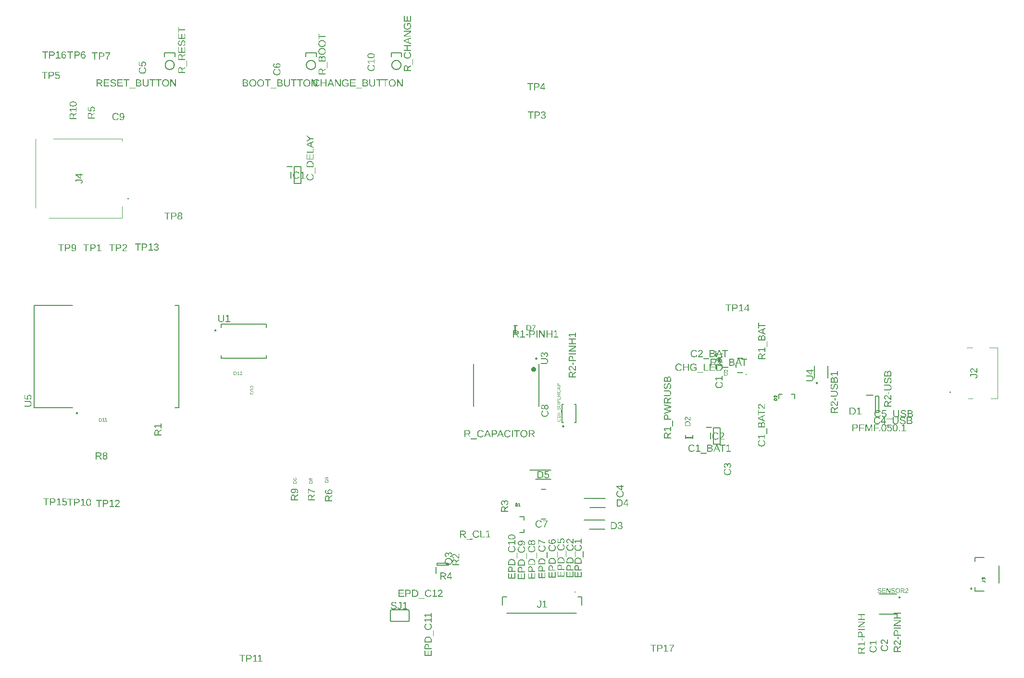
<source format=gbr>
G04 EAGLE Gerber RS-274X export*
G75*
%MOMM*%
%FSLAX34Y34*%
%LPD*%
%INSilkscreen Top*%
%IPPOS*%
%AMOC8*
5,1,8,0,0,1.08239X$1,22.5*%
G01*
G04 Define Apertures*
%ADD10C,0.127000*%
%ADD11C,0.200000*%
%ADD12R,0.300000X0.150000*%
%ADD13R,0.300000X0.300000*%
%ADD14C,0.150000*%
%ADD15C,0.250000*%
%ADD16C,0.100000*%
%ADD17C,0.203200*%
%ADD18C,0.152400*%
%ADD19C,0.254000*%
%ADD20C,0.400000*%
G36*
X386688Y1050815D02*
X386221Y1050827D01*
X385770Y1050863D01*
X385336Y1050923D01*
X384918Y1051008D01*
X384516Y1051116D01*
X384130Y1051248D01*
X383761Y1051405D01*
X383408Y1051586D01*
X383073Y1051789D01*
X382759Y1052014D01*
X382465Y1052260D01*
X382192Y1052528D01*
X381939Y1052818D01*
X381706Y1053128D01*
X381494Y1053461D01*
X381302Y1053815D01*
X381131Y1054187D01*
X380984Y1054574D01*
X380859Y1054977D01*
X380756Y1055394D01*
X380677Y1055827D01*
X380620Y1056276D01*
X380586Y1056739D01*
X380575Y1057217D01*
X380581Y1057582D01*
X380600Y1057937D01*
X380632Y1058282D01*
X380676Y1058617D01*
X380733Y1058941D01*
X380803Y1059256D01*
X380885Y1059560D01*
X380980Y1059855D01*
X381087Y1060139D01*
X381208Y1060413D01*
X381341Y1060677D01*
X381486Y1060931D01*
X381815Y1061409D01*
X382195Y1061846D01*
X382620Y1062237D01*
X382847Y1062413D01*
X383085Y1062576D01*
X383332Y1062726D01*
X383589Y1062863D01*
X383856Y1062987D01*
X384133Y1063098D01*
X384420Y1063195D01*
X384717Y1063280D01*
X385023Y1063352D01*
X385340Y1063410D01*
X385666Y1063456D01*
X386003Y1063489D01*
X386349Y1063508D01*
X386706Y1063515D01*
X387169Y1063503D01*
X387616Y1063468D01*
X388048Y1063409D01*
X388464Y1063328D01*
X388865Y1063222D01*
X389249Y1063093D01*
X389619Y1062941D01*
X389973Y1062766D01*
X390308Y1062568D01*
X390624Y1062349D01*
X390919Y1062109D01*
X391193Y1061847D01*
X391448Y1061565D01*
X391681Y1061261D01*
X391895Y1060936D01*
X392088Y1060589D01*
X392259Y1060224D01*
X392408Y1059843D01*
X392533Y1059446D01*
X392636Y1059033D01*
X392716Y1058603D01*
X392773Y1058157D01*
X392808Y1057695D01*
X392819Y1057217D01*
X392808Y1056741D01*
X392773Y1056280D01*
X392715Y1055833D01*
X392634Y1055402D01*
X392530Y1054986D01*
X392403Y1054585D01*
X392253Y1054199D01*
X392079Y1053828D01*
X391884Y1053475D01*
X391669Y1053143D01*
X391433Y1052832D01*
X391178Y1052542D01*
X390902Y1052274D01*
X390607Y1052026D01*
X390291Y1051800D01*
X389955Y1051594D01*
X389601Y1051412D01*
X389232Y1051253D01*
X388847Y1051119D01*
X388446Y1051010D01*
X388030Y1050924D01*
X387599Y1050864D01*
X387151Y1050827D01*
X386688Y1050815D01*
G37*
%LPC*%
G36*
X386688Y1052172D02*
X387207Y1052193D01*
X387695Y1052255D01*
X388151Y1052358D01*
X388577Y1052502D01*
X388971Y1052687D01*
X389335Y1052914D01*
X389667Y1053182D01*
X389968Y1053491D01*
X390236Y1053837D01*
X390468Y1054218D01*
X390665Y1054633D01*
X390825Y1055081D01*
X390951Y1055564D01*
X391040Y1056081D01*
X391093Y1056632D01*
X391111Y1057217D01*
X391093Y1057778D01*
X391039Y1058307D01*
X390949Y1058806D01*
X390823Y1059273D01*
X390661Y1059710D01*
X390463Y1060116D01*
X390229Y1060491D01*
X389959Y1060835D01*
X389657Y1061143D01*
X389324Y1061409D01*
X388962Y1061635D01*
X388570Y1061820D01*
X388149Y1061964D01*
X387697Y1062066D01*
X387216Y1062128D01*
X386706Y1062148D01*
X386191Y1062128D01*
X385706Y1062067D01*
X385251Y1061966D01*
X384827Y1061824D01*
X384433Y1061642D01*
X384068Y1061419D01*
X383734Y1061156D01*
X383430Y1060852D01*
X383159Y1060512D01*
X382924Y1060139D01*
X382725Y1059733D01*
X382563Y1059295D01*
X382436Y1058825D01*
X382346Y1058321D01*
X382292Y1057786D01*
X382274Y1057217D01*
X382292Y1056652D01*
X382347Y1056117D01*
X382438Y1055611D01*
X382566Y1055136D01*
X382731Y1054691D01*
X382932Y1054275D01*
X383169Y1053890D01*
X383443Y1053534D01*
X383750Y1053215D01*
X384084Y1052939D01*
X384448Y1052704D01*
X384839Y1052513D01*
X385259Y1052364D01*
X385707Y1052258D01*
X386183Y1052194D01*
X386688Y1052172D01*
G37*
%LPD*%
G36*
X400657Y1050815D02*
X400190Y1050827D01*
X399739Y1050863D01*
X399305Y1050923D01*
X398887Y1051008D01*
X398485Y1051116D01*
X398099Y1051248D01*
X397730Y1051405D01*
X397377Y1051586D01*
X397042Y1051789D01*
X396728Y1052014D01*
X396434Y1052260D01*
X396161Y1052528D01*
X395907Y1052818D01*
X395675Y1053128D01*
X395462Y1053461D01*
X395270Y1053815D01*
X395100Y1054187D01*
X394952Y1054574D01*
X394827Y1054977D01*
X394725Y1055394D01*
X394646Y1055827D01*
X394589Y1056276D01*
X394555Y1056739D01*
X394543Y1057217D01*
X394550Y1057582D01*
X394569Y1057937D01*
X394600Y1058282D01*
X394645Y1058617D01*
X394702Y1058941D01*
X394771Y1059256D01*
X394854Y1059560D01*
X394949Y1059855D01*
X395056Y1060139D01*
X395176Y1060413D01*
X395309Y1060677D01*
X395455Y1060931D01*
X395784Y1061409D01*
X396164Y1061846D01*
X396589Y1062237D01*
X396816Y1062413D01*
X397053Y1062576D01*
X397301Y1062726D01*
X397558Y1062863D01*
X397825Y1062987D01*
X398102Y1063098D01*
X398388Y1063195D01*
X398685Y1063280D01*
X398992Y1063352D01*
X399309Y1063410D01*
X399635Y1063456D01*
X399972Y1063489D01*
X400318Y1063508D01*
X400674Y1063515D01*
X401137Y1063503D01*
X401585Y1063468D01*
X402017Y1063409D01*
X402433Y1063328D01*
X402833Y1063222D01*
X403218Y1063093D01*
X403588Y1062941D01*
X403941Y1062766D01*
X404277Y1062568D01*
X404593Y1062349D01*
X404888Y1062109D01*
X405162Y1061847D01*
X405416Y1061565D01*
X405650Y1061261D01*
X405864Y1060936D01*
X406057Y1060589D01*
X406228Y1060224D01*
X406377Y1059843D01*
X406502Y1059446D01*
X406605Y1059033D01*
X406685Y1058603D01*
X406742Y1058157D01*
X406776Y1057695D01*
X406788Y1057217D01*
X406776Y1056741D01*
X406742Y1056280D01*
X406684Y1055833D01*
X406603Y1055402D01*
X406499Y1054986D01*
X406372Y1054585D01*
X406221Y1054199D01*
X406048Y1053828D01*
X405853Y1053475D01*
X405638Y1053143D01*
X405402Y1052832D01*
X405147Y1052542D01*
X404871Y1052274D01*
X404576Y1052026D01*
X404260Y1051800D01*
X403924Y1051594D01*
X403570Y1051412D01*
X403201Y1051253D01*
X402816Y1051119D01*
X402415Y1051010D01*
X401999Y1050924D01*
X401567Y1050864D01*
X401120Y1050827D01*
X400657Y1050815D01*
G37*
%LPC*%
G36*
X400657Y1052172D02*
X401176Y1052193D01*
X401663Y1052255D01*
X402120Y1052358D01*
X402545Y1052502D01*
X402940Y1052687D01*
X403303Y1052914D01*
X403636Y1053182D01*
X403937Y1053491D01*
X404205Y1053837D01*
X404437Y1054218D01*
X404634Y1054633D01*
X404794Y1055081D01*
X404919Y1055564D01*
X405009Y1056081D01*
X405062Y1056632D01*
X405080Y1057217D01*
X405062Y1057778D01*
X405008Y1058307D01*
X404918Y1058806D01*
X404792Y1059273D01*
X404630Y1059710D01*
X404432Y1060116D01*
X404198Y1060491D01*
X403928Y1060835D01*
X403625Y1061143D01*
X403293Y1061409D01*
X402931Y1061635D01*
X402539Y1061820D01*
X402117Y1061964D01*
X401666Y1062066D01*
X401185Y1062128D01*
X400674Y1062148D01*
X400160Y1062128D01*
X399675Y1062067D01*
X399220Y1061966D01*
X398796Y1061824D01*
X398401Y1061642D01*
X398037Y1061419D01*
X397703Y1061156D01*
X397399Y1060852D01*
X397128Y1060512D01*
X396893Y1060139D01*
X396694Y1059733D01*
X396532Y1059295D01*
X396405Y1058825D01*
X396315Y1058321D01*
X396261Y1057786D01*
X396243Y1057217D01*
X396261Y1056652D01*
X396316Y1056117D01*
X396407Y1055611D01*
X396535Y1055136D01*
X396699Y1054691D01*
X396900Y1054275D01*
X397138Y1053890D01*
X397412Y1053534D01*
X397718Y1053215D01*
X398053Y1052939D01*
X398416Y1052704D01*
X398808Y1052513D01*
X399228Y1052364D01*
X399676Y1052258D01*
X400152Y1052194D01*
X400657Y1052172D01*
G37*
%LPD*%
G36*
X482032Y1050815D02*
X481565Y1050827D01*
X481114Y1050863D01*
X480680Y1050923D01*
X480262Y1051008D01*
X479860Y1051116D01*
X479474Y1051248D01*
X479105Y1051405D01*
X478752Y1051586D01*
X478417Y1051789D01*
X478103Y1052014D01*
X477809Y1052260D01*
X477536Y1052528D01*
X477282Y1052818D01*
X477050Y1053128D01*
X476837Y1053461D01*
X476645Y1053815D01*
X476475Y1054187D01*
X476327Y1054574D01*
X476202Y1054977D01*
X476100Y1055394D01*
X476021Y1055827D01*
X475964Y1056276D01*
X475930Y1056739D01*
X475918Y1057217D01*
X475925Y1057582D01*
X475944Y1057937D01*
X475975Y1058282D01*
X476020Y1058617D01*
X476077Y1058941D01*
X476146Y1059256D01*
X476229Y1059560D01*
X476324Y1059855D01*
X476431Y1060139D01*
X476551Y1060413D01*
X476684Y1060677D01*
X476830Y1060931D01*
X477159Y1061409D01*
X477539Y1061846D01*
X477964Y1062237D01*
X478191Y1062413D01*
X478428Y1062576D01*
X478676Y1062726D01*
X478933Y1062863D01*
X479200Y1062987D01*
X479477Y1063098D01*
X479763Y1063195D01*
X480060Y1063280D01*
X480367Y1063352D01*
X480684Y1063410D01*
X481010Y1063456D01*
X481347Y1063489D01*
X481693Y1063508D01*
X482049Y1063515D01*
X482512Y1063503D01*
X482960Y1063468D01*
X483392Y1063409D01*
X483808Y1063328D01*
X484208Y1063222D01*
X484593Y1063093D01*
X484963Y1062941D01*
X485316Y1062766D01*
X485652Y1062568D01*
X485968Y1062349D01*
X486263Y1062109D01*
X486537Y1061847D01*
X486791Y1061565D01*
X487025Y1061261D01*
X487239Y1060936D01*
X487432Y1060589D01*
X487603Y1060224D01*
X487752Y1059843D01*
X487877Y1059446D01*
X487980Y1059033D01*
X488060Y1058603D01*
X488117Y1058157D01*
X488151Y1057695D01*
X488163Y1057217D01*
X488151Y1056741D01*
X488117Y1056280D01*
X488059Y1055833D01*
X487978Y1055402D01*
X487874Y1054986D01*
X487747Y1054585D01*
X487596Y1054199D01*
X487423Y1053828D01*
X487228Y1053475D01*
X487013Y1053143D01*
X486777Y1052832D01*
X486522Y1052542D01*
X486246Y1052274D01*
X485951Y1052026D01*
X485635Y1051800D01*
X485299Y1051594D01*
X484945Y1051412D01*
X484576Y1051253D01*
X484191Y1051119D01*
X483790Y1051010D01*
X483374Y1050924D01*
X482942Y1050864D01*
X482495Y1050827D01*
X482032Y1050815D01*
G37*
%LPC*%
G36*
X482032Y1052172D02*
X482551Y1052193D01*
X483038Y1052255D01*
X483495Y1052358D01*
X483920Y1052502D01*
X484315Y1052687D01*
X484678Y1052914D01*
X485011Y1053182D01*
X485312Y1053491D01*
X485580Y1053837D01*
X485812Y1054218D01*
X486009Y1054633D01*
X486169Y1055081D01*
X486294Y1055564D01*
X486384Y1056081D01*
X486437Y1056632D01*
X486455Y1057217D01*
X486437Y1057778D01*
X486383Y1058307D01*
X486293Y1058806D01*
X486167Y1059273D01*
X486005Y1059710D01*
X485807Y1060116D01*
X485573Y1060491D01*
X485303Y1060835D01*
X485000Y1061143D01*
X484668Y1061409D01*
X484306Y1061635D01*
X483914Y1061820D01*
X483492Y1061964D01*
X483041Y1062066D01*
X482560Y1062128D01*
X482049Y1062148D01*
X481535Y1062128D01*
X481050Y1062067D01*
X480595Y1061966D01*
X480171Y1061824D01*
X479776Y1061642D01*
X479412Y1061419D01*
X479078Y1061156D01*
X478774Y1060852D01*
X478503Y1060512D01*
X478268Y1060139D01*
X478069Y1059733D01*
X477907Y1059295D01*
X477780Y1058825D01*
X477690Y1058321D01*
X477636Y1057786D01*
X477618Y1057217D01*
X477636Y1056652D01*
X477691Y1056117D01*
X477782Y1055611D01*
X477910Y1055136D01*
X478074Y1054691D01*
X478275Y1054275D01*
X478513Y1053890D01*
X478787Y1053534D01*
X479093Y1053215D01*
X479428Y1052939D01*
X479791Y1052704D01*
X480183Y1052513D01*
X480603Y1052364D01*
X481051Y1052258D01*
X481527Y1052194D01*
X482032Y1052172D01*
G37*
%LPD*%
G36*
X374269Y1050990D02*
X369259Y1050990D01*
X369259Y1063331D01*
X373743Y1063331D01*
X374269Y1063319D01*
X374762Y1063284D01*
X375220Y1063225D01*
X375644Y1063144D01*
X376034Y1063038D01*
X376391Y1062910D01*
X376713Y1062757D01*
X377002Y1062582D01*
X377256Y1062383D01*
X377477Y1062161D01*
X377663Y1061915D01*
X377816Y1061646D01*
X377935Y1061353D01*
X378020Y1061037D01*
X378071Y1060698D01*
X378088Y1060335D01*
X378078Y1060067D01*
X378049Y1059810D01*
X378001Y1059564D01*
X377934Y1059328D01*
X377848Y1059104D01*
X377743Y1058890D01*
X377618Y1058688D01*
X377475Y1058496D01*
X377313Y1058318D01*
X377214Y1058226D01*
X377136Y1058154D01*
X376943Y1058007D01*
X376734Y1057874D01*
X376510Y1057757D01*
X376269Y1057655D01*
X376013Y1057569D01*
X375740Y1057498D01*
X376098Y1057444D01*
X376434Y1057370D01*
X376749Y1057277D01*
X377043Y1057164D01*
X377316Y1057031D01*
X377568Y1056878D01*
X377799Y1056705D01*
X377896Y1056616D01*
X378009Y1056512D01*
X378196Y1056303D01*
X378358Y1056081D01*
X378495Y1055845D01*
X378607Y1055596D01*
X378694Y1055334D01*
X378756Y1055058D01*
X378793Y1054769D01*
X378806Y1054467D01*
X378787Y1054067D01*
X378731Y1053690D01*
X378637Y1053335D01*
X378506Y1053003D01*
X378337Y1052695D01*
X378131Y1052409D01*
X377887Y1052146D01*
X377606Y1051905D01*
X377291Y1051691D01*
X376947Y1051505D01*
X376574Y1051348D01*
X376172Y1051219D01*
X375740Y1051119D01*
X375279Y1051047D01*
X374789Y1051004D01*
X374269Y1050990D01*
G37*
%LPC*%
G36*
X374181Y1052330D02*
X374552Y1052339D01*
X374896Y1052366D01*
X375214Y1052410D01*
X375506Y1052472D01*
X375772Y1052552D01*
X376012Y1052650D01*
X376227Y1052766D01*
X376415Y1052899D01*
X376579Y1053050D01*
X376721Y1053219D01*
X376842Y1053405D01*
X376940Y1053609D01*
X377017Y1053830D01*
X377072Y1054069D01*
X377105Y1054325D01*
X377115Y1054599D01*
X377104Y1054863D01*
X377068Y1055110D01*
X377008Y1055340D01*
X376924Y1055553D01*
X376816Y1055749D01*
X376684Y1055927D01*
X376529Y1056089D01*
X376349Y1056234D01*
X376146Y1056362D01*
X375918Y1056473D01*
X375667Y1056566D01*
X375391Y1056643D01*
X375092Y1056703D01*
X374768Y1056745D01*
X374421Y1056771D01*
X374050Y1056779D01*
X370932Y1056779D01*
X370932Y1052330D01*
X374181Y1052330D01*
G37*
G36*
X373743Y1058084D02*
X374068Y1058092D01*
X374371Y1058116D01*
X374653Y1058155D01*
X374914Y1058210D01*
X375153Y1058281D01*
X375372Y1058368D01*
X375569Y1058470D01*
X375745Y1058588D01*
X375900Y1058722D01*
X376034Y1058874D01*
X376148Y1059041D01*
X376241Y1059226D01*
X376313Y1059428D01*
X376365Y1059646D01*
X376396Y1059882D01*
X376406Y1060134D01*
X376395Y1060375D01*
X376363Y1060598D01*
X376310Y1060803D01*
X376235Y1060990D01*
X376139Y1061160D01*
X376022Y1061311D01*
X375883Y1061445D01*
X375723Y1061562D01*
X375542Y1061662D01*
X375343Y1061749D01*
X375124Y1061823D01*
X374886Y1061883D01*
X374629Y1061930D01*
X374353Y1061964D01*
X374058Y1061984D01*
X373743Y1061991D01*
X370932Y1061991D01*
X370932Y1058084D01*
X373743Y1058084D01*
G37*
%LPD*%
G36*
X435050Y1050990D02*
X430040Y1050990D01*
X430040Y1063331D01*
X434525Y1063331D01*
X435051Y1063319D01*
X435543Y1063284D01*
X436001Y1063225D01*
X436425Y1063144D01*
X436816Y1063038D01*
X437172Y1062910D01*
X437494Y1062757D01*
X437783Y1062582D01*
X438037Y1062383D01*
X438258Y1062161D01*
X438445Y1061915D01*
X438597Y1061646D01*
X438716Y1061353D01*
X438801Y1061037D01*
X438852Y1060698D01*
X438869Y1060335D01*
X438859Y1060067D01*
X438831Y1059810D01*
X438783Y1059564D01*
X438716Y1059328D01*
X438629Y1059104D01*
X438524Y1058890D01*
X438400Y1058688D01*
X438256Y1058496D01*
X438095Y1058318D01*
X437995Y1058226D01*
X437918Y1058154D01*
X437725Y1058007D01*
X437516Y1057874D01*
X437291Y1057757D01*
X437050Y1057655D01*
X436794Y1057569D01*
X436522Y1057498D01*
X436879Y1057444D01*
X437215Y1057370D01*
X437530Y1057277D01*
X437824Y1057164D01*
X438097Y1057031D01*
X438349Y1056878D01*
X438580Y1056705D01*
X438677Y1056616D01*
X438790Y1056512D01*
X438977Y1056303D01*
X439139Y1056081D01*
X439276Y1055845D01*
X439388Y1055596D01*
X439475Y1055334D01*
X439537Y1055058D01*
X439575Y1054769D01*
X439587Y1054467D01*
X439568Y1054067D01*
X439512Y1053690D01*
X439418Y1053335D01*
X439287Y1053003D01*
X439118Y1052695D01*
X438912Y1052409D01*
X438668Y1052146D01*
X438387Y1051905D01*
X438073Y1051691D01*
X437729Y1051505D01*
X437355Y1051348D01*
X436953Y1051219D01*
X436521Y1051119D01*
X436060Y1051047D01*
X435570Y1051004D01*
X435050Y1050990D01*
G37*
%LPC*%
G36*
X434963Y1052330D02*
X435333Y1052339D01*
X435677Y1052366D01*
X435995Y1052410D01*
X436287Y1052472D01*
X436554Y1052552D01*
X436794Y1052650D01*
X437008Y1052766D01*
X437196Y1052899D01*
X437360Y1053050D01*
X437503Y1053219D01*
X437623Y1053405D01*
X437722Y1053609D01*
X437798Y1053830D01*
X437853Y1054069D01*
X437886Y1054325D01*
X437897Y1054599D01*
X437885Y1054863D01*
X437849Y1055110D01*
X437789Y1055340D01*
X437705Y1055553D01*
X437597Y1055749D01*
X437466Y1055927D01*
X437310Y1056089D01*
X437130Y1056234D01*
X436927Y1056362D01*
X436699Y1056473D01*
X436448Y1056566D01*
X436172Y1056643D01*
X435873Y1056703D01*
X435550Y1056745D01*
X435202Y1056771D01*
X434831Y1056779D01*
X431713Y1056779D01*
X431713Y1052330D01*
X434963Y1052330D01*
G37*
G36*
X434525Y1058084D02*
X434849Y1058092D01*
X435152Y1058116D01*
X435434Y1058155D01*
X435695Y1058210D01*
X435935Y1058281D01*
X436153Y1058368D01*
X436350Y1058470D01*
X436526Y1058588D01*
X436681Y1058722D01*
X436815Y1058874D01*
X436929Y1059041D01*
X437022Y1059226D01*
X437094Y1059428D01*
X437146Y1059646D01*
X437177Y1059882D01*
X437187Y1060134D01*
X437177Y1060375D01*
X437145Y1060598D01*
X437091Y1060803D01*
X437016Y1060990D01*
X436920Y1061160D01*
X436803Y1061311D01*
X436664Y1061445D01*
X436504Y1061562D01*
X436324Y1061662D01*
X436124Y1061749D01*
X435906Y1061823D01*
X435668Y1061883D01*
X435411Y1061930D01*
X435134Y1061964D01*
X434839Y1061984D01*
X434525Y1061991D01*
X431713Y1061991D01*
X431713Y1058084D01*
X434525Y1058084D01*
G37*
%LPD*%
G36*
X491998Y1050990D02*
X490509Y1050990D01*
X490509Y1063331D01*
X492453Y1063331D01*
X499127Y1052750D01*
X499049Y1054231D01*
X499022Y1055238D01*
X499022Y1063331D01*
X500529Y1063331D01*
X500529Y1050990D01*
X498514Y1050990D01*
X491910Y1061500D01*
X491954Y1060651D01*
X491998Y1059188D01*
X491998Y1050990D01*
G37*
G36*
X446940Y1050815D02*
X446567Y1050823D01*
X446207Y1050849D01*
X445858Y1050892D01*
X445521Y1050953D01*
X445197Y1051030D01*
X444884Y1051125D01*
X444584Y1051237D01*
X444295Y1051367D01*
X444021Y1051512D01*
X443762Y1051674D01*
X443519Y1051851D01*
X443292Y1052043D01*
X443081Y1052251D01*
X442886Y1052475D01*
X442707Y1052714D01*
X442543Y1052969D01*
X442398Y1053238D01*
X442271Y1053520D01*
X442164Y1053814D01*
X442077Y1054121D01*
X442009Y1054441D01*
X441960Y1054773D01*
X441931Y1055117D01*
X441921Y1055474D01*
X441921Y1063331D01*
X443594Y1063331D01*
X443594Y1055615D01*
X443608Y1055205D01*
X443648Y1054820D01*
X443715Y1054461D01*
X443809Y1054128D01*
X443930Y1053820D01*
X444077Y1053537D01*
X444252Y1053280D01*
X444453Y1053048D01*
X444679Y1052843D01*
X444929Y1052665D01*
X445204Y1052515D01*
X445502Y1052391D01*
X445823Y1052296D01*
X446169Y1052227D01*
X446538Y1052186D01*
X446931Y1052172D01*
X447336Y1052187D01*
X447717Y1052229D01*
X448075Y1052300D01*
X448410Y1052399D01*
X448722Y1052527D01*
X449011Y1052682D01*
X449277Y1052866D01*
X449520Y1053079D01*
X449736Y1053319D01*
X449924Y1053584D01*
X450083Y1053876D01*
X450213Y1054195D01*
X450314Y1054539D01*
X450386Y1054909D01*
X450429Y1055306D01*
X450444Y1055728D01*
X450444Y1063331D01*
X452108Y1063331D01*
X452108Y1055632D01*
X452098Y1055264D01*
X452068Y1054909D01*
X452018Y1054567D01*
X451949Y1054237D01*
X451860Y1053921D01*
X451750Y1053617D01*
X451621Y1053326D01*
X451473Y1053048D01*
X451306Y1052785D01*
X451122Y1052537D01*
X450923Y1052306D01*
X450706Y1052090D01*
X450474Y1051891D01*
X450225Y1051707D01*
X449959Y1051540D01*
X449677Y1051389D01*
X449381Y1051254D01*
X449071Y1051138D01*
X448748Y1051039D01*
X448413Y1050958D01*
X448064Y1050896D01*
X447702Y1050851D01*
X447328Y1050824D01*
X446940Y1050815D01*
G37*
G36*
X413938Y1050990D02*
X412273Y1050990D01*
X412273Y1061964D01*
X408034Y1061964D01*
X408034Y1063331D01*
X418177Y1063331D01*
X418177Y1061964D01*
X413938Y1061964D01*
X413938Y1050990D01*
G37*
G36*
X459781Y1050990D02*
X458117Y1050990D01*
X458117Y1061964D01*
X453878Y1061964D01*
X453878Y1063331D01*
X464020Y1063331D01*
X464020Y1061964D01*
X459781Y1061964D01*
X459781Y1050990D01*
G37*
G36*
X470750Y1050990D02*
X469086Y1050990D01*
X469086Y1061964D01*
X464847Y1061964D01*
X464847Y1063331D01*
X474989Y1063331D01*
X474989Y1061964D01*
X470750Y1061964D01*
X470750Y1050990D01*
G37*
G36*
X428778Y1047425D02*
X418329Y1047425D01*
X418329Y1048564D01*
X428778Y1048564D01*
X428778Y1047425D01*
G37*
G36*
X1479123Y53161D02*
X1478759Y53167D01*
X1478405Y53186D01*
X1478061Y53217D01*
X1477727Y53261D01*
X1477403Y53317D01*
X1477089Y53385D01*
X1476785Y53466D01*
X1476491Y53559D01*
X1476207Y53665D01*
X1475933Y53784D01*
X1475415Y54058D01*
X1474936Y54381D01*
X1474498Y54755D01*
X1474106Y55173D01*
X1473766Y55629D01*
X1473616Y55871D01*
X1473479Y56123D01*
X1473355Y56384D01*
X1473244Y56656D01*
X1473146Y56936D01*
X1473061Y57226D01*
X1472989Y57526D01*
X1472930Y57836D01*
X1472884Y58155D01*
X1472851Y58483D01*
X1472832Y58822D01*
X1472825Y59169D01*
X1472837Y59652D01*
X1472873Y60114D01*
X1472934Y60556D01*
X1473018Y60978D01*
X1473126Y61379D01*
X1473259Y61761D01*
X1473415Y62122D01*
X1473596Y62462D01*
X1473800Y62782D01*
X1474028Y63080D01*
X1474279Y63356D01*
X1474553Y63610D01*
X1474850Y63842D01*
X1475171Y64052D01*
X1475515Y64240D01*
X1475882Y64407D01*
X1476408Y62822D01*
X1476146Y62706D01*
X1475901Y62574D01*
X1475671Y62426D01*
X1475457Y62262D01*
X1475259Y62082D01*
X1475077Y61885D01*
X1474911Y61672D01*
X1474761Y61442D01*
X1474628Y61199D01*
X1474512Y60945D01*
X1474414Y60679D01*
X1474334Y60403D01*
X1474272Y60116D01*
X1474227Y59817D01*
X1474201Y59507D01*
X1474192Y59187D01*
X1474212Y58689D01*
X1474274Y58219D01*
X1474377Y57778D01*
X1474521Y57365D01*
X1474707Y56981D01*
X1474933Y56625D01*
X1475201Y56298D01*
X1475510Y55999D01*
X1475855Y55732D01*
X1476230Y55501D01*
X1476636Y55305D01*
X1477072Y55145D01*
X1477539Y55020D01*
X1478036Y54931D01*
X1478564Y54878D01*
X1479123Y54860D01*
X1479676Y54879D01*
X1480201Y54934D01*
X1480699Y55027D01*
X1481169Y55157D01*
X1481611Y55324D01*
X1482025Y55528D01*
X1482412Y55769D01*
X1482771Y56047D01*
X1483094Y56357D01*
X1483374Y56692D01*
X1483611Y57055D01*
X1483805Y57443D01*
X1483956Y57857D01*
X1484064Y58298D01*
X1484129Y58764D01*
X1484150Y59257D01*
X1484140Y59576D01*
X1484110Y59885D01*
X1484060Y60184D01*
X1483990Y60473D01*
X1483899Y60751D01*
X1483789Y61020D01*
X1483659Y61279D01*
X1483509Y61527D01*
X1483338Y61766D01*
X1483148Y61995D01*
X1482937Y62213D01*
X1482707Y62421D01*
X1482456Y62620D01*
X1482185Y62808D01*
X1481895Y62986D01*
X1481584Y63154D01*
X1482267Y64521D01*
X1482654Y64321D01*
X1483016Y64101D01*
X1483355Y63862D01*
X1483671Y63604D01*
X1483962Y63327D01*
X1484229Y63030D01*
X1484473Y62714D01*
X1484693Y62379D01*
X1484888Y62027D01*
X1485057Y61662D01*
X1485200Y61282D01*
X1485317Y60889D01*
X1485408Y60482D01*
X1485473Y60061D01*
X1485512Y59627D01*
X1485525Y59178D01*
X1485513Y58719D01*
X1485477Y58277D01*
X1485416Y57850D01*
X1485331Y57438D01*
X1485222Y57043D01*
X1485089Y56663D01*
X1484932Y56299D01*
X1484750Y55950D01*
X1484546Y55620D01*
X1484321Y55310D01*
X1484075Y55020D01*
X1483809Y54751D01*
X1483521Y54501D01*
X1483213Y54272D01*
X1482884Y54063D01*
X1482534Y53875D01*
X1482166Y53707D01*
X1481781Y53562D01*
X1481379Y53440D01*
X1480961Y53339D01*
X1480526Y53261D01*
X1480075Y53206D01*
X1479607Y53172D01*
X1479123Y53161D01*
G37*
G36*
X1485350Y66554D02*
X1484010Y66554D01*
X1484010Y69698D01*
X1474516Y69698D01*
X1476504Y66913D01*
X1475015Y66913D01*
X1473009Y69830D01*
X1473009Y71283D01*
X1484010Y71283D01*
X1484010Y74288D01*
X1485350Y74288D01*
X1485350Y66554D01*
G37*
G36*
X595175Y1100857D02*
X594405Y1100873D01*
X593685Y1100922D01*
X593015Y1101003D01*
X592394Y1101116D01*
X591824Y1101262D01*
X591303Y1101441D01*
X590832Y1101652D01*
X590411Y1101895D01*
X590039Y1102173D01*
X589717Y1102489D01*
X589445Y1102843D01*
X589222Y1103234D01*
X589048Y1103663D01*
X588980Y1103891D01*
X588924Y1104129D01*
X588881Y1104376D01*
X588850Y1104633D01*
X588832Y1104899D01*
X588825Y1105175D01*
X588832Y1105443D01*
X588850Y1105702D01*
X588882Y1105953D01*
X588925Y1106194D01*
X588982Y1106426D01*
X589051Y1106650D01*
X589226Y1107070D01*
X589451Y1107455D01*
X589727Y1107803D01*
X590052Y1108116D01*
X590428Y1108394D01*
X590853Y1108637D01*
X591326Y1108848D01*
X591847Y1109026D01*
X592416Y1109172D01*
X593034Y1109286D01*
X593699Y1109367D01*
X594413Y1109415D01*
X595175Y1109432D01*
X595925Y1109415D01*
X596630Y1109363D01*
X597288Y1109278D01*
X597901Y1109159D01*
X598469Y1109006D01*
X598990Y1108818D01*
X599466Y1108597D01*
X599896Y1108341D01*
X600278Y1108052D01*
X600609Y1107731D01*
X600889Y1107377D01*
X601118Y1106991D01*
X601296Y1106573D01*
X601423Y1106122D01*
X601468Y1105884D01*
X601500Y1105638D01*
X601519Y1105384D01*
X601525Y1105122D01*
X601519Y1104860D01*
X601500Y1104607D01*
X601468Y1104361D01*
X601424Y1104124D01*
X601297Y1103675D01*
X601120Y1103259D01*
X600892Y1102876D01*
X600614Y1102526D01*
X600285Y1102209D01*
X599905Y1101925D01*
X599477Y1101675D01*
X599002Y1101458D01*
X598480Y1101274D01*
X597912Y1101124D01*
X597298Y1101007D01*
X596637Y1100924D01*
X595929Y1100874D01*
X595175Y1100857D01*
G37*
%LPC*%
G36*
X595175Y1102451D02*
X595810Y1102461D01*
X596401Y1102491D01*
X596948Y1102542D01*
X597450Y1102612D01*
X597909Y1102702D01*
X598323Y1102813D01*
X598694Y1102944D01*
X599020Y1103095D01*
X599306Y1103268D01*
X599553Y1103464D01*
X599762Y1103684D01*
X599933Y1103928D01*
X600066Y1104195D01*
X600162Y1104487D01*
X600219Y1104801D01*
X600238Y1105140D01*
X600218Y1105476D01*
X600160Y1105790D01*
X600063Y1106080D01*
X599927Y1106346D01*
X599752Y1106590D01*
X599538Y1106810D01*
X599285Y1107007D01*
X598994Y1107181D01*
X598662Y1107333D01*
X598289Y1107464D01*
X597874Y1107576D01*
X597417Y1107667D01*
X596919Y1107738D01*
X596380Y1107788D01*
X595798Y1107819D01*
X595175Y1107829D01*
X594530Y1107819D01*
X593932Y1107790D01*
X593379Y1107742D01*
X592872Y1107674D01*
X592411Y1107588D01*
X591996Y1107481D01*
X591627Y1107356D01*
X591304Y1107211D01*
X591023Y1107044D01*
X590779Y1106852D01*
X590573Y1106635D01*
X590404Y1106393D01*
X590273Y1106126D01*
X590179Y1105834D01*
X590123Y1105517D01*
X590104Y1105175D01*
X590123Y1104824D01*
X590178Y1104499D01*
X590270Y1104200D01*
X590400Y1103926D01*
X590566Y1103677D01*
X590769Y1103455D01*
X591009Y1103258D01*
X591286Y1103086D01*
X591606Y1102937D01*
X591973Y1102808D01*
X592388Y1102699D01*
X592850Y1102610D01*
X593360Y1102540D01*
X593917Y1102491D01*
X594522Y1102461D01*
X595175Y1102451D01*
G37*
%LPD*%
G36*
X595123Y1078161D02*
X594759Y1078167D01*
X594405Y1078186D01*
X594061Y1078217D01*
X593727Y1078261D01*
X593403Y1078317D01*
X593089Y1078385D01*
X592785Y1078466D01*
X592491Y1078559D01*
X592207Y1078665D01*
X591933Y1078784D01*
X591415Y1079058D01*
X590936Y1079381D01*
X590498Y1079755D01*
X590106Y1080173D01*
X589766Y1080629D01*
X589616Y1080871D01*
X589479Y1081123D01*
X589355Y1081384D01*
X589244Y1081656D01*
X589146Y1081936D01*
X589061Y1082226D01*
X588989Y1082526D01*
X588930Y1082836D01*
X588884Y1083155D01*
X588851Y1083483D01*
X588832Y1083822D01*
X588825Y1084169D01*
X588837Y1084652D01*
X588873Y1085114D01*
X588934Y1085556D01*
X589018Y1085978D01*
X589126Y1086379D01*
X589259Y1086761D01*
X589415Y1087122D01*
X589596Y1087462D01*
X589800Y1087782D01*
X590028Y1088080D01*
X590279Y1088356D01*
X590553Y1088610D01*
X590850Y1088842D01*
X591171Y1089052D01*
X591515Y1089240D01*
X591882Y1089407D01*
X592408Y1087822D01*
X592146Y1087706D01*
X591901Y1087574D01*
X591671Y1087426D01*
X591457Y1087262D01*
X591259Y1087082D01*
X591077Y1086885D01*
X590911Y1086672D01*
X590761Y1086442D01*
X590628Y1086199D01*
X590512Y1085945D01*
X590414Y1085679D01*
X590334Y1085403D01*
X590272Y1085116D01*
X590227Y1084817D01*
X590201Y1084507D01*
X590192Y1084187D01*
X590212Y1083689D01*
X590274Y1083219D01*
X590377Y1082778D01*
X590521Y1082365D01*
X590707Y1081981D01*
X590933Y1081625D01*
X591201Y1081298D01*
X591510Y1080999D01*
X591855Y1080732D01*
X592230Y1080501D01*
X592636Y1080305D01*
X593072Y1080145D01*
X593539Y1080020D01*
X594036Y1079931D01*
X594564Y1079878D01*
X595123Y1079860D01*
X595676Y1079879D01*
X596201Y1079934D01*
X596699Y1080027D01*
X597169Y1080157D01*
X597611Y1080324D01*
X598025Y1080528D01*
X598412Y1080769D01*
X598771Y1081047D01*
X599094Y1081357D01*
X599374Y1081692D01*
X599611Y1082055D01*
X599805Y1082443D01*
X599956Y1082857D01*
X600064Y1083298D01*
X600129Y1083764D01*
X600150Y1084257D01*
X600140Y1084576D01*
X600110Y1084885D01*
X600060Y1085184D01*
X599990Y1085473D01*
X599899Y1085751D01*
X599789Y1086020D01*
X599659Y1086279D01*
X599509Y1086527D01*
X599338Y1086766D01*
X599148Y1086995D01*
X598937Y1087213D01*
X598707Y1087421D01*
X598456Y1087620D01*
X598185Y1087808D01*
X597895Y1087986D01*
X597584Y1088154D01*
X598267Y1089521D01*
X598654Y1089321D01*
X599016Y1089101D01*
X599355Y1088862D01*
X599671Y1088604D01*
X599962Y1088327D01*
X600229Y1088030D01*
X600473Y1087714D01*
X600693Y1087379D01*
X600888Y1087027D01*
X601057Y1086662D01*
X601200Y1086282D01*
X601317Y1085889D01*
X601408Y1085482D01*
X601473Y1085061D01*
X601512Y1084627D01*
X601525Y1084178D01*
X601513Y1083719D01*
X601477Y1083277D01*
X601416Y1082850D01*
X601331Y1082438D01*
X601222Y1082043D01*
X601089Y1081663D01*
X600932Y1081299D01*
X600750Y1080950D01*
X600546Y1080620D01*
X600321Y1080310D01*
X600075Y1080020D01*
X599809Y1079751D01*
X599521Y1079501D01*
X599213Y1079272D01*
X598884Y1079063D01*
X598534Y1078875D01*
X598166Y1078707D01*
X597781Y1078562D01*
X597379Y1078440D01*
X596961Y1078339D01*
X596526Y1078261D01*
X596075Y1078206D01*
X595607Y1078172D01*
X595123Y1078161D01*
G37*
G36*
X601350Y1091554D02*
X600010Y1091554D01*
X600010Y1094698D01*
X590516Y1094698D01*
X592504Y1091913D01*
X591015Y1091913D01*
X589009Y1094830D01*
X589009Y1096283D01*
X600010Y1096283D01*
X600010Y1099288D01*
X601350Y1099288D01*
X601350Y1091554D01*
G37*
G36*
X925606Y470912D02*
X925236Y470920D01*
X924890Y470943D01*
X924568Y470982D01*
X924269Y471037D01*
X923995Y471107D01*
X923744Y471193D01*
X923518Y471294D01*
X923315Y471411D01*
X923137Y471545D01*
X922982Y471697D01*
X922851Y471867D01*
X922744Y472055D01*
X922660Y472261D01*
X922601Y472486D01*
X922565Y472728D01*
X922553Y472988D01*
X922565Y473242D01*
X922601Y473478D01*
X922661Y473698D01*
X922746Y473900D01*
X922854Y474085D01*
X922987Y474252D01*
X923143Y474403D01*
X923324Y474536D01*
X923528Y474653D01*
X923755Y474754D01*
X924006Y474840D01*
X924280Y474910D01*
X924577Y474965D01*
X924897Y475004D01*
X925240Y475027D01*
X925606Y475035D01*
X925967Y475027D01*
X926306Y475002D01*
X926622Y474961D01*
X926917Y474904D01*
X927190Y474830D01*
X927441Y474740D01*
X927669Y474634D01*
X927876Y474511D01*
X928060Y474372D01*
X928219Y474218D01*
X928354Y474047D01*
X928464Y473862D01*
X928549Y473661D01*
X928611Y473444D01*
X928647Y473211D01*
X928660Y472963D01*
X928647Y472715D01*
X928611Y472483D01*
X928550Y472267D01*
X928465Y472067D01*
X928355Y471883D01*
X928221Y471715D01*
X928063Y471562D01*
X927880Y471426D01*
X927674Y471306D01*
X927446Y471201D01*
X927195Y471113D01*
X926922Y471041D01*
X926627Y470984D01*
X926309Y470944D01*
X925969Y470920D01*
X925606Y470912D01*
G37*
%LPC*%
G36*
X925606Y471679D02*
X926196Y471698D01*
X926700Y471756D01*
X926921Y471800D01*
X927120Y471853D01*
X927298Y471916D01*
X927455Y471988D01*
X927592Y472071D01*
X927711Y472166D01*
X927812Y472272D01*
X927894Y472389D01*
X927958Y472517D01*
X928004Y472657D01*
X928031Y472809D01*
X928040Y472972D01*
X928031Y473133D01*
X928003Y473284D01*
X927956Y473423D01*
X927891Y473552D01*
X927807Y473669D01*
X927704Y473775D01*
X927583Y473869D01*
X927442Y473953D01*
X927283Y474026D01*
X927103Y474089D01*
X926684Y474187D01*
X926185Y474245D01*
X925606Y474265D01*
X925008Y474246D01*
X924499Y474190D01*
X924078Y474098D01*
X923900Y474037D01*
X923745Y473968D01*
X923610Y473887D01*
X923492Y473795D01*
X923393Y473691D01*
X923312Y473574D01*
X923249Y473446D01*
X923204Y473306D01*
X923177Y473153D01*
X923168Y472988D01*
X923177Y472820D01*
X923203Y472664D01*
X923248Y472520D01*
X923310Y472388D01*
X923390Y472268D01*
X923488Y472161D01*
X923603Y472067D01*
X923736Y471984D01*
X923890Y471912D01*
X924066Y471850D01*
X924266Y471798D01*
X924488Y471755D01*
X925001Y471698D01*
X925606Y471679D01*
G37*
%LPD*%
G36*
X928575Y504377D02*
X922641Y504377D01*
X922641Y507169D01*
X922648Y507412D01*
X922669Y507641D01*
X922705Y507856D01*
X922754Y508057D01*
X922817Y508243D01*
X922894Y508415D01*
X922985Y508573D01*
X923090Y508716D01*
X923208Y508844D01*
X923336Y508955D01*
X923476Y509049D01*
X923626Y509125D01*
X923788Y509185D01*
X923961Y509228D01*
X924144Y509253D01*
X924339Y509262D01*
X924656Y509238D01*
X924947Y509165D01*
X925212Y509045D01*
X925450Y508876D01*
X925655Y508666D01*
X925769Y508493D01*
X925818Y508418D01*
X925939Y508134D01*
X926019Y507813D01*
X927107Y508530D01*
X928575Y509498D01*
X928575Y508571D01*
X926112Y507030D01*
X926112Y505181D01*
X928575Y505181D01*
X928575Y504377D01*
G37*
%LPC*%
G36*
X925476Y505181D02*
X925476Y507122D01*
X925457Y507422D01*
X925402Y507686D01*
X925309Y507914D01*
X925179Y508106D01*
X925016Y508258D01*
X924822Y508366D01*
X924600Y508432D01*
X924347Y508453D01*
X924103Y508431D01*
X923891Y508365D01*
X923709Y508255D01*
X923557Y508102D01*
X923439Y507906D01*
X923354Y507673D01*
X923303Y507400D01*
X923286Y507089D01*
X923286Y505181D01*
X925476Y505181D01*
G37*
%LPD*%
G36*
X928575Y492877D02*
X922641Y492877D01*
X922641Y495374D01*
X922649Y495616D01*
X922671Y495845D01*
X922707Y496059D01*
X922758Y496259D01*
X922824Y496446D01*
X922904Y496618D01*
X922999Y496776D01*
X923109Y496920D01*
X923232Y497048D01*
X923367Y497159D01*
X923513Y497253D01*
X923672Y497330D01*
X923843Y497390D01*
X924026Y497433D01*
X924220Y497458D01*
X924427Y497467D01*
X924632Y497458D01*
X924827Y497433D01*
X925010Y497390D01*
X925183Y497330D01*
X925345Y497252D01*
X925496Y497158D01*
X925637Y497046D01*
X925766Y496917D01*
X925883Y496774D01*
X925984Y496618D01*
X926069Y496450D01*
X926139Y496269D01*
X926193Y496077D01*
X926232Y495872D01*
X926256Y495654D01*
X926263Y495424D01*
X926263Y493681D01*
X928575Y493681D01*
X928575Y492877D01*
G37*
%LPC*%
G36*
X925627Y493681D02*
X925627Y495311D01*
X925609Y495627D01*
X925553Y495900D01*
X925460Y496132D01*
X925329Y496322D01*
X925162Y496469D01*
X924957Y496574D01*
X924715Y496637D01*
X924436Y496658D01*
X924166Y496637D01*
X923933Y496572D01*
X923735Y496464D01*
X923573Y496313D01*
X923447Y496119D01*
X923358Y495881D01*
X923304Y495601D01*
X923286Y495277D01*
X923286Y493681D01*
X925627Y493681D01*
G37*
%LPD*%
G36*
X928575Y522595D02*
X922641Y522595D01*
X922641Y525093D01*
X922649Y525335D01*
X922671Y525564D01*
X922707Y525778D01*
X922758Y525978D01*
X922824Y526164D01*
X922904Y526336D01*
X922999Y526494D01*
X923109Y526638D01*
X923232Y526767D01*
X923367Y526878D01*
X923513Y526972D01*
X923672Y527049D01*
X923843Y527109D01*
X924026Y527152D01*
X924220Y527177D01*
X924427Y527186D01*
X924632Y527177D01*
X924827Y527151D01*
X925010Y527108D01*
X925183Y527048D01*
X925345Y526971D01*
X925496Y526877D01*
X925637Y526765D01*
X925766Y526636D01*
X925883Y526493D01*
X925984Y526337D01*
X926069Y526169D01*
X926139Y525988D01*
X926193Y525795D01*
X926232Y525590D01*
X926256Y525373D01*
X926263Y525143D01*
X926263Y523400D01*
X928575Y523400D01*
X928575Y522595D01*
G37*
%LPC*%
G36*
X925627Y523400D02*
X925627Y525030D01*
X925609Y525345D01*
X925553Y525619D01*
X925460Y525851D01*
X925329Y526040D01*
X925162Y526188D01*
X924957Y526293D01*
X924715Y526356D01*
X924436Y526377D01*
X924166Y526356D01*
X923933Y526291D01*
X923735Y526183D01*
X923573Y526032D01*
X923447Y525838D01*
X923358Y525600D01*
X923304Y525320D01*
X923286Y524996D01*
X923286Y523400D01*
X925627Y523400D01*
G37*
%LPD*%
G36*
X928575Y516123D02*
X922641Y518545D01*
X922641Y519459D01*
X928575Y521843D01*
X928575Y521021D01*
X926840Y520343D01*
X926840Y517640D01*
X928575Y516957D01*
X928575Y516123D01*
G37*
%LPC*%
G36*
X926213Y517884D02*
X926213Y520103D01*
X924254Y519341D01*
X923597Y519105D01*
X923248Y518991D01*
X923366Y518953D01*
X923765Y518823D01*
X924263Y518642D01*
X926213Y517884D01*
G37*
%LPD*%
G36*
X928575Y498627D02*
X922641Y498627D01*
X922641Y503129D01*
X923298Y503129D01*
X923298Y499431D01*
X925202Y499431D01*
X925202Y502876D01*
X925851Y502876D01*
X925851Y499431D01*
X927918Y499431D01*
X927918Y503301D01*
X928575Y503301D01*
X928575Y498627D01*
G37*
G36*
X927152Y480561D02*
X926996Y481340D01*
X927246Y481426D01*
X927460Y481550D01*
X927638Y481713D01*
X927781Y481913D01*
X927891Y482151D01*
X927969Y482430D01*
X928016Y482747D01*
X928032Y483104D01*
X928015Y483472D01*
X927965Y483795D01*
X927882Y484073D01*
X927765Y484307D01*
X927615Y484492D01*
X927435Y484624D01*
X927332Y484671D01*
X927223Y484704D01*
X927105Y484723D01*
X926979Y484730D01*
X926841Y484722D01*
X926716Y484697D01*
X926605Y484655D01*
X926508Y484597D01*
X926342Y484438D01*
X926209Y484225D01*
X926100Y483961D01*
X926011Y483652D01*
X925838Y482915D01*
X925682Y482296D01*
X925526Y481847D01*
X925361Y481521D01*
X925179Y481272D01*
X924971Y481087D01*
X924730Y480950D01*
X924597Y480901D01*
X924454Y480867D01*
X924302Y480846D01*
X924141Y480839D01*
X923956Y480848D01*
X923781Y480875D01*
X923618Y480921D01*
X923466Y480984D01*
X923324Y481067D01*
X923194Y481167D01*
X923074Y481285D01*
X922966Y481422D01*
X922869Y481576D01*
X922785Y481745D01*
X922714Y481930D01*
X922656Y482131D01*
X922611Y482348D01*
X922579Y482580D01*
X922559Y482828D01*
X922553Y483092D01*
X922572Y483567D01*
X922630Y483984D01*
X922727Y484340D01*
X922863Y484637D01*
X922947Y484766D01*
X923045Y484885D01*
X923281Y485092D01*
X923572Y485260D01*
X923918Y485387D01*
X924056Y484595D01*
X923837Y484515D01*
X923650Y484406D01*
X923495Y484267D01*
X923372Y484098D01*
X923279Y483897D01*
X923213Y483661D01*
X923173Y483390D01*
X923159Y483083D01*
X923174Y482749D01*
X923218Y482456D01*
X923292Y482205D01*
X923395Y481997D01*
X923528Y481833D01*
X923689Y481716D01*
X923879Y481645D01*
X924099Y481622D01*
X924230Y481631D01*
X924349Y481658D01*
X924456Y481704D01*
X924551Y481767D01*
X924717Y481945D01*
X924855Y482186D01*
X924920Y482357D01*
X924993Y482596D01*
X925160Y483277D01*
X925288Y483822D01*
X925360Y484088D01*
X925444Y484343D01*
X925543Y484583D01*
X925657Y484808D01*
X925793Y485011D01*
X925956Y485185D01*
X926149Y485328D01*
X926373Y485435D01*
X926634Y485503D01*
X926937Y485526D01*
X927137Y485516D01*
X927325Y485486D01*
X927501Y485436D01*
X927666Y485365D01*
X927819Y485275D01*
X927960Y485165D01*
X928091Y485034D01*
X928209Y484884D01*
X928315Y484715D01*
X928406Y484530D01*
X928484Y484328D01*
X928547Y484110D01*
X928596Y483876D01*
X928631Y483625D01*
X928653Y483358D01*
X928660Y483075D01*
X928654Y482811D01*
X928636Y482561D01*
X928607Y482326D01*
X928565Y482104D01*
X928512Y481897D01*
X928448Y481705D01*
X928371Y481526D01*
X928283Y481362D01*
X928183Y481212D01*
X928071Y481076D01*
X927947Y480955D01*
X927811Y480847D01*
X927664Y480754D01*
X927505Y480676D01*
X927334Y480611D01*
X927152Y480561D01*
G37*
G36*
X926419Y486584D02*
X922641Y486584D01*
X922641Y487389D01*
X926352Y487389D01*
X926549Y487395D01*
X926734Y487415D01*
X926906Y487447D01*
X927067Y487492D01*
X927215Y487550D01*
X927351Y487621D01*
X927474Y487705D01*
X927586Y487802D01*
X927684Y487910D01*
X927770Y488031D01*
X927842Y488163D01*
X927902Y488306D01*
X927948Y488461D01*
X927980Y488627D01*
X928000Y488804D01*
X928007Y488993D01*
X928000Y489188D01*
X927980Y489371D01*
X927946Y489543D01*
X927898Y489705D01*
X927837Y489855D01*
X927762Y489993D01*
X927673Y490121D01*
X927571Y490238D01*
X927456Y490342D01*
X927328Y490432D01*
X927187Y490509D01*
X927034Y490571D01*
X926869Y490620D01*
X926691Y490654D01*
X926500Y490675D01*
X926297Y490682D01*
X922641Y490682D01*
X922641Y491482D01*
X926343Y491482D01*
X926691Y491463D01*
X927014Y491406D01*
X927312Y491311D01*
X927586Y491177D01*
X927831Y491009D01*
X928046Y490809D01*
X928230Y490577D01*
X928384Y490314D01*
X928504Y490022D01*
X928591Y489706D01*
X928642Y489364D01*
X928660Y488998D01*
X928643Y488645D01*
X928593Y488315D01*
X928510Y488009D01*
X928394Y487726D01*
X928247Y487469D01*
X928069Y487244D01*
X927861Y487048D01*
X927624Y486883D01*
X927359Y486753D01*
X927070Y486659D01*
X926757Y486603D01*
X926419Y486584D01*
G37*
G36*
X925581Y460013D02*
X925236Y460025D01*
X924910Y460061D01*
X924603Y460121D01*
X924315Y460205D01*
X924047Y460313D01*
X923798Y460444D01*
X923568Y460600D01*
X923357Y460780D01*
X923169Y460981D01*
X923005Y461200D01*
X922867Y461438D01*
X922754Y461694D01*
X922666Y461968D01*
X922603Y462261D01*
X922566Y462573D01*
X922553Y462902D01*
X922576Y463357D01*
X922646Y463772D01*
X922761Y464148D01*
X922924Y464486D01*
X923131Y464783D01*
X923384Y465038D01*
X923681Y465250D01*
X924023Y465421D01*
X924275Y464659D01*
X924032Y464540D01*
X923819Y464389D01*
X923636Y464208D01*
X923484Y463995D01*
X923364Y463756D01*
X923278Y463496D01*
X923227Y463214D01*
X923210Y462911D01*
X923220Y462671D01*
X923250Y462445D01*
X923299Y462233D01*
X923368Y462035D01*
X923458Y461850D01*
X923567Y461679D01*
X923695Y461522D01*
X923844Y461378D01*
X924010Y461249D01*
X924190Y461138D01*
X924385Y461044D01*
X924595Y460967D01*
X924820Y460907D01*
X925059Y460865D01*
X925313Y460839D01*
X925581Y460830D01*
X925847Y460839D01*
X926100Y460866D01*
X926339Y460911D01*
X926565Y460973D01*
X926777Y461053D01*
X926977Y461151D01*
X927163Y461267D01*
X927335Y461401D01*
X927491Y461550D01*
X927625Y461711D01*
X927739Y461886D01*
X927833Y462072D01*
X927905Y462271D01*
X927957Y462483D01*
X927988Y462708D01*
X927998Y462944D01*
X927979Y463246D01*
X927921Y463529D01*
X927825Y463792D01*
X927690Y464036D01*
X927516Y464261D01*
X927304Y464466D01*
X927054Y464652D01*
X926764Y464819D01*
X927093Y465476D01*
X927453Y465274D01*
X927768Y465035D01*
X928037Y464759D01*
X928259Y464446D01*
X928435Y464101D01*
X928560Y463729D01*
X928635Y463331D01*
X928653Y463122D01*
X928660Y462907D01*
X928636Y462473D01*
X928566Y462070D01*
X928450Y461697D01*
X928287Y461355D01*
X928081Y461047D01*
X927834Y460778D01*
X927548Y460548D01*
X927221Y460357D01*
X926859Y460206D01*
X926465Y460099D01*
X926039Y460035D01*
X925581Y460013D01*
G37*
G36*
X925581Y510326D02*
X925236Y510338D01*
X924910Y510374D01*
X924603Y510434D01*
X924315Y510517D01*
X924047Y510625D01*
X923798Y510757D01*
X923568Y510913D01*
X923357Y511092D01*
X923169Y511293D01*
X923005Y511512D01*
X922867Y511750D01*
X922754Y512006D01*
X922666Y512281D01*
X922603Y512574D01*
X922566Y512885D01*
X922553Y513215D01*
X922576Y513669D01*
X922646Y514084D01*
X922761Y514461D01*
X922924Y514798D01*
X923131Y515095D01*
X923384Y515350D01*
X923681Y515563D01*
X924023Y515733D01*
X924275Y514971D01*
X924032Y514852D01*
X923819Y514702D01*
X923636Y514521D01*
X923484Y514308D01*
X923364Y514069D01*
X923278Y513808D01*
X923227Y513526D01*
X923210Y513223D01*
X923220Y512984D01*
X923250Y512758D01*
X923299Y512546D01*
X923368Y512347D01*
X923458Y512163D01*
X923567Y511991D01*
X923695Y511834D01*
X923844Y511690D01*
X924010Y511562D01*
X924190Y511451D01*
X924385Y511357D01*
X924595Y511280D01*
X924820Y511220D01*
X925059Y511177D01*
X925313Y511151D01*
X925581Y511143D01*
X925847Y511152D01*
X926100Y511178D01*
X926339Y511223D01*
X926565Y511285D01*
X926777Y511366D01*
X926977Y511464D01*
X927163Y511580D01*
X927335Y511713D01*
X927491Y511862D01*
X927625Y512024D01*
X927739Y512198D01*
X927833Y512385D01*
X927905Y512584D01*
X927957Y512796D01*
X927988Y513020D01*
X927998Y513257D01*
X927979Y513559D01*
X927921Y513842D01*
X927825Y514105D01*
X927690Y514349D01*
X927516Y514573D01*
X927304Y514779D01*
X927054Y514964D01*
X926764Y515131D01*
X927093Y515788D01*
X927453Y515586D01*
X927768Y515347D01*
X928037Y515071D01*
X928259Y514758D01*
X928435Y514413D01*
X928560Y514042D01*
X928635Y513644D01*
X928653Y513435D01*
X928660Y513219D01*
X928636Y512786D01*
X928566Y512383D01*
X928450Y512010D01*
X928287Y511667D01*
X928081Y511359D01*
X927834Y511090D01*
X927548Y510860D01*
X927221Y510669D01*
X926859Y510519D01*
X926465Y510412D01*
X926039Y510347D01*
X925581Y510326D01*
G37*
G36*
X928575Y466451D02*
X927931Y466451D01*
X927931Y467963D01*
X923366Y467963D01*
X924322Y466624D01*
X923606Y466624D01*
X922641Y468026D01*
X922641Y468725D01*
X927931Y468725D01*
X927931Y470170D01*
X928575Y470170D01*
X928575Y466451D01*
G37*
G36*
X930289Y475257D02*
X929742Y475257D01*
X929742Y480281D01*
X930289Y480281D01*
X930289Y475257D01*
G37*
G36*
X1214150Y552496D02*
X1201809Y552496D01*
X1201809Y556981D01*
X1201821Y557507D01*
X1201856Y557999D01*
X1201915Y558457D01*
X1201996Y558881D01*
X1202102Y559272D01*
X1202230Y559628D01*
X1202383Y559951D01*
X1202558Y560239D01*
X1202757Y560494D01*
X1202979Y560714D01*
X1203225Y560901D01*
X1203494Y561054D01*
X1203787Y561172D01*
X1204103Y561257D01*
X1204442Y561308D01*
X1204805Y561325D01*
X1205073Y561315D01*
X1205330Y561287D01*
X1205577Y561239D01*
X1205812Y561172D01*
X1206036Y561086D01*
X1206250Y560980D01*
X1206452Y560856D01*
X1206644Y560712D01*
X1206822Y560551D01*
X1206914Y560451D01*
X1206986Y560374D01*
X1207133Y560181D01*
X1207266Y559972D01*
X1207383Y559747D01*
X1207485Y559507D01*
X1207571Y559250D01*
X1207642Y558978D01*
X1207696Y559335D01*
X1207770Y559671D01*
X1207863Y559986D01*
X1207976Y560281D01*
X1208109Y560554D01*
X1208262Y560806D01*
X1208435Y561036D01*
X1208524Y561133D01*
X1208628Y561246D01*
X1208837Y561433D01*
X1209059Y561595D01*
X1209295Y561732D01*
X1209544Y561844D01*
X1209806Y561931D01*
X1210082Y561993D01*
X1210371Y562031D01*
X1210673Y562043D01*
X1211073Y562025D01*
X1211450Y561968D01*
X1211805Y561875D01*
X1212137Y561743D01*
X1212445Y561575D01*
X1212731Y561368D01*
X1212995Y561125D01*
X1213235Y560843D01*
X1213449Y560529D01*
X1213635Y560185D01*
X1213793Y559812D01*
X1213921Y559409D01*
X1214021Y558977D01*
X1214093Y558516D01*
X1214136Y558026D01*
X1214150Y557506D01*
X1214150Y552496D01*
G37*
%LPC*%
G36*
X1212810Y554169D02*
X1212810Y557419D01*
X1212801Y557789D01*
X1212774Y558133D01*
X1212730Y558451D01*
X1212668Y558743D01*
X1212588Y559010D01*
X1212490Y559250D01*
X1212374Y559464D01*
X1212241Y559652D01*
X1212090Y559816D01*
X1211921Y559959D01*
X1211735Y560079D01*
X1211531Y560178D01*
X1211310Y560254D01*
X1211071Y560309D01*
X1210815Y560342D01*
X1210542Y560353D01*
X1210277Y560341D01*
X1210030Y560305D01*
X1209800Y560245D01*
X1209587Y560161D01*
X1209391Y560053D01*
X1209213Y559922D01*
X1209051Y559766D01*
X1208906Y559586D01*
X1208778Y559383D01*
X1208667Y559155D01*
X1208574Y558904D01*
X1208497Y558629D01*
X1208437Y558329D01*
X1208395Y558006D01*
X1208369Y557659D01*
X1208361Y557287D01*
X1208361Y554169D01*
X1212810Y554169D01*
G37*
G36*
X1207056Y554169D02*
X1207056Y556981D01*
X1207048Y557305D01*
X1207024Y557608D01*
X1206985Y557890D01*
X1206930Y558151D01*
X1206859Y558391D01*
X1206772Y558609D01*
X1206670Y558806D01*
X1206552Y558982D01*
X1206418Y559137D01*
X1206267Y559271D01*
X1206099Y559385D01*
X1205914Y559478D01*
X1205712Y559550D01*
X1205494Y559602D01*
X1205258Y559633D01*
X1205006Y559643D01*
X1204765Y559633D01*
X1204542Y559601D01*
X1204337Y559547D01*
X1204150Y559473D01*
X1203980Y559377D01*
X1203829Y559259D01*
X1203695Y559120D01*
X1203578Y558960D01*
X1203478Y558780D01*
X1203391Y558580D01*
X1203317Y558362D01*
X1203257Y558124D01*
X1203210Y557867D01*
X1203176Y557591D01*
X1203156Y557295D01*
X1203149Y556981D01*
X1203149Y554169D01*
X1207056Y554169D01*
G37*
%LPD*%
G36*
X1214150Y563029D02*
X1201809Y568065D01*
X1201809Y569966D01*
X1214150Y574923D01*
X1214150Y573215D01*
X1210542Y571805D01*
X1210542Y566182D01*
X1214150Y564763D01*
X1214150Y563029D01*
G37*
%LPC*%
G36*
X1209236Y566690D02*
X1209236Y571306D01*
X1205164Y569720D01*
X1204520Y569475D01*
X1203797Y569230D01*
X1203070Y568993D01*
X1203316Y568915D01*
X1204146Y568643D01*
X1205181Y568266D01*
X1209236Y566690D01*
G37*
%LPD*%
G36*
X1207923Y519061D02*
X1207559Y519067D01*
X1207205Y519086D01*
X1206861Y519117D01*
X1206527Y519161D01*
X1206203Y519217D01*
X1205889Y519285D01*
X1205585Y519366D01*
X1205291Y519459D01*
X1205007Y519565D01*
X1204733Y519684D01*
X1204215Y519958D01*
X1203736Y520281D01*
X1203298Y520655D01*
X1202906Y521073D01*
X1202566Y521529D01*
X1202416Y521771D01*
X1202279Y522023D01*
X1202155Y522284D01*
X1202044Y522556D01*
X1201946Y522836D01*
X1201861Y523126D01*
X1201789Y523426D01*
X1201730Y523736D01*
X1201684Y524055D01*
X1201651Y524383D01*
X1201632Y524722D01*
X1201625Y525069D01*
X1201637Y525552D01*
X1201673Y526014D01*
X1201734Y526456D01*
X1201818Y526878D01*
X1201926Y527279D01*
X1202059Y527661D01*
X1202215Y528022D01*
X1202396Y528362D01*
X1202600Y528682D01*
X1202828Y528980D01*
X1203079Y529256D01*
X1203353Y529510D01*
X1203650Y529742D01*
X1203971Y529952D01*
X1204315Y530140D01*
X1204682Y530307D01*
X1205208Y528722D01*
X1204946Y528606D01*
X1204701Y528474D01*
X1204471Y528326D01*
X1204257Y528162D01*
X1204059Y527982D01*
X1203877Y527785D01*
X1203711Y527572D01*
X1203561Y527342D01*
X1203428Y527099D01*
X1203312Y526845D01*
X1203214Y526579D01*
X1203134Y526303D01*
X1203072Y526016D01*
X1203027Y525717D01*
X1203001Y525407D01*
X1202992Y525087D01*
X1203012Y524589D01*
X1203074Y524119D01*
X1203177Y523678D01*
X1203321Y523265D01*
X1203507Y522881D01*
X1203733Y522525D01*
X1204001Y522198D01*
X1204310Y521899D01*
X1204655Y521632D01*
X1205030Y521401D01*
X1205436Y521205D01*
X1205872Y521045D01*
X1206339Y520920D01*
X1206836Y520831D01*
X1207364Y520778D01*
X1207923Y520760D01*
X1208476Y520779D01*
X1209001Y520834D01*
X1209499Y520927D01*
X1209969Y521057D01*
X1210411Y521224D01*
X1210825Y521428D01*
X1211212Y521669D01*
X1211571Y521947D01*
X1211894Y522257D01*
X1212174Y522592D01*
X1212411Y522955D01*
X1212605Y523343D01*
X1212756Y523757D01*
X1212864Y524198D01*
X1212929Y524664D01*
X1212950Y525157D01*
X1212940Y525476D01*
X1212910Y525785D01*
X1212860Y526084D01*
X1212790Y526373D01*
X1212699Y526651D01*
X1212589Y526920D01*
X1212459Y527179D01*
X1212309Y527427D01*
X1212138Y527666D01*
X1211948Y527895D01*
X1211737Y528113D01*
X1211507Y528321D01*
X1211256Y528520D01*
X1210985Y528708D01*
X1210695Y528886D01*
X1210384Y529054D01*
X1211067Y530421D01*
X1211454Y530221D01*
X1211816Y530001D01*
X1212155Y529762D01*
X1212471Y529504D01*
X1212762Y529227D01*
X1213029Y528930D01*
X1213273Y528614D01*
X1213493Y528279D01*
X1213688Y527927D01*
X1213857Y527562D01*
X1214000Y527182D01*
X1214117Y526789D01*
X1214208Y526382D01*
X1214273Y525961D01*
X1214312Y525527D01*
X1214325Y525078D01*
X1214313Y524619D01*
X1214277Y524177D01*
X1214216Y523750D01*
X1214131Y523338D01*
X1214022Y522943D01*
X1213889Y522563D01*
X1213732Y522199D01*
X1213550Y521850D01*
X1213346Y521520D01*
X1213121Y521210D01*
X1212875Y520920D01*
X1212609Y520651D01*
X1212321Y520401D01*
X1212013Y520172D01*
X1211684Y519963D01*
X1211334Y519775D01*
X1210966Y519607D01*
X1210581Y519462D01*
X1210179Y519340D01*
X1209761Y519239D01*
X1209326Y519161D01*
X1208875Y519106D01*
X1208407Y519072D01*
X1207923Y519061D01*
G37*
G36*
X1203176Y574053D02*
X1201809Y574053D01*
X1201809Y584195D01*
X1203176Y584195D01*
X1203176Y579956D01*
X1214150Y579956D01*
X1214150Y578292D01*
X1203176Y578292D01*
X1203176Y574053D01*
G37*
G36*
X1214150Y532454D02*
X1212810Y532454D01*
X1212810Y535598D01*
X1203316Y535598D01*
X1205304Y532813D01*
X1203815Y532813D01*
X1201809Y535730D01*
X1201809Y537183D01*
X1212810Y537183D01*
X1212810Y540188D01*
X1214150Y540188D01*
X1214150Y532454D01*
G37*
G36*
X1217715Y540785D02*
X1216576Y540785D01*
X1216576Y551234D01*
X1217715Y551234D01*
X1217715Y540785D01*
G37*
G36*
X1192306Y407050D02*
X1187296Y407050D01*
X1187296Y419391D01*
X1191781Y419391D01*
X1192307Y419379D01*
X1192799Y419344D01*
X1193257Y419285D01*
X1193681Y419204D01*
X1194072Y419098D01*
X1194428Y418970D01*
X1194751Y418817D01*
X1195039Y418642D01*
X1195294Y418443D01*
X1195514Y418221D01*
X1195701Y417975D01*
X1195854Y417706D01*
X1195972Y417413D01*
X1196057Y417097D01*
X1196108Y416758D01*
X1196125Y416395D01*
X1196115Y416127D01*
X1196087Y415870D01*
X1196039Y415624D01*
X1195972Y415388D01*
X1195886Y415164D01*
X1195780Y414950D01*
X1195656Y414748D01*
X1195512Y414556D01*
X1195351Y414378D01*
X1195251Y414286D01*
X1195174Y414214D01*
X1194981Y414067D01*
X1194772Y413934D01*
X1194547Y413817D01*
X1194307Y413715D01*
X1194050Y413629D01*
X1193778Y413558D01*
X1194135Y413504D01*
X1194471Y413430D01*
X1194786Y413337D01*
X1195081Y413224D01*
X1195354Y413091D01*
X1195606Y412938D01*
X1195836Y412765D01*
X1195933Y412676D01*
X1196046Y412572D01*
X1196233Y412363D01*
X1196395Y412141D01*
X1196532Y411905D01*
X1196644Y411656D01*
X1196731Y411394D01*
X1196793Y411118D01*
X1196831Y410829D01*
X1196843Y410527D01*
X1196825Y410127D01*
X1196768Y409750D01*
X1196675Y409395D01*
X1196543Y409063D01*
X1196375Y408755D01*
X1196168Y408469D01*
X1195925Y408206D01*
X1195643Y407965D01*
X1195329Y407751D01*
X1194985Y407565D01*
X1194612Y407408D01*
X1194209Y407279D01*
X1193777Y407179D01*
X1193316Y407107D01*
X1192826Y407064D01*
X1192306Y407050D01*
G37*
%LPC*%
G36*
X1192219Y408390D02*
X1192589Y408399D01*
X1192933Y408426D01*
X1193251Y408470D01*
X1193543Y408532D01*
X1193810Y408612D01*
X1194050Y408710D01*
X1194264Y408826D01*
X1194452Y408959D01*
X1194616Y409110D01*
X1194759Y409279D01*
X1194879Y409465D01*
X1194978Y409669D01*
X1195054Y409890D01*
X1195109Y410129D01*
X1195142Y410385D01*
X1195153Y410659D01*
X1195141Y410923D01*
X1195105Y411170D01*
X1195045Y411400D01*
X1194961Y411613D01*
X1194853Y411809D01*
X1194722Y411987D01*
X1194566Y412149D01*
X1194386Y412294D01*
X1194183Y412422D01*
X1193955Y412533D01*
X1193704Y412626D01*
X1193429Y412703D01*
X1193129Y412763D01*
X1192806Y412805D01*
X1192459Y412831D01*
X1192087Y412839D01*
X1188969Y412839D01*
X1188969Y408390D01*
X1192219Y408390D01*
G37*
G36*
X1191781Y414144D02*
X1192105Y414152D01*
X1192408Y414176D01*
X1192690Y414215D01*
X1192951Y414270D01*
X1193191Y414341D01*
X1193409Y414428D01*
X1193606Y414530D01*
X1193782Y414648D01*
X1193937Y414782D01*
X1194071Y414934D01*
X1194185Y415101D01*
X1194278Y415286D01*
X1194350Y415488D01*
X1194402Y415706D01*
X1194433Y415942D01*
X1194443Y416194D01*
X1194433Y416435D01*
X1194401Y416658D01*
X1194347Y416863D01*
X1194273Y417050D01*
X1194177Y417220D01*
X1194059Y417371D01*
X1193920Y417505D01*
X1193760Y417622D01*
X1193580Y417722D01*
X1193380Y417809D01*
X1193162Y417883D01*
X1192924Y417943D01*
X1192667Y417990D01*
X1192391Y418024D01*
X1192095Y418044D01*
X1191781Y418051D01*
X1188969Y418051D01*
X1188969Y414144D01*
X1191781Y414144D01*
G37*
%LPD*%
G36*
X1199563Y407050D02*
X1197829Y407050D01*
X1202865Y419391D01*
X1204766Y419391D01*
X1209723Y407050D01*
X1208015Y407050D01*
X1206605Y410659D01*
X1200982Y410659D01*
X1199563Y407050D01*
G37*
%LPC*%
G36*
X1206106Y411964D02*
X1204520Y416036D01*
X1204275Y416680D01*
X1204030Y417403D01*
X1203793Y418130D01*
X1203715Y417884D01*
X1203443Y417054D01*
X1203066Y416019D01*
X1201490Y411964D01*
X1206106Y411964D01*
G37*
%LPD*%
G36*
X1159878Y406875D02*
X1159419Y406887D01*
X1158977Y406923D01*
X1158550Y406984D01*
X1158138Y407069D01*
X1157743Y407178D01*
X1157363Y407311D01*
X1156999Y407468D01*
X1156650Y407650D01*
X1156320Y407854D01*
X1156010Y408079D01*
X1155720Y408325D01*
X1155451Y408592D01*
X1155201Y408879D01*
X1154972Y409187D01*
X1154763Y409516D01*
X1154575Y409866D01*
X1154407Y410234D01*
X1154262Y410619D01*
X1154140Y411021D01*
X1154039Y411439D01*
X1153961Y411874D01*
X1153906Y412325D01*
X1153872Y412793D01*
X1153861Y413277D01*
X1153867Y413641D01*
X1153886Y413995D01*
X1153917Y414339D01*
X1153961Y414673D01*
X1154017Y414997D01*
X1154085Y415311D01*
X1154166Y415615D01*
X1154259Y415909D01*
X1154365Y416193D01*
X1154484Y416467D01*
X1154758Y416985D01*
X1155081Y417464D01*
X1155455Y417902D01*
X1155873Y418294D01*
X1156329Y418634D01*
X1156571Y418784D01*
X1156823Y418921D01*
X1157084Y419045D01*
X1157356Y419156D01*
X1157636Y419255D01*
X1157926Y419339D01*
X1158226Y419411D01*
X1158536Y419470D01*
X1158855Y419516D01*
X1159183Y419549D01*
X1159522Y419568D01*
X1159869Y419575D01*
X1160352Y419563D01*
X1160814Y419527D01*
X1161256Y419466D01*
X1161678Y419382D01*
X1162079Y419274D01*
X1162461Y419141D01*
X1162822Y418985D01*
X1163162Y418804D01*
X1163482Y418600D01*
X1163780Y418372D01*
X1164056Y418121D01*
X1164310Y417847D01*
X1164542Y417550D01*
X1164752Y417229D01*
X1164940Y416885D01*
X1165107Y416518D01*
X1163522Y415992D01*
X1163406Y416254D01*
X1163274Y416499D01*
X1163126Y416729D01*
X1162962Y416943D01*
X1162782Y417141D01*
X1162585Y417323D01*
X1162372Y417489D01*
X1162142Y417639D01*
X1161899Y417773D01*
X1161645Y417888D01*
X1161379Y417986D01*
X1161103Y418066D01*
X1160816Y418128D01*
X1160517Y418173D01*
X1160207Y418199D01*
X1159887Y418208D01*
X1159389Y418188D01*
X1158919Y418126D01*
X1158478Y418023D01*
X1158065Y417879D01*
X1157681Y417693D01*
X1157325Y417467D01*
X1156998Y417199D01*
X1156699Y416890D01*
X1156432Y416545D01*
X1156201Y416170D01*
X1156005Y415764D01*
X1155845Y415328D01*
X1155720Y414861D01*
X1155631Y414364D01*
X1155578Y413836D01*
X1155560Y413277D01*
X1155579Y412724D01*
X1155634Y412199D01*
X1155727Y411701D01*
X1155857Y411231D01*
X1156024Y410789D01*
X1156228Y410375D01*
X1156469Y409988D01*
X1156747Y409629D01*
X1157057Y409306D01*
X1157392Y409026D01*
X1157755Y408789D01*
X1158143Y408595D01*
X1158557Y408444D01*
X1158998Y408336D01*
X1159464Y408271D01*
X1159957Y408250D01*
X1160276Y408260D01*
X1160585Y408290D01*
X1160884Y408340D01*
X1161173Y408410D01*
X1161451Y408501D01*
X1161720Y408611D01*
X1161979Y408741D01*
X1162227Y408891D01*
X1162466Y409062D01*
X1162695Y409252D01*
X1162913Y409463D01*
X1163121Y409693D01*
X1163320Y409944D01*
X1163508Y410215D01*
X1163686Y410505D01*
X1163854Y410816D01*
X1165221Y410133D01*
X1165021Y409746D01*
X1164801Y409384D01*
X1164562Y409045D01*
X1164304Y408729D01*
X1164027Y408438D01*
X1163730Y408171D01*
X1163414Y407927D01*
X1163079Y407707D01*
X1162727Y407512D01*
X1162362Y407343D01*
X1161982Y407200D01*
X1161589Y407083D01*
X1161182Y406992D01*
X1160761Y406927D01*
X1160327Y406888D01*
X1159878Y406875D01*
G37*
G36*
X1214756Y407050D02*
X1213092Y407050D01*
X1213092Y418024D01*
X1208853Y418024D01*
X1208853Y419391D01*
X1218995Y419391D01*
X1218995Y418024D01*
X1214756Y418024D01*
X1214756Y407050D01*
G37*
G36*
X1174988Y407050D02*
X1167254Y407050D01*
X1167254Y408390D01*
X1170398Y408390D01*
X1170398Y417884D01*
X1167613Y415896D01*
X1167613Y417385D01*
X1170530Y419391D01*
X1171983Y419391D01*
X1171983Y408390D01*
X1174988Y408390D01*
X1174988Y407050D01*
G37*
G36*
X1228488Y407050D02*
X1220754Y407050D01*
X1220754Y408390D01*
X1223898Y408390D01*
X1223898Y417884D01*
X1221113Y415896D01*
X1221113Y417385D01*
X1224030Y419391D01*
X1225483Y419391D01*
X1225483Y408390D01*
X1228488Y408390D01*
X1228488Y407050D01*
G37*
G36*
X1186034Y403485D02*
X1175585Y403485D01*
X1175585Y404624D01*
X1186034Y404624D01*
X1186034Y403485D01*
G37*
G36*
X1288950Y449696D02*
X1276609Y449696D01*
X1276609Y454181D01*
X1276621Y454707D01*
X1276656Y455199D01*
X1276715Y455657D01*
X1276796Y456081D01*
X1276902Y456472D01*
X1277030Y456828D01*
X1277183Y457151D01*
X1277358Y457439D01*
X1277557Y457694D01*
X1277779Y457914D01*
X1278025Y458101D01*
X1278294Y458254D01*
X1278587Y458372D01*
X1278903Y458457D01*
X1279242Y458508D01*
X1279605Y458525D01*
X1279873Y458515D01*
X1280130Y458487D01*
X1280377Y458439D01*
X1280612Y458372D01*
X1280836Y458286D01*
X1281050Y458180D01*
X1281252Y458056D01*
X1281444Y457912D01*
X1281622Y457751D01*
X1281714Y457651D01*
X1281786Y457574D01*
X1281933Y457381D01*
X1282066Y457172D01*
X1282183Y456947D01*
X1282285Y456707D01*
X1282371Y456450D01*
X1282442Y456178D01*
X1282496Y456535D01*
X1282570Y456871D01*
X1282663Y457186D01*
X1282776Y457481D01*
X1282909Y457754D01*
X1283062Y458006D01*
X1283235Y458236D01*
X1283324Y458333D01*
X1283428Y458446D01*
X1283637Y458633D01*
X1283859Y458795D01*
X1284095Y458932D01*
X1284344Y459044D01*
X1284606Y459131D01*
X1284882Y459193D01*
X1285171Y459231D01*
X1285473Y459243D01*
X1285873Y459225D01*
X1286250Y459168D01*
X1286605Y459075D01*
X1286937Y458943D01*
X1287245Y458775D01*
X1287531Y458568D01*
X1287795Y458325D01*
X1288035Y458043D01*
X1288249Y457729D01*
X1288435Y457385D01*
X1288593Y457012D01*
X1288721Y456609D01*
X1288821Y456177D01*
X1288893Y455716D01*
X1288936Y455226D01*
X1288950Y454706D01*
X1288950Y449696D01*
G37*
%LPC*%
G36*
X1287610Y451369D02*
X1287610Y454619D01*
X1287601Y454989D01*
X1287574Y455333D01*
X1287530Y455651D01*
X1287468Y455943D01*
X1287388Y456210D01*
X1287290Y456450D01*
X1287174Y456664D01*
X1287041Y456852D01*
X1286890Y457016D01*
X1286721Y457159D01*
X1286535Y457279D01*
X1286331Y457378D01*
X1286110Y457454D01*
X1285871Y457509D01*
X1285615Y457542D01*
X1285342Y457553D01*
X1285077Y457541D01*
X1284830Y457505D01*
X1284600Y457445D01*
X1284387Y457361D01*
X1284191Y457253D01*
X1284013Y457122D01*
X1283851Y456966D01*
X1283706Y456786D01*
X1283578Y456583D01*
X1283467Y456355D01*
X1283374Y456104D01*
X1283297Y455829D01*
X1283237Y455529D01*
X1283195Y455206D01*
X1283169Y454859D01*
X1283161Y454487D01*
X1283161Y451369D01*
X1287610Y451369D01*
G37*
G36*
X1281856Y451369D02*
X1281856Y454181D01*
X1281848Y454505D01*
X1281824Y454808D01*
X1281785Y455090D01*
X1281730Y455351D01*
X1281659Y455591D01*
X1281572Y455809D01*
X1281470Y456006D01*
X1281352Y456182D01*
X1281218Y456337D01*
X1281067Y456471D01*
X1280899Y456585D01*
X1280714Y456678D01*
X1280512Y456750D01*
X1280294Y456802D01*
X1280058Y456833D01*
X1279806Y456843D01*
X1279565Y456833D01*
X1279342Y456801D01*
X1279137Y456747D01*
X1278950Y456673D01*
X1278780Y456577D01*
X1278629Y456459D01*
X1278495Y456320D01*
X1278378Y456160D01*
X1278278Y455980D01*
X1278191Y455780D01*
X1278117Y455562D01*
X1278057Y455324D01*
X1278010Y455067D01*
X1277976Y454791D01*
X1277956Y454495D01*
X1277949Y454181D01*
X1277949Y451369D01*
X1281856Y451369D01*
G37*
%LPD*%
G36*
X1288950Y460229D02*
X1276609Y465265D01*
X1276609Y467166D01*
X1288950Y472123D01*
X1288950Y470415D01*
X1285342Y469005D01*
X1285342Y463382D01*
X1288950Y461963D01*
X1288950Y460229D01*
G37*
%LPC*%
G36*
X1284036Y463890D02*
X1284036Y468506D01*
X1279964Y466920D01*
X1279320Y466675D01*
X1278597Y466430D01*
X1277870Y466193D01*
X1278116Y466115D01*
X1278946Y465843D01*
X1279981Y465466D01*
X1284036Y463890D01*
G37*
%LPD*%
G36*
X1282723Y416261D02*
X1282359Y416267D01*
X1282005Y416286D01*
X1281661Y416317D01*
X1281327Y416361D01*
X1281003Y416417D01*
X1280689Y416485D01*
X1280385Y416566D01*
X1280091Y416659D01*
X1279807Y416765D01*
X1279533Y416884D01*
X1279015Y417158D01*
X1278536Y417481D01*
X1278098Y417855D01*
X1277706Y418273D01*
X1277366Y418729D01*
X1277216Y418971D01*
X1277079Y419223D01*
X1276955Y419484D01*
X1276844Y419756D01*
X1276746Y420036D01*
X1276661Y420326D01*
X1276589Y420626D01*
X1276530Y420936D01*
X1276484Y421255D01*
X1276451Y421583D01*
X1276432Y421922D01*
X1276425Y422269D01*
X1276437Y422752D01*
X1276473Y423214D01*
X1276534Y423656D01*
X1276618Y424078D01*
X1276726Y424479D01*
X1276859Y424861D01*
X1277015Y425222D01*
X1277196Y425562D01*
X1277400Y425882D01*
X1277628Y426180D01*
X1277879Y426456D01*
X1278153Y426710D01*
X1278450Y426942D01*
X1278771Y427152D01*
X1279115Y427340D01*
X1279482Y427507D01*
X1280008Y425922D01*
X1279746Y425806D01*
X1279501Y425674D01*
X1279271Y425526D01*
X1279057Y425362D01*
X1278859Y425182D01*
X1278677Y424985D01*
X1278511Y424772D01*
X1278361Y424542D01*
X1278228Y424299D01*
X1278112Y424045D01*
X1278014Y423779D01*
X1277934Y423503D01*
X1277872Y423216D01*
X1277827Y422917D01*
X1277801Y422607D01*
X1277792Y422287D01*
X1277812Y421789D01*
X1277874Y421319D01*
X1277977Y420878D01*
X1278121Y420465D01*
X1278307Y420081D01*
X1278533Y419725D01*
X1278801Y419398D01*
X1279110Y419099D01*
X1279455Y418832D01*
X1279830Y418601D01*
X1280236Y418405D01*
X1280672Y418245D01*
X1281139Y418120D01*
X1281636Y418031D01*
X1282164Y417978D01*
X1282723Y417960D01*
X1283276Y417979D01*
X1283801Y418034D01*
X1284299Y418127D01*
X1284769Y418257D01*
X1285211Y418424D01*
X1285625Y418628D01*
X1286012Y418869D01*
X1286371Y419147D01*
X1286694Y419457D01*
X1286974Y419792D01*
X1287211Y420155D01*
X1287405Y420543D01*
X1287556Y420957D01*
X1287664Y421398D01*
X1287729Y421864D01*
X1287750Y422357D01*
X1287740Y422676D01*
X1287710Y422985D01*
X1287660Y423284D01*
X1287590Y423573D01*
X1287499Y423851D01*
X1287389Y424120D01*
X1287259Y424379D01*
X1287109Y424627D01*
X1286938Y424866D01*
X1286748Y425095D01*
X1286537Y425313D01*
X1286307Y425521D01*
X1286056Y425720D01*
X1285785Y425908D01*
X1285495Y426086D01*
X1285184Y426254D01*
X1285867Y427621D01*
X1286254Y427421D01*
X1286616Y427201D01*
X1286955Y426962D01*
X1287271Y426704D01*
X1287562Y426427D01*
X1287829Y426130D01*
X1288073Y425814D01*
X1288293Y425479D01*
X1288488Y425127D01*
X1288657Y424762D01*
X1288800Y424382D01*
X1288917Y423989D01*
X1289008Y423582D01*
X1289073Y423161D01*
X1289112Y422727D01*
X1289125Y422278D01*
X1289113Y421819D01*
X1289077Y421377D01*
X1289016Y420950D01*
X1288931Y420538D01*
X1288822Y420143D01*
X1288689Y419763D01*
X1288532Y419399D01*
X1288350Y419050D01*
X1288146Y418720D01*
X1287921Y418410D01*
X1287675Y418120D01*
X1287409Y417851D01*
X1287121Y417601D01*
X1286813Y417372D01*
X1286484Y417163D01*
X1286134Y416975D01*
X1285766Y416807D01*
X1285381Y416662D01*
X1284979Y416540D01*
X1284561Y416439D01*
X1284126Y416361D01*
X1283675Y416306D01*
X1283207Y416272D01*
X1282723Y416261D01*
G37*
G36*
X1288950Y482690D02*
X1287838Y482690D01*
X1287340Y482925D01*
X1286873Y483186D01*
X1286436Y483471D01*
X1286029Y483780D01*
X1285646Y484106D01*
X1285282Y484440D01*
X1284937Y484783D01*
X1284610Y485133D01*
X1283998Y485839D01*
X1283432Y486539D01*
X1282889Y487201D01*
X1282346Y487796D01*
X1282071Y488063D01*
X1281790Y488303D01*
X1281502Y488516D01*
X1281207Y488702D01*
X1280900Y488854D01*
X1280572Y488962D01*
X1280225Y489027D01*
X1279859Y489048D01*
X1279612Y489039D01*
X1279379Y489011D01*
X1279161Y488965D01*
X1278957Y488899D01*
X1278767Y488816D01*
X1278591Y488713D01*
X1278429Y488592D01*
X1278282Y488453D01*
X1278151Y488297D01*
X1278037Y488126D01*
X1277941Y487941D01*
X1277862Y487741D01*
X1277800Y487527D01*
X1277757Y487298D01*
X1277730Y487055D01*
X1277722Y486797D01*
X1277730Y486551D01*
X1277756Y486316D01*
X1277799Y486092D01*
X1277858Y485879D01*
X1277935Y485677D01*
X1278029Y485486D01*
X1278141Y485306D01*
X1278269Y485138D01*
X1278413Y484983D01*
X1278570Y484845D01*
X1278742Y484724D01*
X1278927Y484620D01*
X1279126Y484532D01*
X1279339Y484462D01*
X1279566Y484408D01*
X1279806Y484371D01*
X1279657Y482760D01*
X1279297Y482818D01*
X1278955Y482904D01*
X1278632Y483019D01*
X1278328Y483161D01*
X1278043Y483333D01*
X1277777Y483532D01*
X1277530Y483760D01*
X1277301Y484017D01*
X1277096Y484297D01*
X1276918Y484596D01*
X1276767Y484915D01*
X1276644Y485253D01*
X1276548Y485610D01*
X1276480Y485986D01*
X1276439Y486382D01*
X1276425Y486797D01*
X1276439Y487250D01*
X1276480Y487676D01*
X1276549Y488075D01*
X1276645Y488447D01*
X1276769Y488792D01*
X1276920Y489110D01*
X1277099Y489402D01*
X1277306Y489666D01*
X1277537Y489901D01*
X1277792Y490105D01*
X1278070Y490277D01*
X1278371Y490418D01*
X1278695Y490528D01*
X1279042Y490606D01*
X1279413Y490653D01*
X1279806Y490669D01*
X1280165Y490648D01*
X1280522Y490587D01*
X1280878Y490484D01*
X1281234Y490340D01*
X1281588Y490156D01*
X1281943Y489932D01*
X1282298Y489668D01*
X1282653Y489364D01*
X1283056Y488966D01*
X1283557Y488420D01*
X1284155Y487726D01*
X1284851Y486885D01*
X1285253Y486407D01*
X1285634Y485981D01*
X1285995Y485606D01*
X1286336Y485282D01*
X1286663Y485005D01*
X1286985Y484770D01*
X1287300Y484576D01*
X1287610Y484424D01*
X1287610Y490861D01*
X1288950Y490861D01*
X1288950Y482690D01*
G37*
G36*
X1277976Y471253D02*
X1276609Y471253D01*
X1276609Y481395D01*
X1277976Y481395D01*
X1277976Y477156D01*
X1288950Y477156D01*
X1288950Y475492D01*
X1277976Y475492D01*
X1277976Y471253D01*
G37*
G36*
X1288950Y429654D02*
X1287610Y429654D01*
X1287610Y432798D01*
X1278116Y432798D01*
X1280104Y430013D01*
X1278615Y430013D01*
X1276609Y432930D01*
X1276609Y434383D01*
X1287610Y434383D01*
X1287610Y437388D01*
X1288950Y437388D01*
X1288950Y429654D01*
G37*
G36*
X1292515Y437985D02*
X1291376Y437985D01*
X1291376Y448434D01*
X1292515Y448434D01*
X1292515Y437985D01*
G37*
G36*
X1499123Y54961D02*
X1498759Y54967D01*
X1498405Y54986D01*
X1498061Y55017D01*
X1497727Y55061D01*
X1497403Y55117D01*
X1497089Y55185D01*
X1496785Y55266D01*
X1496491Y55359D01*
X1496207Y55465D01*
X1495933Y55584D01*
X1495415Y55858D01*
X1494936Y56181D01*
X1494498Y56555D01*
X1494106Y56973D01*
X1493766Y57429D01*
X1493616Y57671D01*
X1493479Y57923D01*
X1493355Y58184D01*
X1493244Y58456D01*
X1493146Y58736D01*
X1493061Y59026D01*
X1492989Y59326D01*
X1492930Y59636D01*
X1492884Y59955D01*
X1492851Y60283D01*
X1492832Y60622D01*
X1492825Y60969D01*
X1492837Y61452D01*
X1492873Y61914D01*
X1492934Y62356D01*
X1493018Y62778D01*
X1493126Y63179D01*
X1493259Y63561D01*
X1493415Y63922D01*
X1493596Y64262D01*
X1493800Y64582D01*
X1494028Y64880D01*
X1494279Y65156D01*
X1494553Y65410D01*
X1494850Y65642D01*
X1495171Y65852D01*
X1495515Y66040D01*
X1495882Y66207D01*
X1496408Y64622D01*
X1496146Y64506D01*
X1495901Y64374D01*
X1495671Y64226D01*
X1495457Y64062D01*
X1495259Y63882D01*
X1495077Y63685D01*
X1494911Y63472D01*
X1494761Y63242D01*
X1494628Y62999D01*
X1494512Y62745D01*
X1494414Y62479D01*
X1494334Y62203D01*
X1494272Y61916D01*
X1494227Y61617D01*
X1494201Y61307D01*
X1494192Y60987D01*
X1494212Y60489D01*
X1494274Y60019D01*
X1494377Y59578D01*
X1494521Y59165D01*
X1494707Y58781D01*
X1494933Y58425D01*
X1495201Y58098D01*
X1495510Y57799D01*
X1495855Y57532D01*
X1496230Y57301D01*
X1496636Y57105D01*
X1497072Y56945D01*
X1497539Y56820D01*
X1498036Y56731D01*
X1498564Y56678D01*
X1499123Y56660D01*
X1499676Y56679D01*
X1500201Y56734D01*
X1500699Y56827D01*
X1501169Y56957D01*
X1501611Y57124D01*
X1502025Y57328D01*
X1502412Y57569D01*
X1502771Y57847D01*
X1503094Y58157D01*
X1503374Y58492D01*
X1503611Y58855D01*
X1503805Y59243D01*
X1503956Y59657D01*
X1504064Y60098D01*
X1504129Y60564D01*
X1504150Y61057D01*
X1504140Y61376D01*
X1504110Y61685D01*
X1504060Y61984D01*
X1503990Y62273D01*
X1503899Y62551D01*
X1503789Y62820D01*
X1503659Y63079D01*
X1503509Y63327D01*
X1503338Y63566D01*
X1503148Y63795D01*
X1502937Y64013D01*
X1502707Y64221D01*
X1502456Y64420D01*
X1502185Y64608D01*
X1501895Y64786D01*
X1501584Y64954D01*
X1502267Y66321D01*
X1502654Y66121D01*
X1503016Y65901D01*
X1503355Y65662D01*
X1503671Y65404D01*
X1503962Y65127D01*
X1504229Y64830D01*
X1504473Y64514D01*
X1504693Y64179D01*
X1504888Y63827D01*
X1505057Y63462D01*
X1505200Y63082D01*
X1505317Y62689D01*
X1505408Y62282D01*
X1505473Y61861D01*
X1505512Y61427D01*
X1505525Y60978D01*
X1505513Y60519D01*
X1505477Y60077D01*
X1505416Y59650D01*
X1505331Y59238D01*
X1505222Y58843D01*
X1505089Y58463D01*
X1504932Y58099D01*
X1504750Y57750D01*
X1504546Y57420D01*
X1504321Y57110D01*
X1504075Y56820D01*
X1503809Y56551D01*
X1503521Y56301D01*
X1503213Y56072D01*
X1502884Y55863D01*
X1502534Y55675D01*
X1502166Y55507D01*
X1501781Y55362D01*
X1501379Y55240D01*
X1500961Y55139D01*
X1500526Y55061D01*
X1500075Y55006D01*
X1499607Y54972D01*
X1499123Y54961D01*
G37*
G36*
X1505350Y67890D02*
X1504238Y67890D01*
X1503740Y68125D01*
X1503273Y68386D01*
X1502836Y68671D01*
X1502429Y68980D01*
X1502046Y69306D01*
X1501682Y69640D01*
X1501337Y69983D01*
X1501010Y70333D01*
X1500398Y71039D01*
X1499832Y71739D01*
X1499289Y72401D01*
X1498746Y72996D01*
X1498471Y73263D01*
X1498190Y73503D01*
X1497902Y73716D01*
X1497607Y73902D01*
X1497300Y74054D01*
X1496972Y74162D01*
X1496625Y74227D01*
X1496259Y74248D01*
X1496012Y74239D01*
X1495779Y74211D01*
X1495561Y74165D01*
X1495357Y74099D01*
X1495167Y74016D01*
X1494991Y73913D01*
X1494829Y73792D01*
X1494682Y73653D01*
X1494551Y73497D01*
X1494437Y73326D01*
X1494341Y73141D01*
X1494262Y72941D01*
X1494200Y72727D01*
X1494157Y72498D01*
X1494130Y72255D01*
X1494122Y71997D01*
X1494130Y71751D01*
X1494156Y71516D01*
X1494199Y71292D01*
X1494258Y71079D01*
X1494335Y70877D01*
X1494429Y70686D01*
X1494541Y70506D01*
X1494669Y70338D01*
X1494813Y70183D01*
X1494970Y70045D01*
X1495142Y69924D01*
X1495327Y69820D01*
X1495526Y69732D01*
X1495739Y69662D01*
X1495966Y69608D01*
X1496206Y69571D01*
X1496057Y67960D01*
X1495697Y68018D01*
X1495355Y68104D01*
X1495032Y68219D01*
X1494728Y68361D01*
X1494443Y68533D01*
X1494177Y68732D01*
X1493930Y68960D01*
X1493701Y69217D01*
X1493496Y69497D01*
X1493318Y69796D01*
X1493167Y70115D01*
X1493044Y70453D01*
X1492948Y70810D01*
X1492880Y71186D01*
X1492839Y71582D01*
X1492825Y71997D01*
X1492839Y72450D01*
X1492880Y72876D01*
X1492949Y73275D01*
X1493045Y73647D01*
X1493169Y73992D01*
X1493320Y74310D01*
X1493499Y74602D01*
X1493706Y74866D01*
X1493937Y75101D01*
X1494192Y75305D01*
X1494470Y75477D01*
X1494771Y75618D01*
X1495095Y75728D01*
X1495442Y75806D01*
X1495813Y75853D01*
X1496206Y75869D01*
X1496565Y75848D01*
X1496922Y75787D01*
X1497278Y75684D01*
X1497634Y75540D01*
X1497988Y75356D01*
X1498343Y75132D01*
X1498698Y74868D01*
X1499053Y74564D01*
X1499456Y74166D01*
X1499957Y73620D01*
X1500555Y72926D01*
X1501251Y72085D01*
X1501653Y71607D01*
X1502034Y71181D01*
X1502395Y70806D01*
X1502736Y70482D01*
X1503063Y70205D01*
X1503385Y69970D01*
X1503700Y69776D01*
X1504010Y69624D01*
X1504010Y76061D01*
X1505350Y76061D01*
X1505350Y67890D01*
G37*
G36*
X1196606Y573850D02*
X1191596Y573850D01*
X1191596Y586191D01*
X1196081Y586191D01*
X1196607Y586179D01*
X1197099Y586144D01*
X1197557Y586085D01*
X1197981Y586004D01*
X1198372Y585898D01*
X1198728Y585770D01*
X1199051Y585617D01*
X1199339Y585442D01*
X1199594Y585243D01*
X1199814Y585021D01*
X1200001Y584775D01*
X1200154Y584506D01*
X1200272Y584213D01*
X1200357Y583897D01*
X1200408Y583558D01*
X1200425Y583195D01*
X1200415Y582927D01*
X1200387Y582670D01*
X1200339Y582424D01*
X1200272Y582188D01*
X1200186Y581964D01*
X1200080Y581750D01*
X1199956Y581548D01*
X1199812Y581356D01*
X1199651Y581178D01*
X1199551Y581086D01*
X1199474Y581014D01*
X1199281Y580867D01*
X1199072Y580734D01*
X1198847Y580617D01*
X1198607Y580515D01*
X1198350Y580429D01*
X1198078Y580358D01*
X1198435Y580304D01*
X1198771Y580230D01*
X1199086Y580137D01*
X1199381Y580024D01*
X1199654Y579891D01*
X1199906Y579738D01*
X1200136Y579565D01*
X1200233Y579476D01*
X1200346Y579372D01*
X1200533Y579163D01*
X1200695Y578941D01*
X1200832Y578705D01*
X1200944Y578456D01*
X1201031Y578194D01*
X1201093Y577918D01*
X1201131Y577629D01*
X1201143Y577327D01*
X1201125Y576927D01*
X1201068Y576550D01*
X1200975Y576195D01*
X1200843Y575863D01*
X1200675Y575555D01*
X1200468Y575269D01*
X1200225Y575006D01*
X1199943Y574765D01*
X1199629Y574551D01*
X1199285Y574365D01*
X1198912Y574208D01*
X1198509Y574079D01*
X1198077Y573979D01*
X1197616Y573907D01*
X1197126Y573864D01*
X1196606Y573850D01*
G37*
%LPC*%
G36*
X1196519Y575190D02*
X1196889Y575199D01*
X1197233Y575226D01*
X1197551Y575270D01*
X1197843Y575332D01*
X1198110Y575412D01*
X1198350Y575510D01*
X1198564Y575626D01*
X1198752Y575759D01*
X1198916Y575910D01*
X1199059Y576079D01*
X1199179Y576265D01*
X1199278Y576469D01*
X1199354Y576690D01*
X1199409Y576929D01*
X1199442Y577185D01*
X1199453Y577459D01*
X1199441Y577723D01*
X1199405Y577970D01*
X1199345Y578200D01*
X1199261Y578413D01*
X1199153Y578609D01*
X1199022Y578787D01*
X1198866Y578949D01*
X1198686Y579094D01*
X1198483Y579222D01*
X1198255Y579333D01*
X1198004Y579426D01*
X1197729Y579503D01*
X1197429Y579563D01*
X1197106Y579605D01*
X1196759Y579631D01*
X1196387Y579639D01*
X1193269Y579639D01*
X1193269Y575190D01*
X1196519Y575190D01*
G37*
G36*
X1196081Y580944D02*
X1196405Y580952D01*
X1196708Y580976D01*
X1196990Y581015D01*
X1197251Y581070D01*
X1197491Y581141D01*
X1197709Y581228D01*
X1197906Y581330D01*
X1198082Y581448D01*
X1198237Y581582D01*
X1198371Y581734D01*
X1198485Y581901D01*
X1198578Y582086D01*
X1198650Y582288D01*
X1198702Y582506D01*
X1198733Y582742D01*
X1198743Y582994D01*
X1198733Y583235D01*
X1198701Y583458D01*
X1198647Y583663D01*
X1198573Y583850D01*
X1198477Y584020D01*
X1198359Y584171D01*
X1198220Y584305D01*
X1198060Y584422D01*
X1197880Y584522D01*
X1197680Y584609D01*
X1197462Y584683D01*
X1197224Y584743D01*
X1196967Y584790D01*
X1196691Y584824D01*
X1196395Y584844D01*
X1196081Y584851D01*
X1193269Y584851D01*
X1193269Y580944D01*
X1196081Y580944D01*
G37*
%LPD*%
G36*
X1203863Y573850D02*
X1202129Y573850D01*
X1207165Y586191D01*
X1209066Y586191D01*
X1214023Y573850D01*
X1212315Y573850D01*
X1210905Y577459D01*
X1205282Y577459D01*
X1203863Y573850D01*
G37*
%LPC*%
G36*
X1210406Y578764D02*
X1208820Y582836D01*
X1208575Y583480D01*
X1208330Y584203D01*
X1208093Y584930D01*
X1208015Y584684D01*
X1207743Y583854D01*
X1207366Y582819D01*
X1205790Y578764D01*
X1210406Y578764D01*
G37*
%LPD*%
G36*
X1164178Y573675D02*
X1163719Y573687D01*
X1163277Y573723D01*
X1162850Y573784D01*
X1162438Y573869D01*
X1162043Y573978D01*
X1161663Y574111D01*
X1161299Y574268D01*
X1160950Y574450D01*
X1160620Y574654D01*
X1160310Y574879D01*
X1160020Y575125D01*
X1159751Y575392D01*
X1159501Y575679D01*
X1159272Y575987D01*
X1159063Y576316D01*
X1158875Y576666D01*
X1158707Y577034D01*
X1158562Y577419D01*
X1158440Y577821D01*
X1158339Y578239D01*
X1158261Y578674D01*
X1158206Y579125D01*
X1158172Y579593D01*
X1158161Y580077D01*
X1158167Y580441D01*
X1158186Y580795D01*
X1158217Y581139D01*
X1158261Y581473D01*
X1158317Y581797D01*
X1158385Y582111D01*
X1158466Y582415D01*
X1158559Y582709D01*
X1158665Y582993D01*
X1158784Y583267D01*
X1159058Y583785D01*
X1159381Y584264D01*
X1159755Y584702D01*
X1160173Y585094D01*
X1160629Y585434D01*
X1160871Y585584D01*
X1161123Y585721D01*
X1161384Y585845D01*
X1161656Y585956D01*
X1161936Y586055D01*
X1162226Y586139D01*
X1162526Y586211D01*
X1162836Y586270D01*
X1163155Y586316D01*
X1163483Y586349D01*
X1163822Y586368D01*
X1164169Y586375D01*
X1164652Y586363D01*
X1165114Y586327D01*
X1165556Y586266D01*
X1165978Y586182D01*
X1166379Y586074D01*
X1166761Y585941D01*
X1167122Y585785D01*
X1167462Y585604D01*
X1167782Y585400D01*
X1168080Y585172D01*
X1168356Y584921D01*
X1168610Y584647D01*
X1168842Y584350D01*
X1169052Y584029D01*
X1169240Y583685D01*
X1169407Y583318D01*
X1167822Y582792D01*
X1167706Y583054D01*
X1167574Y583299D01*
X1167426Y583529D01*
X1167262Y583743D01*
X1167082Y583941D01*
X1166885Y584123D01*
X1166672Y584289D01*
X1166442Y584439D01*
X1166199Y584573D01*
X1165945Y584688D01*
X1165679Y584786D01*
X1165403Y584866D01*
X1165116Y584928D01*
X1164817Y584973D01*
X1164507Y584999D01*
X1164187Y585008D01*
X1163689Y584988D01*
X1163219Y584926D01*
X1162778Y584823D01*
X1162365Y584679D01*
X1161981Y584493D01*
X1161625Y584267D01*
X1161298Y583999D01*
X1160999Y583690D01*
X1160732Y583345D01*
X1160501Y582970D01*
X1160305Y582564D01*
X1160145Y582128D01*
X1160020Y581661D01*
X1159931Y581164D01*
X1159878Y580636D01*
X1159860Y580077D01*
X1159879Y579524D01*
X1159934Y578999D01*
X1160027Y578501D01*
X1160157Y578031D01*
X1160324Y577589D01*
X1160528Y577175D01*
X1160769Y576788D01*
X1161047Y576429D01*
X1161357Y576106D01*
X1161692Y575826D01*
X1162055Y575589D01*
X1162443Y575395D01*
X1162857Y575244D01*
X1163298Y575136D01*
X1163764Y575071D01*
X1164257Y575050D01*
X1164576Y575060D01*
X1164885Y575090D01*
X1165184Y575140D01*
X1165473Y575210D01*
X1165751Y575301D01*
X1166020Y575411D01*
X1166279Y575541D01*
X1166527Y575691D01*
X1166766Y575862D01*
X1166995Y576052D01*
X1167213Y576263D01*
X1167421Y576493D01*
X1167620Y576744D01*
X1167808Y577015D01*
X1167986Y577305D01*
X1168154Y577616D01*
X1169521Y576933D01*
X1169321Y576546D01*
X1169101Y576184D01*
X1168862Y575845D01*
X1168604Y575529D01*
X1168327Y575238D01*
X1168030Y574971D01*
X1167714Y574727D01*
X1167379Y574507D01*
X1167027Y574312D01*
X1166662Y574143D01*
X1166282Y574000D01*
X1165889Y573883D01*
X1165482Y573792D01*
X1165061Y573727D01*
X1164627Y573688D01*
X1164178Y573675D01*
G37*
G36*
X1179261Y573850D02*
X1171090Y573850D01*
X1171090Y574962D01*
X1171325Y575460D01*
X1171586Y575927D01*
X1171871Y576364D01*
X1172180Y576771D01*
X1172506Y577154D01*
X1172840Y577518D01*
X1173183Y577863D01*
X1173533Y578190D01*
X1174239Y578802D01*
X1174939Y579368D01*
X1175601Y579911D01*
X1176196Y580454D01*
X1176463Y580729D01*
X1176703Y581010D01*
X1176916Y581298D01*
X1177102Y581593D01*
X1177254Y581900D01*
X1177362Y582228D01*
X1177427Y582575D01*
X1177448Y582941D01*
X1177439Y583188D01*
X1177411Y583421D01*
X1177365Y583639D01*
X1177299Y583843D01*
X1177216Y584033D01*
X1177113Y584209D01*
X1176992Y584371D01*
X1176853Y584518D01*
X1176697Y584649D01*
X1176526Y584763D01*
X1176341Y584859D01*
X1176141Y584938D01*
X1175927Y585000D01*
X1175698Y585043D01*
X1175455Y585070D01*
X1175197Y585078D01*
X1174951Y585070D01*
X1174716Y585044D01*
X1174492Y585001D01*
X1174279Y584942D01*
X1174077Y584865D01*
X1173886Y584771D01*
X1173706Y584659D01*
X1173538Y584531D01*
X1173383Y584387D01*
X1173245Y584230D01*
X1173124Y584058D01*
X1173020Y583873D01*
X1172932Y583674D01*
X1172862Y583461D01*
X1172808Y583234D01*
X1172771Y582994D01*
X1171160Y583143D01*
X1171218Y583503D01*
X1171304Y583845D01*
X1171419Y584168D01*
X1171561Y584472D01*
X1171733Y584757D01*
X1171932Y585023D01*
X1172160Y585270D01*
X1172417Y585499D01*
X1172697Y585704D01*
X1172996Y585882D01*
X1173315Y586033D01*
X1173653Y586156D01*
X1174010Y586252D01*
X1174386Y586320D01*
X1174782Y586361D01*
X1175197Y586375D01*
X1175650Y586361D01*
X1176076Y586320D01*
X1176475Y586251D01*
X1176847Y586155D01*
X1177192Y586031D01*
X1177510Y585880D01*
X1177802Y585701D01*
X1178066Y585494D01*
X1178301Y585263D01*
X1178505Y585008D01*
X1178677Y584730D01*
X1178818Y584429D01*
X1178928Y584105D01*
X1179006Y583758D01*
X1179053Y583387D01*
X1179069Y582994D01*
X1179048Y582635D01*
X1178987Y582278D01*
X1178884Y581922D01*
X1178740Y581566D01*
X1178556Y581212D01*
X1178332Y580857D01*
X1178068Y580502D01*
X1177764Y580147D01*
X1177366Y579744D01*
X1176820Y579243D01*
X1176126Y578645D01*
X1175285Y577949D01*
X1174807Y577547D01*
X1174381Y577166D01*
X1174006Y576805D01*
X1173682Y576464D01*
X1173405Y576137D01*
X1173170Y575815D01*
X1172976Y575500D01*
X1172824Y575190D01*
X1179261Y575190D01*
X1179261Y573850D01*
G37*
G36*
X1219056Y573850D02*
X1217392Y573850D01*
X1217392Y584824D01*
X1213153Y584824D01*
X1213153Y586191D01*
X1223295Y586191D01*
X1223295Y584824D01*
X1219056Y584824D01*
X1219056Y573850D01*
G37*
G36*
X1190334Y570285D02*
X1179885Y570285D01*
X1179885Y571424D01*
X1190334Y571424D01*
X1190334Y570285D01*
G37*
G36*
X1222723Y365611D02*
X1222359Y365617D01*
X1222005Y365636D01*
X1221661Y365667D01*
X1221327Y365711D01*
X1221003Y365767D01*
X1220689Y365835D01*
X1220385Y365916D01*
X1220091Y366009D01*
X1219807Y366115D01*
X1219533Y366234D01*
X1219015Y366508D01*
X1218536Y366831D01*
X1218098Y367205D01*
X1217706Y367623D01*
X1217366Y368079D01*
X1217216Y368321D01*
X1217079Y368573D01*
X1216955Y368834D01*
X1216844Y369106D01*
X1216746Y369386D01*
X1216661Y369676D01*
X1216589Y369976D01*
X1216530Y370286D01*
X1216484Y370605D01*
X1216451Y370933D01*
X1216432Y371272D01*
X1216425Y371619D01*
X1216437Y372102D01*
X1216473Y372564D01*
X1216534Y373006D01*
X1216618Y373428D01*
X1216726Y373829D01*
X1216859Y374211D01*
X1217015Y374572D01*
X1217196Y374912D01*
X1217400Y375232D01*
X1217628Y375530D01*
X1217879Y375806D01*
X1218153Y376060D01*
X1218450Y376292D01*
X1218771Y376502D01*
X1219115Y376690D01*
X1219482Y376857D01*
X1220008Y375272D01*
X1219746Y375156D01*
X1219501Y375024D01*
X1219271Y374876D01*
X1219057Y374712D01*
X1218859Y374532D01*
X1218677Y374335D01*
X1218511Y374122D01*
X1218361Y373892D01*
X1218228Y373649D01*
X1218112Y373395D01*
X1218014Y373129D01*
X1217934Y372853D01*
X1217872Y372566D01*
X1217827Y372267D01*
X1217801Y371957D01*
X1217792Y371637D01*
X1217812Y371139D01*
X1217874Y370669D01*
X1217977Y370228D01*
X1218121Y369815D01*
X1218307Y369431D01*
X1218533Y369075D01*
X1218801Y368748D01*
X1219110Y368449D01*
X1219455Y368182D01*
X1219830Y367951D01*
X1220236Y367755D01*
X1220672Y367595D01*
X1221139Y367470D01*
X1221636Y367381D01*
X1222164Y367328D01*
X1222723Y367310D01*
X1223276Y367329D01*
X1223801Y367384D01*
X1224299Y367477D01*
X1224769Y367607D01*
X1225211Y367774D01*
X1225625Y367978D01*
X1226012Y368219D01*
X1226371Y368497D01*
X1226694Y368807D01*
X1226974Y369142D01*
X1227211Y369505D01*
X1227405Y369893D01*
X1227556Y370307D01*
X1227664Y370748D01*
X1227729Y371214D01*
X1227750Y371707D01*
X1227740Y372026D01*
X1227710Y372335D01*
X1227660Y372634D01*
X1227590Y372923D01*
X1227499Y373201D01*
X1227389Y373470D01*
X1227259Y373729D01*
X1227109Y373977D01*
X1226938Y374216D01*
X1226748Y374445D01*
X1226537Y374663D01*
X1226307Y374871D01*
X1226056Y375070D01*
X1225785Y375258D01*
X1225495Y375436D01*
X1225184Y375604D01*
X1225867Y376971D01*
X1226254Y376771D01*
X1226616Y376551D01*
X1226955Y376312D01*
X1227271Y376054D01*
X1227562Y375777D01*
X1227829Y375480D01*
X1228073Y375164D01*
X1228293Y374829D01*
X1228488Y374477D01*
X1228657Y374112D01*
X1228800Y373732D01*
X1228917Y373339D01*
X1229008Y372932D01*
X1229073Y372511D01*
X1229112Y372077D01*
X1229125Y371628D01*
X1229113Y371169D01*
X1229077Y370727D01*
X1229016Y370300D01*
X1228931Y369888D01*
X1228822Y369493D01*
X1228689Y369113D01*
X1228532Y368749D01*
X1228350Y368400D01*
X1228146Y368070D01*
X1227921Y367760D01*
X1227675Y367470D01*
X1227409Y367201D01*
X1227121Y366951D01*
X1226813Y366722D01*
X1226484Y366513D01*
X1226134Y366325D01*
X1225766Y366157D01*
X1225381Y366012D01*
X1224979Y365890D01*
X1224561Y365789D01*
X1224126Y365711D01*
X1223675Y365656D01*
X1223207Y365622D01*
X1222723Y365611D01*
G37*
G36*
X1225779Y378321D02*
X1225631Y379950D01*
X1225896Y379997D01*
X1226144Y380061D01*
X1226375Y380140D01*
X1226589Y380236D01*
X1226785Y380348D01*
X1226965Y380476D01*
X1227127Y380620D01*
X1227273Y380780D01*
X1227401Y380956D01*
X1227512Y381148D01*
X1227606Y381356D01*
X1227683Y381580D01*
X1227743Y381821D01*
X1227786Y382077D01*
X1227812Y382350D01*
X1227820Y382639D01*
X1227811Y382928D01*
X1227784Y383202D01*
X1227738Y383460D01*
X1227673Y383702D01*
X1227591Y383927D01*
X1227490Y384137D01*
X1227371Y384331D01*
X1227233Y384509D01*
X1227078Y384668D01*
X1226904Y384806D01*
X1226713Y384922D01*
X1226504Y385018D01*
X1226277Y385092D01*
X1226033Y385145D01*
X1225771Y385177D01*
X1225490Y385187D01*
X1225246Y385175D01*
X1225014Y385139D01*
X1224797Y385078D01*
X1224594Y384994D01*
X1224404Y384885D01*
X1224228Y384751D01*
X1224066Y384594D01*
X1223918Y384412D01*
X1223786Y384208D01*
X1223671Y383982D01*
X1223574Y383734D01*
X1223495Y383465D01*
X1223433Y383175D01*
X1223389Y382863D01*
X1223362Y382529D01*
X1223353Y382174D01*
X1223353Y381281D01*
X1221987Y381281D01*
X1221987Y382139D01*
X1221978Y382454D01*
X1221952Y382751D01*
X1221908Y383030D01*
X1221846Y383290D01*
X1221766Y383532D01*
X1221669Y383756D01*
X1221554Y383962D01*
X1221422Y384149D01*
X1221274Y384317D01*
X1221113Y384462D01*
X1220937Y384584D01*
X1220749Y384685D01*
X1220547Y384763D01*
X1220331Y384819D01*
X1220102Y384852D01*
X1219859Y384863D01*
X1219618Y384854D01*
X1219390Y384827D01*
X1219175Y384781D01*
X1218973Y384718D01*
X1218784Y384636D01*
X1218608Y384536D01*
X1218445Y384417D01*
X1218295Y384281D01*
X1218161Y384126D01*
X1218044Y383954D01*
X1217946Y383765D01*
X1217865Y383557D01*
X1217802Y383332D01*
X1217757Y383089D01*
X1217731Y382829D01*
X1217722Y382551D01*
X1217730Y382297D01*
X1217755Y382055D01*
X1217797Y381825D01*
X1217855Y381608D01*
X1217930Y381404D01*
X1218022Y381212D01*
X1218131Y381032D01*
X1218256Y380865D01*
X1218396Y380713D01*
X1218550Y380577D01*
X1218718Y380458D01*
X1218900Y380356D01*
X1219095Y380271D01*
X1219304Y380202D01*
X1219526Y380151D01*
X1219762Y380116D01*
X1219640Y378531D01*
X1219271Y378589D01*
X1218924Y378675D01*
X1218597Y378790D01*
X1218291Y378933D01*
X1218006Y379104D01*
X1217741Y379304D01*
X1217498Y379531D01*
X1217275Y379788D01*
X1217076Y380068D01*
X1216903Y380367D01*
X1216757Y380686D01*
X1216638Y381024D01*
X1216545Y381381D01*
X1216478Y381758D01*
X1216439Y382153D01*
X1216425Y382569D01*
X1216439Y383020D01*
X1216479Y383445D01*
X1216547Y383845D01*
X1216641Y384218D01*
X1216762Y384566D01*
X1216911Y384888D01*
X1217086Y385184D01*
X1217288Y385455D01*
X1217514Y385696D01*
X1217762Y385905D01*
X1218031Y386082D01*
X1218320Y386226D01*
X1218632Y386339D01*
X1218964Y386419D01*
X1219317Y386468D01*
X1219692Y386484D01*
X1219981Y386473D01*
X1220256Y386442D01*
X1220517Y386391D01*
X1220764Y386318D01*
X1220997Y386225D01*
X1221217Y386112D01*
X1221423Y385977D01*
X1221615Y385822D01*
X1221792Y385648D01*
X1221955Y385454D01*
X1222103Y385242D01*
X1222236Y385011D01*
X1222353Y384761D01*
X1222456Y384493D01*
X1222544Y384206D01*
X1222618Y383900D01*
X1222653Y383900D01*
X1222700Y384236D01*
X1222766Y384553D01*
X1222853Y384852D01*
X1222959Y385130D01*
X1223085Y385390D01*
X1223231Y385631D01*
X1223396Y385852D01*
X1223581Y386054D01*
X1223782Y386235D01*
X1223996Y386392D01*
X1224222Y386524D01*
X1224461Y386633D01*
X1224713Y386717D01*
X1224977Y386777D01*
X1225254Y386813D01*
X1225543Y386825D01*
X1225958Y386808D01*
X1226349Y386757D01*
X1226716Y386672D01*
X1227058Y386554D01*
X1227377Y386401D01*
X1227671Y386214D01*
X1227942Y385994D01*
X1228188Y385739D01*
X1228408Y385453D01*
X1228598Y385138D01*
X1228759Y384794D01*
X1228891Y384421D01*
X1228993Y384019D01*
X1229067Y383588D01*
X1229111Y383128D01*
X1229125Y382639D01*
X1229112Y382182D01*
X1229072Y381749D01*
X1229006Y381339D01*
X1228914Y380954D01*
X1228795Y380592D01*
X1228650Y380253D01*
X1228478Y379939D01*
X1228280Y379648D01*
X1228056Y379383D01*
X1227807Y379146D01*
X1227532Y378938D01*
X1227232Y378757D01*
X1226907Y378606D01*
X1226556Y378482D01*
X1226181Y378387D01*
X1225779Y378321D01*
G37*
G36*
X1036956Y339099D02*
X1035730Y339099D01*
X1027409Y344748D01*
X1027409Y346404D01*
X1035712Y346404D01*
X1035712Y348138D01*
X1036956Y348138D01*
X1036956Y346404D01*
X1039750Y346404D01*
X1039750Y344915D01*
X1036956Y344915D01*
X1036956Y339099D01*
G37*
%LPC*%
G36*
X1035712Y340553D02*
X1035712Y344915D01*
X1029187Y344915D01*
X1029651Y344670D01*
X1030229Y344328D01*
X1034889Y341166D01*
X1035537Y340693D01*
X1035712Y340553D01*
G37*
%LPD*%
G36*
X1033523Y326661D02*
X1033159Y326667D01*
X1032805Y326686D01*
X1032461Y326717D01*
X1032127Y326761D01*
X1031803Y326817D01*
X1031489Y326885D01*
X1031185Y326966D01*
X1030891Y327059D01*
X1030607Y327165D01*
X1030333Y327284D01*
X1029815Y327558D01*
X1029336Y327881D01*
X1028898Y328255D01*
X1028506Y328673D01*
X1028166Y329129D01*
X1028016Y329371D01*
X1027879Y329623D01*
X1027755Y329884D01*
X1027644Y330156D01*
X1027546Y330436D01*
X1027461Y330726D01*
X1027389Y331026D01*
X1027330Y331336D01*
X1027284Y331655D01*
X1027251Y331983D01*
X1027232Y332322D01*
X1027225Y332669D01*
X1027237Y333152D01*
X1027273Y333614D01*
X1027334Y334056D01*
X1027418Y334478D01*
X1027526Y334879D01*
X1027659Y335261D01*
X1027815Y335622D01*
X1027996Y335962D01*
X1028200Y336282D01*
X1028428Y336580D01*
X1028679Y336856D01*
X1028953Y337110D01*
X1029250Y337342D01*
X1029571Y337552D01*
X1029915Y337740D01*
X1030282Y337907D01*
X1030808Y336322D01*
X1030546Y336206D01*
X1030301Y336074D01*
X1030071Y335926D01*
X1029857Y335762D01*
X1029659Y335582D01*
X1029477Y335385D01*
X1029311Y335172D01*
X1029161Y334942D01*
X1029028Y334699D01*
X1028912Y334445D01*
X1028814Y334179D01*
X1028734Y333903D01*
X1028672Y333616D01*
X1028627Y333317D01*
X1028601Y333007D01*
X1028592Y332687D01*
X1028612Y332189D01*
X1028674Y331719D01*
X1028777Y331278D01*
X1028921Y330865D01*
X1029107Y330481D01*
X1029333Y330125D01*
X1029601Y329798D01*
X1029910Y329499D01*
X1030255Y329232D01*
X1030630Y329001D01*
X1031036Y328805D01*
X1031472Y328645D01*
X1031939Y328520D01*
X1032436Y328431D01*
X1032964Y328378D01*
X1033523Y328360D01*
X1034076Y328379D01*
X1034601Y328434D01*
X1035099Y328527D01*
X1035569Y328657D01*
X1036011Y328824D01*
X1036425Y329028D01*
X1036812Y329269D01*
X1037171Y329547D01*
X1037494Y329857D01*
X1037774Y330192D01*
X1038011Y330555D01*
X1038205Y330943D01*
X1038356Y331357D01*
X1038464Y331798D01*
X1038529Y332264D01*
X1038550Y332757D01*
X1038540Y333076D01*
X1038510Y333385D01*
X1038460Y333684D01*
X1038390Y333973D01*
X1038299Y334251D01*
X1038189Y334520D01*
X1038059Y334779D01*
X1037909Y335027D01*
X1037738Y335266D01*
X1037548Y335495D01*
X1037337Y335713D01*
X1037107Y335921D01*
X1036856Y336120D01*
X1036585Y336308D01*
X1036295Y336486D01*
X1035984Y336654D01*
X1036667Y338021D01*
X1037054Y337821D01*
X1037416Y337601D01*
X1037755Y337362D01*
X1038071Y337104D01*
X1038362Y336827D01*
X1038629Y336530D01*
X1038873Y336214D01*
X1039093Y335879D01*
X1039288Y335527D01*
X1039457Y335162D01*
X1039600Y334782D01*
X1039717Y334389D01*
X1039808Y333982D01*
X1039873Y333561D01*
X1039912Y333127D01*
X1039925Y332678D01*
X1039913Y332219D01*
X1039877Y331777D01*
X1039816Y331350D01*
X1039731Y330938D01*
X1039622Y330543D01*
X1039489Y330163D01*
X1039332Y329799D01*
X1039150Y329450D01*
X1038946Y329120D01*
X1038721Y328810D01*
X1038475Y328520D01*
X1038209Y328251D01*
X1037921Y328001D01*
X1037613Y327772D01*
X1037284Y327563D01*
X1036934Y327375D01*
X1036566Y327207D01*
X1036181Y327062D01*
X1035779Y326940D01*
X1035361Y326839D01*
X1034926Y326761D01*
X1034475Y326706D01*
X1034007Y326672D01*
X1033523Y326661D01*
G37*
G36*
X1543844Y455850D02*
X1538834Y455850D01*
X1538834Y468191D01*
X1543318Y468191D01*
X1543844Y468179D01*
X1544336Y468144D01*
X1544795Y468085D01*
X1545219Y468004D01*
X1545609Y467898D01*
X1545966Y467770D01*
X1546288Y467617D01*
X1546576Y467442D01*
X1546831Y467243D01*
X1547052Y467021D01*
X1547238Y466775D01*
X1547391Y466506D01*
X1547510Y466213D01*
X1547595Y465897D01*
X1547646Y465558D01*
X1547663Y465195D01*
X1547653Y464927D01*
X1547624Y464670D01*
X1547576Y464424D01*
X1547509Y464188D01*
X1547423Y463964D01*
X1547318Y463750D01*
X1547193Y463548D01*
X1547049Y463356D01*
X1546888Y463178D01*
X1546789Y463086D01*
X1546711Y463014D01*
X1546518Y462867D01*
X1546309Y462734D01*
X1546085Y462617D01*
X1545844Y462515D01*
X1545588Y462429D01*
X1545315Y462358D01*
X1545673Y462304D01*
X1546009Y462230D01*
X1546324Y462137D01*
X1546618Y462024D01*
X1546891Y461891D01*
X1547143Y461738D01*
X1547374Y461565D01*
X1547471Y461476D01*
X1547584Y461372D01*
X1547771Y461163D01*
X1547932Y460941D01*
X1548069Y460705D01*
X1548181Y460456D01*
X1548269Y460194D01*
X1548331Y459918D01*
X1548368Y459629D01*
X1548381Y459327D01*
X1548362Y458927D01*
X1548306Y458550D01*
X1548212Y458195D01*
X1548081Y457863D01*
X1547912Y457555D01*
X1547706Y457269D01*
X1547462Y457006D01*
X1547181Y456765D01*
X1546866Y456551D01*
X1546522Y456365D01*
X1546149Y456208D01*
X1545747Y456079D01*
X1545315Y455979D01*
X1544854Y455907D01*
X1544363Y455864D01*
X1543844Y455850D01*
G37*
%LPC*%
G36*
X1543756Y457190D02*
X1544126Y457199D01*
X1544471Y457226D01*
X1544789Y457270D01*
X1545081Y457332D01*
X1545347Y457412D01*
X1545587Y457510D01*
X1545801Y457626D01*
X1545990Y457759D01*
X1546154Y457910D01*
X1546296Y458079D01*
X1546417Y458265D01*
X1546515Y458469D01*
X1546592Y458690D01*
X1546647Y458929D01*
X1546679Y459185D01*
X1546690Y459459D01*
X1546678Y459723D01*
X1546642Y459970D01*
X1546583Y460200D01*
X1546499Y460413D01*
X1546391Y460609D01*
X1546259Y460787D01*
X1546104Y460949D01*
X1545924Y461094D01*
X1545720Y461222D01*
X1545493Y461333D01*
X1545241Y461426D01*
X1544966Y461503D01*
X1544667Y461563D01*
X1544343Y461605D01*
X1543996Y461631D01*
X1543625Y461639D01*
X1540507Y461639D01*
X1540507Y457190D01*
X1543756Y457190D01*
G37*
G36*
X1543318Y462944D02*
X1543643Y462952D01*
X1543946Y462976D01*
X1544228Y463015D01*
X1544489Y463070D01*
X1544728Y463141D01*
X1544947Y463228D01*
X1545144Y463330D01*
X1545320Y463448D01*
X1545475Y463582D01*
X1545609Y463734D01*
X1545723Y463901D01*
X1545816Y464086D01*
X1545888Y464288D01*
X1545940Y464506D01*
X1545971Y464742D01*
X1545981Y464994D01*
X1545970Y465235D01*
X1545938Y465458D01*
X1545885Y465663D01*
X1545810Y465850D01*
X1545714Y466020D01*
X1545597Y466171D01*
X1545458Y466305D01*
X1545298Y466422D01*
X1545117Y466522D01*
X1544918Y466609D01*
X1544699Y466683D01*
X1544461Y466743D01*
X1544204Y466790D01*
X1543928Y466824D01*
X1543633Y466844D01*
X1543318Y466851D01*
X1540507Y466851D01*
X1540507Y462944D01*
X1543318Y462944D01*
G37*
%LPD*%
G36*
X1500204Y455850D02*
X1498715Y455850D01*
X1498715Y458644D01*
X1492899Y458644D01*
X1492899Y459870D01*
X1498548Y468191D01*
X1500204Y468191D01*
X1500204Y459888D01*
X1501938Y459888D01*
X1501938Y458644D01*
X1500204Y458644D01*
X1500204Y455850D01*
G37*
%LPC*%
G36*
X1498715Y459888D02*
X1498715Y466413D01*
X1498470Y465949D01*
X1498128Y465371D01*
X1494966Y460711D01*
X1494493Y460063D01*
X1494353Y459888D01*
X1498715Y459888D01*
G37*
%LPD*%
G36*
X1531437Y455675D02*
X1530888Y455687D01*
X1530369Y455724D01*
X1529879Y455785D01*
X1529419Y455871D01*
X1528988Y455981D01*
X1528587Y456116D01*
X1528216Y456275D01*
X1527875Y456459D01*
X1527563Y456667D01*
X1527280Y456900D01*
X1527028Y457157D01*
X1526804Y457439D01*
X1526611Y457745D01*
X1526447Y458075D01*
X1526313Y458431D01*
X1526208Y458810D01*
X1527829Y459134D01*
X1527909Y458866D01*
X1528008Y458615D01*
X1528128Y458383D01*
X1528267Y458170D01*
X1528425Y457975D01*
X1528604Y457799D01*
X1528802Y457641D01*
X1529020Y457501D01*
X1529258Y457379D01*
X1529516Y457273D01*
X1529795Y457183D01*
X1530095Y457110D01*
X1530415Y457053D01*
X1530756Y457012D01*
X1531117Y456988D01*
X1531498Y456980D01*
X1531892Y456989D01*
X1532262Y457015D01*
X1532610Y457058D01*
X1532934Y457119D01*
X1533235Y457197D01*
X1533513Y457293D01*
X1533767Y457406D01*
X1533999Y457536D01*
X1534205Y457683D01*
X1534384Y457847D01*
X1534535Y458026D01*
X1534659Y458222D01*
X1534755Y458435D01*
X1534824Y458663D01*
X1534866Y458908D01*
X1534879Y459169D01*
X1534862Y459457D01*
X1534810Y459717D01*
X1534724Y459948D01*
X1534603Y460150D01*
X1534451Y460331D01*
X1534272Y460494D01*
X1534064Y460641D01*
X1533828Y460772D01*
X1533567Y460890D01*
X1533281Y460998D01*
X1532971Y461096D01*
X1532637Y461184D01*
X1531104Y461543D01*
X1530417Y461705D01*
X1529818Y461867D01*
X1529307Y462029D01*
X1528884Y462191D01*
X1528525Y462358D01*
X1528206Y462534D01*
X1527927Y462719D01*
X1527688Y462914D01*
X1527482Y463122D01*
X1527302Y463346D01*
X1527147Y463588D01*
X1527018Y463847D01*
X1526917Y464124D01*
X1526844Y464420D01*
X1526801Y464737D01*
X1526786Y465073D01*
X1526805Y465458D01*
X1526862Y465820D01*
X1526957Y466159D01*
X1527090Y466476D01*
X1527260Y466770D01*
X1527469Y467042D01*
X1527715Y467290D01*
X1527999Y467516D01*
X1528319Y467718D01*
X1528671Y467892D01*
X1529056Y468039D01*
X1529474Y468160D01*
X1529925Y468254D01*
X1530408Y468321D01*
X1530924Y468361D01*
X1531472Y468375D01*
X1531982Y468365D01*
X1532461Y468334D01*
X1532910Y468284D01*
X1533327Y468214D01*
X1533713Y468123D01*
X1534069Y468013D01*
X1534393Y467882D01*
X1534687Y467731D01*
X1534954Y467556D01*
X1535201Y467352D01*
X1535427Y467121D01*
X1535632Y466861D01*
X1535817Y466572D01*
X1535981Y466255D01*
X1536124Y465910D01*
X1536246Y465537D01*
X1534599Y465248D01*
X1534523Y465485D01*
X1534433Y465705D01*
X1534326Y465908D01*
X1534205Y466094D01*
X1534068Y466264D01*
X1533916Y466416D01*
X1533748Y466552D01*
X1533565Y466671D01*
X1533366Y466775D01*
X1533148Y466865D01*
X1532911Y466941D01*
X1532657Y467003D01*
X1532384Y467051D01*
X1532092Y467086D01*
X1531783Y467107D01*
X1531455Y467113D01*
X1531096Y467106D01*
X1530758Y467083D01*
X1530443Y467045D01*
X1530150Y466991D01*
X1529878Y466922D01*
X1529629Y466838D01*
X1529401Y466738D01*
X1529195Y466623D01*
X1529012Y466493D01*
X1528854Y466348D01*
X1528720Y466187D01*
X1528610Y466012D01*
X1528525Y465822D01*
X1528464Y465616D01*
X1528428Y465396D01*
X1528415Y465160D01*
X1528434Y464888D01*
X1528491Y464640D01*
X1528585Y464417D01*
X1528718Y464219D01*
X1528885Y464040D01*
X1529087Y463875D01*
X1529321Y463724D01*
X1529589Y463588D01*
X1529944Y463452D01*
X1530441Y463300D01*
X1531079Y463134D01*
X1531858Y462953D01*
X1532992Y462686D01*
X1533545Y462537D01*
X1534073Y462362D01*
X1534574Y462157D01*
X1535041Y461920D01*
X1535259Y461786D01*
X1535463Y461637D01*
X1535651Y461475D01*
X1535825Y461298D01*
X1535983Y461106D01*
X1536122Y460897D01*
X1536243Y460672D01*
X1536346Y460431D01*
X1536429Y460170D01*
X1536488Y459888D01*
X1536523Y459583D01*
X1536535Y459257D01*
X1536514Y458842D01*
X1536451Y458451D01*
X1536347Y458085D01*
X1536201Y457742D01*
X1536013Y457423D01*
X1535783Y457129D01*
X1535512Y456858D01*
X1535199Y456612D01*
X1534848Y456392D01*
X1534463Y456202D01*
X1534044Y456041D01*
X1533591Y455909D01*
X1533103Y455807D01*
X1532582Y455733D01*
X1532027Y455690D01*
X1531437Y455675D01*
G37*
G36*
X1518827Y455675D02*
X1518455Y455683D01*
X1518094Y455709D01*
X1517745Y455752D01*
X1517409Y455813D01*
X1517084Y455890D01*
X1516771Y455985D01*
X1516471Y456097D01*
X1516182Y456227D01*
X1515908Y456372D01*
X1515649Y456534D01*
X1515406Y456711D01*
X1515180Y456903D01*
X1514969Y457111D01*
X1514773Y457335D01*
X1514594Y457574D01*
X1514431Y457829D01*
X1514285Y458098D01*
X1514159Y458380D01*
X1514052Y458674D01*
X1513964Y458981D01*
X1513896Y459301D01*
X1513848Y459633D01*
X1513819Y459977D01*
X1513809Y460334D01*
X1513809Y468191D01*
X1515482Y468191D01*
X1515482Y460475D01*
X1515495Y460065D01*
X1515535Y459680D01*
X1515602Y459321D01*
X1515696Y458988D01*
X1515817Y458680D01*
X1515965Y458397D01*
X1516139Y458140D01*
X1516340Y457908D01*
X1516567Y457703D01*
X1516817Y457525D01*
X1517091Y457375D01*
X1517389Y457251D01*
X1517711Y457156D01*
X1518056Y457087D01*
X1518426Y457046D01*
X1518819Y457032D01*
X1519223Y457047D01*
X1519605Y457089D01*
X1519963Y457160D01*
X1520298Y457259D01*
X1520610Y457387D01*
X1520899Y457542D01*
X1521164Y457726D01*
X1521407Y457939D01*
X1521623Y458179D01*
X1521811Y458444D01*
X1521970Y458736D01*
X1522100Y459055D01*
X1522201Y459399D01*
X1522273Y459769D01*
X1522316Y460166D01*
X1522331Y460588D01*
X1522331Y468191D01*
X1523995Y468191D01*
X1523995Y460492D01*
X1523985Y460124D01*
X1523955Y459769D01*
X1523906Y459427D01*
X1523836Y459097D01*
X1523747Y458781D01*
X1523638Y458477D01*
X1523509Y458186D01*
X1523360Y457908D01*
X1523193Y457645D01*
X1523010Y457397D01*
X1522810Y457166D01*
X1522594Y456950D01*
X1522361Y456751D01*
X1522112Y456567D01*
X1521846Y456400D01*
X1521565Y456249D01*
X1521268Y456114D01*
X1520958Y455998D01*
X1520636Y455899D01*
X1520300Y455818D01*
X1519951Y455756D01*
X1519590Y455711D01*
X1519215Y455684D01*
X1518827Y455675D01*
G37*
G36*
X1486478Y455675D02*
X1486019Y455687D01*
X1485577Y455723D01*
X1485150Y455784D01*
X1484738Y455869D01*
X1484343Y455978D01*
X1483963Y456111D01*
X1483599Y456268D01*
X1483250Y456450D01*
X1482920Y456654D01*
X1482610Y456879D01*
X1482320Y457125D01*
X1482051Y457392D01*
X1481801Y457679D01*
X1481572Y457987D01*
X1481363Y458316D01*
X1481175Y458666D01*
X1481007Y459034D01*
X1480862Y459419D01*
X1480740Y459821D01*
X1480639Y460239D01*
X1480561Y460674D01*
X1480506Y461125D01*
X1480472Y461593D01*
X1480461Y462077D01*
X1480467Y462441D01*
X1480486Y462795D01*
X1480517Y463139D01*
X1480561Y463473D01*
X1480617Y463797D01*
X1480685Y464111D01*
X1480766Y464415D01*
X1480859Y464709D01*
X1480965Y464993D01*
X1481084Y465267D01*
X1481358Y465785D01*
X1481681Y466264D01*
X1482055Y466702D01*
X1482473Y467094D01*
X1482929Y467434D01*
X1483171Y467584D01*
X1483423Y467721D01*
X1483684Y467845D01*
X1483956Y467956D01*
X1484236Y468055D01*
X1484526Y468139D01*
X1484826Y468211D01*
X1485136Y468270D01*
X1485455Y468316D01*
X1485783Y468349D01*
X1486122Y468368D01*
X1486469Y468375D01*
X1486952Y468363D01*
X1487414Y468327D01*
X1487856Y468266D01*
X1488278Y468182D01*
X1488679Y468074D01*
X1489061Y467941D01*
X1489422Y467785D01*
X1489762Y467604D01*
X1490082Y467400D01*
X1490380Y467172D01*
X1490656Y466921D01*
X1490910Y466647D01*
X1491142Y466350D01*
X1491352Y466029D01*
X1491540Y465685D01*
X1491707Y465318D01*
X1490122Y464792D01*
X1490006Y465054D01*
X1489874Y465299D01*
X1489726Y465529D01*
X1489562Y465743D01*
X1489382Y465941D01*
X1489185Y466123D01*
X1488972Y466289D01*
X1488742Y466439D01*
X1488499Y466573D01*
X1488245Y466688D01*
X1487979Y466786D01*
X1487703Y466866D01*
X1487416Y466928D01*
X1487117Y466973D01*
X1486807Y466999D01*
X1486487Y467008D01*
X1485989Y466988D01*
X1485519Y466926D01*
X1485078Y466823D01*
X1484665Y466679D01*
X1484281Y466493D01*
X1483925Y466267D01*
X1483598Y465999D01*
X1483299Y465690D01*
X1483032Y465345D01*
X1482801Y464970D01*
X1482605Y464564D01*
X1482445Y464128D01*
X1482320Y463661D01*
X1482231Y463164D01*
X1482178Y462636D01*
X1482160Y462077D01*
X1482179Y461524D01*
X1482234Y460999D01*
X1482327Y460501D01*
X1482457Y460031D01*
X1482624Y459589D01*
X1482828Y459175D01*
X1483069Y458788D01*
X1483347Y458429D01*
X1483657Y458106D01*
X1483992Y457826D01*
X1484355Y457589D01*
X1484743Y457395D01*
X1485157Y457244D01*
X1485598Y457136D01*
X1486064Y457071D01*
X1486557Y457050D01*
X1486876Y457060D01*
X1487185Y457090D01*
X1487484Y457140D01*
X1487773Y457210D01*
X1488051Y457301D01*
X1488320Y457411D01*
X1488579Y457541D01*
X1488827Y457691D01*
X1489066Y457862D01*
X1489295Y458052D01*
X1489513Y458263D01*
X1489721Y458493D01*
X1489920Y458744D01*
X1490108Y459015D01*
X1490286Y459305D01*
X1490454Y459616D01*
X1491821Y458933D01*
X1491621Y458546D01*
X1491401Y458184D01*
X1491162Y457845D01*
X1490904Y457529D01*
X1490627Y457238D01*
X1490330Y456971D01*
X1490014Y456727D01*
X1489679Y456507D01*
X1489327Y456312D01*
X1488962Y456143D01*
X1488582Y456000D01*
X1488189Y455883D01*
X1487782Y455792D01*
X1487361Y455727D01*
X1486927Y455688D01*
X1486478Y455675D01*
G37*
G36*
X1512634Y452285D02*
X1502185Y452285D01*
X1502185Y453424D01*
X1512634Y453424D01*
X1512634Y452285D01*
G37*
G36*
X192323Y1073561D02*
X191959Y1073567D01*
X191605Y1073586D01*
X191261Y1073617D01*
X190927Y1073661D01*
X190603Y1073717D01*
X190289Y1073785D01*
X189985Y1073866D01*
X189691Y1073959D01*
X189407Y1074065D01*
X189133Y1074184D01*
X188615Y1074458D01*
X188136Y1074781D01*
X187698Y1075155D01*
X187306Y1075573D01*
X186966Y1076029D01*
X186816Y1076271D01*
X186679Y1076523D01*
X186555Y1076784D01*
X186444Y1077056D01*
X186346Y1077336D01*
X186261Y1077626D01*
X186189Y1077926D01*
X186130Y1078236D01*
X186084Y1078555D01*
X186051Y1078883D01*
X186032Y1079222D01*
X186025Y1079569D01*
X186037Y1080052D01*
X186073Y1080514D01*
X186134Y1080956D01*
X186218Y1081378D01*
X186326Y1081779D01*
X186459Y1082161D01*
X186615Y1082522D01*
X186796Y1082862D01*
X187000Y1083182D01*
X187228Y1083480D01*
X187479Y1083756D01*
X187753Y1084010D01*
X188050Y1084242D01*
X188371Y1084452D01*
X188715Y1084640D01*
X189082Y1084807D01*
X189608Y1083222D01*
X189346Y1083106D01*
X189101Y1082974D01*
X188871Y1082826D01*
X188657Y1082662D01*
X188459Y1082482D01*
X188277Y1082285D01*
X188111Y1082072D01*
X187961Y1081842D01*
X187828Y1081599D01*
X187712Y1081345D01*
X187614Y1081079D01*
X187534Y1080803D01*
X187472Y1080516D01*
X187427Y1080217D01*
X187401Y1079907D01*
X187392Y1079587D01*
X187412Y1079089D01*
X187474Y1078619D01*
X187577Y1078178D01*
X187721Y1077765D01*
X187907Y1077381D01*
X188133Y1077025D01*
X188401Y1076698D01*
X188710Y1076399D01*
X189055Y1076132D01*
X189430Y1075901D01*
X189836Y1075705D01*
X190272Y1075545D01*
X190739Y1075420D01*
X191236Y1075331D01*
X191764Y1075278D01*
X192323Y1075260D01*
X192876Y1075279D01*
X193401Y1075334D01*
X193899Y1075427D01*
X194369Y1075557D01*
X194811Y1075724D01*
X195225Y1075928D01*
X195612Y1076169D01*
X195971Y1076447D01*
X196294Y1076757D01*
X196574Y1077092D01*
X196811Y1077455D01*
X197005Y1077843D01*
X197156Y1078257D01*
X197264Y1078698D01*
X197329Y1079164D01*
X197350Y1079657D01*
X197340Y1079976D01*
X197310Y1080285D01*
X197260Y1080584D01*
X197190Y1080873D01*
X197099Y1081151D01*
X196989Y1081420D01*
X196859Y1081679D01*
X196709Y1081927D01*
X196538Y1082166D01*
X196348Y1082395D01*
X196137Y1082613D01*
X195907Y1082821D01*
X195656Y1083020D01*
X195385Y1083208D01*
X195095Y1083386D01*
X194784Y1083554D01*
X195467Y1084921D01*
X195854Y1084721D01*
X196216Y1084501D01*
X196555Y1084262D01*
X196871Y1084004D01*
X197162Y1083727D01*
X197429Y1083430D01*
X197673Y1083114D01*
X197893Y1082779D01*
X198088Y1082427D01*
X198257Y1082062D01*
X198400Y1081682D01*
X198517Y1081289D01*
X198608Y1080882D01*
X198673Y1080461D01*
X198712Y1080027D01*
X198725Y1079578D01*
X198713Y1079119D01*
X198677Y1078677D01*
X198616Y1078250D01*
X198531Y1077838D01*
X198422Y1077443D01*
X198289Y1077063D01*
X198132Y1076699D01*
X197950Y1076350D01*
X197746Y1076020D01*
X197521Y1075710D01*
X197275Y1075420D01*
X197009Y1075151D01*
X196721Y1074901D01*
X196413Y1074672D01*
X196084Y1074463D01*
X195734Y1074275D01*
X195366Y1074107D01*
X194981Y1073962D01*
X194579Y1073840D01*
X194161Y1073739D01*
X193726Y1073661D01*
X193275Y1073606D01*
X192807Y1073572D01*
X192323Y1073561D01*
G37*
G36*
X195791Y1086306D02*
X195607Y1087900D01*
X195829Y1087968D01*
X196036Y1088049D01*
X196229Y1088142D01*
X196408Y1088247D01*
X196572Y1088365D01*
X196723Y1088495D01*
X196859Y1088637D01*
X196980Y1088791D01*
X197087Y1088957D01*
X197180Y1089136D01*
X197259Y1089327D01*
X197323Y1089530D01*
X197373Y1089746D01*
X197409Y1089974D01*
X197431Y1090214D01*
X197438Y1090466D01*
X197426Y1090775D01*
X197390Y1091067D01*
X197330Y1091341D01*
X197246Y1091598D01*
X197138Y1091838D01*
X197007Y1092061D01*
X196851Y1092266D01*
X196671Y1092454D01*
X196471Y1092623D01*
X196252Y1092768D01*
X196016Y1092892D01*
X195762Y1092993D01*
X195489Y1093071D01*
X195199Y1093128D01*
X194891Y1093161D01*
X194565Y1093172D01*
X194281Y1093161D01*
X194010Y1093127D01*
X193754Y1093071D01*
X193512Y1092992D01*
X193283Y1092890D01*
X193069Y1092766D01*
X192868Y1092619D01*
X192682Y1092450D01*
X192513Y1092261D01*
X192368Y1092057D01*
X192244Y1091837D01*
X192143Y1091601D01*
X192065Y1091350D01*
X192008Y1091083D01*
X191975Y1090800D01*
X191964Y1090501D01*
X191976Y1090187D01*
X192014Y1089884D01*
X192077Y1089591D01*
X192165Y1089310D01*
X192283Y1089034D01*
X192437Y1088758D01*
X192625Y1088482D01*
X192848Y1088206D01*
X192848Y1086665D01*
X186209Y1087076D01*
X186209Y1094092D01*
X187549Y1094092D01*
X187549Y1088513D01*
X191464Y1088276D01*
X191280Y1088540D01*
X191120Y1088820D01*
X190984Y1089115D01*
X190873Y1089426D01*
X190787Y1089752D01*
X190725Y1090094D01*
X190688Y1090452D01*
X190676Y1090825D01*
X190693Y1091269D01*
X190743Y1091690D01*
X190826Y1092087D01*
X190943Y1092462D01*
X191093Y1092813D01*
X191277Y1093141D01*
X191494Y1093447D01*
X191745Y1093729D01*
X192022Y1093982D01*
X192319Y1094202D01*
X192637Y1094388D01*
X192975Y1094540D01*
X193333Y1094658D01*
X193712Y1094743D01*
X194111Y1094793D01*
X194530Y1094810D01*
X195005Y1094792D01*
X195454Y1094738D01*
X195878Y1094647D01*
X196275Y1094520D01*
X196646Y1094357D01*
X196992Y1094157D01*
X197311Y1093922D01*
X197604Y1093650D01*
X197867Y1093346D01*
X198095Y1093013D01*
X198287Y1092653D01*
X198445Y1092265D01*
X198568Y1091848D01*
X198655Y1091404D01*
X198708Y1090932D01*
X198725Y1090431D01*
X198713Y1090010D01*
X198678Y1089610D01*
X198619Y1089231D01*
X198537Y1088872D01*
X198431Y1088534D01*
X198302Y1088217D01*
X198149Y1087921D01*
X197972Y1087646D01*
X197773Y1087393D01*
X197553Y1087165D01*
X197312Y1086961D01*
X197050Y1086781D01*
X196767Y1086626D01*
X196463Y1086495D01*
X196137Y1086388D01*
X195791Y1086306D01*
G37*
G36*
X1544944Y467850D02*
X1539934Y467850D01*
X1539934Y480191D01*
X1544418Y480191D01*
X1544944Y480179D01*
X1545436Y480144D01*
X1545895Y480085D01*
X1546319Y480004D01*
X1546709Y479898D01*
X1547066Y479770D01*
X1547388Y479617D01*
X1547676Y479442D01*
X1547931Y479243D01*
X1548152Y479021D01*
X1548338Y478775D01*
X1548491Y478506D01*
X1548610Y478213D01*
X1548695Y477897D01*
X1548746Y477558D01*
X1548763Y477195D01*
X1548753Y476927D01*
X1548724Y476670D01*
X1548676Y476424D01*
X1548609Y476188D01*
X1548523Y475964D01*
X1548418Y475750D01*
X1548293Y475548D01*
X1548149Y475356D01*
X1547988Y475178D01*
X1547889Y475086D01*
X1547811Y475014D01*
X1547618Y474867D01*
X1547409Y474734D01*
X1547185Y474617D01*
X1546944Y474515D01*
X1546688Y474429D01*
X1546415Y474358D01*
X1546773Y474304D01*
X1547109Y474230D01*
X1547424Y474137D01*
X1547718Y474024D01*
X1547991Y473891D01*
X1548243Y473738D01*
X1548474Y473565D01*
X1548571Y473476D01*
X1548684Y473372D01*
X1548871Y473163D01*
X1549032Y472941D01*
X1549169Y472705D01*
X1549281Y472456D01*
X1549369Y472194D01*
X1549431Y471918D01*
X1549468Y471629D01*
X1549481Y471327D01*
X1549462Y470927D01*
X1549406Y470550D01*
X1549312Y470195D01*
X1549181Y469863D01*
X1549012Y469555D01*
X1548806Y469269D01*
X1548562Y469006D01*
X1548281Y468765D01*
X1547966Y468551D01*
X1547622Y468365D01*
X1547249Y468208D01*
X1546847Y468079D01*
X1546415Y467979D01*
X1545954Y467907D01*
X1545463Y467864D01*
X1544944Y467850D01*
G37*
%LPC*%
G36*
X1544856Y469190D02*
X1545226Y469199D01*
X1545571Y469226D01*
X1545889Y469270D01*
X1546181Y469332D01*
X1546447Y469412D01*
X1546687Y469510D01*
X1546901Y469626D01*
X1547090Y469759D01*
X1547254Y469910D01*
X1547396Y470079D01*
X1547517Y470265D01*
X1547615Y470469D01*
X1547692Y470690D01*
X1547747Y470929D01*
X1547779Y471185D01*
X1547790Y471459D01*
X1547778Y471723D01*
X1547742Y471970D01*
X1547683Y472200D01*
X1547599Y472413D01*
X1547491Y472609D01*
X1547359Y472787D01*
X1547204Y472949D01*
X1547024Y473094D01*
X1546820Y473222D01*
X1546593Y473333D01*
X1546341Y473426D01*
X1546066Y473503D01*
X1545767Y473563D01*
X1545443Y473605D01*
X1545096Y473631D01*
X1544725Y473639D01*
X1541607Y473639D01*
X1541607Y469190D01*
X1544856Y469190D01*
G37*
G36*
X1544418Y474944D02*
X1544743Y474952D01*
X1545046Y474976D01*
X1545328Y475015D01*
X1545589Y475070D01*
X1545828Y475141D01*
X1546047Y475228D01*
X1546244Y475330D01*
X1546420Y475448D01*
X1546575Y475582D01*
X1546709Y475734D01*
X1546823Y475901D01*
X1546916Y476086D01*
X1546988Y476288D01*
X1547040Y476506D01*
X1547071Y476742D01*
X1547081Y476994D01*
X1547070Y477235D01*
X1547038Y477458D01*
X1546985Y477663D01*
X1546910Y477850D01*
X1546814Y478020D01*
X1546697Y478171D01*
X1546558Y478305D01*
X1546398Y478422D01*
X1546217Y478522D01*
X1546018Y478609D01*
X1545799Y478683D01*
X1545561Y478743D01*
X1545304Y478790D01*
X1545028Y478824D01*
X1544733Y478844D01*
X1544418Y478851D01*
X1541607Y478851D01*
X1541607Y474944D01*
X1544418Y474944D01*
G37*
%LPD*%
G36*
X1532537Y467675D02*
X1531988Y467687D01*
X1531469Y467724D01*
X1530979Y467785D01*
X1530519Y467871D01*
X1530088Y467981D01*
X1529687Y468116D01*
X1529316Y468275D01*
X1528975Y468459D01*
X1528663Y468667D01*
X1528380Y468900D01*
X1528128Y469157D01*
X1527904Y469439D01*
X1527711Y469745D01*
X1527547Y470075D01*
X1527413Y470431D01*
X1527308Y470810D01*
X1528929Y471134D01*
X1529009Y470866D01*
X1529108Y470615D01*
X1529228Y470383D01*
X1529367Y470170D01*
X1529525Y469975D01*
X1529704Y469799D01*
X1529902Y469641D01*
X1530120Y469501D01*
X1530358Y469379D01*
X1530616Y469273D01*
X1530895Y469183D01*
X1531195Y469110D01*
X1531515Y469053D01*
X1531856Y469012D01*
X1532217Y468988D01*
X1532598Y468980D01*
X1532992Y468989D01*
X1533362Y469015D01*
X1533710Y469058D01*
X1534034Y469119D01*
X1534335Y469197D01*
X1534613Y469293D01*
X1534867Y469406D01*
X1535099Y469536D01*
X1535305Y469683D01*
X1535484Y469847D01*
X1535635Y470026D01*
X1535759Y470222D01*
X1535855Y470435D01*
X1535924Y470663D01*
X1535966Y470908D01*
X1535979Y471169D01*
X1535962Y471457D01*
X1535910Y471717D01*
X1535824Y471948D01*
X1535703Y472150D01*
X1535551Y472331D01*
X1535372Y472494D01*
X1535164Y472641D01*
X1534928Y472772D01*
X1534667Y472890D01*
X1534381Y472998D01*
X1534071Y473096D01*
X1533737Y473184D01*
X1532204Y473543D01*
X1531517Y473705D01*
X1530918Y473867D01*
X1530407Y474029D01*
X1529984Y474191D01*
X1529625Y474358D01*
X1529306Y474534D01*
X1529027Y474719D01*
X1528788Y474914D01*
X1528582Y475122D01*
X1528402Y475346D01*
X1528247Y475588D01*
X1528118Y475847D01*
X1528017Y476124D01*
X1527944Y476420D01*
X1527901Y476737D01*
X1527886Y477073D01*
X1527905Y477458D01*
X1527962Y477820D01*
X1528057Y478159D01*
X1528190Y478476D01*
X1528360Y478770D01*
X1528569Y479042D01*
X1528815Y479290D01*
X1529099Y479516D01*
X1529419Y479718D01*
X1529771Y479892D01*
X1530156Y480039D01*
X1530574Y480160D01*
X1531025Y480254D01*
X1531508Y480321D01*
X1532024Y480361D01*
X1532572Y480375D01*
X1533082Y480365D01*
X1533561Y480334D01*
X1534010Y480284D01*
X1534427Y480214D01*
X1534813Y480123D01*
X1535169Y480013D01*
X1535493Y479882D01*
X1535787Y479731D01*
X1536054Y479556D01*
X1536301Y479352D01*
X1536527Y479121D01*
X1536732Y478861D01*
X1536917Y478572D01*
X1537081Y478255D01*
X1537224Y477910D01*
X1537346Y477537D01*
X1535699Y477248D01*
X1535623Y477485D01*
X1535533Y477705D01*
X1535426Y477908D01*
X1535305Y478094D01*
X1535168Y478264D01*
X1535016Y478416D01*
X1534848Y478552D01*
X1534665Y478671D01*
X1534466Y478775D01*
X1534248Y478865D01*
X1534011Y478941D01*
X1533757Y479003D01*
X1533484Y479051D01*
X1533192Y479086D01*
X1532883Y479107D01*
X1532555Y479113D01*
X1532196Y479106D01*
X1531858Y479083D01*
X1531543Y479045D01*
X1531250Y478991D01*
X1530978Y478922D01*
X1530729Y478838D01*
X1530501Y478738D01*
X1530295Y478623D01*
X1530112Y478493D01*
X1529954Y478348D01*
X1529820Y478187D01*
X1529710Y478012D01*
X1529625Y477822D01*
X1529564Y477616D01*
X1529528Y477396D01*
X1529515Y477160D01*
X1529534Y476888D01*
X1529591Y476640D01*
X1529685Y476417D01*
X1529818Y476219D01*
X1529985Y476040D01*
X1530187Y475875D01*
X1530421Y475724D01*
X1530689Y475588D01*
X1531044Y475452D01*
X1531541Y475300D01*
X1532179Y475134D01*
X1532958Y474953D01*
X1534092Y474686D01*
X1534645Y474537D01*
X1535173Y474362D01*
X1535674Y474157D01*
X1536141Y473920D01*
X1536359Y473786D01*
X1536563Y473637D01*
X1536751Y473475D01*
X1536925Y473298D01*
X1537083Y473106D01*
X1537222Y472897D01*
X1537343Y472672D01*
X1537446Y472431D01*
X1537529Y472170D01*
X1537588Y471888D01*
X1537623Y471583D01*
X1537635Y471257D01*
X1537614Y470842D01*
X1537551Y470451D01*
X1537447Y470085D01*
X1537301Y469742D01*
X1537113Y469423D01*
X1536883Y469129D01*
X1536612Y468858D01*
X1536299Y468612D01*
X1535948Y468392D01*
X1535563Y468202D01*
X1535144Y468041D01*
X1534691Y467909D01*
X1534203Y467807D01*
X1533682Y467733D01*
X1533127Y467690D01*
X1532537Y467675D01*
G37*
G36*
X1519927Y467675D02*
X1519555Y467683D01*
X1519194Y467709D01*
X1518845Y467752D01*
X1518509Y467813D01*
X1518184Y467890D01*
X1517871Y467985D01*
X1517571Y468097D01*
X1517282Y468227D01*
X1517008Y468372D01*
X1516749Y468534D01*
X1516506Y468711D01*
X1516280Y468903D01*
X1516069Y469111D01*
X1515873Y469335D01*
X1515694Y469574D01*
X1515531Y469829D01*
X1515385Y470098D01*
X1515259Y470380D01*
X1515152Y470674D01*
X1515064Y470981D01*
X1514996Y471301D01*
X1514948Y471633D01*
X1514919Y471977D01*
X1514909Y472334D01*
X1514909Y480191D01*
X1516582Y480191D01*
X1516582Y472475D01*
X1516595Y472065D01*
X1516635Y471680D01*
X1516702Y471321D01*
X1516796Y470988D01*
X1516917Y470680D01*
X1517065Y470397D01*
X1517239Y470140D01*
X1517440Y469908D01*
X1517667Y469703D01*
X1517917Y469525D01*
X1518191Y469375D01*
X1518489Y469251D01*
X1518811Y469156D01*
X1519156Y469087D01*
X1519526Y469046D01*
X1519919Y469032D01*
X1520323Y469047D01*
X1520705Y469089D01*
X1521063Y469160D01*
X1521398Y469259D01*
X1521710Y469387D01*
X1521999Y469542D01*
X1522264Y469726D01*
X1522507Y469939D01*
X1522723Y470179D01*
X1522911Y470444D01*
X1523070Y470736D01*
X1523200Y471055D01*
X1523301Y471399D01*
X1523373Y471769D01*
X1523416Y472166D01*
X1523431Y472588D01*
X1523431Y480191D01*
X1525095Y480191D01*
X1525095Y472492D01*
X1525085Y472124D01*
X1525055Y471769D01*
X1525006Y471427D01*
X1524936Y471097D01*
X1524847Y470781D01*
X1524738Y470477D01*
X1524609Y470186D01*
X1524460Y469908D01*
X1524293Y469645D01*
X1524110Y469397D01*
X1523910Y469166D01*
X1523694Y468950D01*
X1523461Y468751D01*
X1523212Y468567D01*
X1522946Y468400D01*
X1522665Y468249D01*
X1522368Y468114D01*
X1522058Y467998D01*
X1521736Y467899D01*
X1521400Y467818D01*
X1521051Y467756D01*
X1520690Y467711D01*
X1520315Y467684D01*
X1519927Y467675D01*
G37*
G36*
X1487578Y467675D02*
X1487119Y467687D01*
X1486677Y467723D01*
X1486250Y467784D01*
X1485838Y467869D01*
X1485443Y467978D01*
X1485063Y468111D01*
X1484699Y468268D01*
X1484350Y468450D01*
X1484020Y468654D01*
X1483710Y468879D01*
X1483420Y469125D01*
X1483151Y469392D01*
X1482901Y469679D01*
X1482672Y469987D01*
X1482463Y470316D01*
X1482275Y470666D01*
X1482107Y471034D01*
X1481962Y471419D01*
X1481840Y471821D01*
X1481739Y472239D01*
X1481661Y472674D01*
X1481606Y473125D01*
X1481572Y473593D01*
X1481561Y474077D01*
X1481567Y474441D01*
X1481586Y474795D01*
X1481617Y475139D01*
X1481661Y475473D01*
X1481717Y475797D01*
X1481785Y476111D01*
X1481866Y476415D01*
X1481959Y476709D01*
X1482065Y476993D01*
X1482184Y477267D01*
X1482458Y477785D01*
X1482781Y478264D01*
X1483155Y478702D01*
X1483573Y479094D01*
X1484029Y479434D01*
X1484271Y479584D01*
X1484523Y479721D01*
X1484784Y479845D01*
X1485056Y479956D01*
X1485336Y480055D01*
X1485626Y480139D01*
X1485926Y480211D01*
X1486236Y480270D01*
X1486555Y480316D01*
X1486883Y480349D01*
X1487222Y480368D01*
X1487569Y480375D01*
X1488052Y480363D01*
X1488514Y480327D01*
X1488956Y480266D01*
X1489378Y480182D01*
X1489779Y480074D01*
X1490161Y479941D01*
X1490522Y479785D01*
X1490862Y479604D01*
X1491182Y479400D01*
X1491480Y479172D01*
X1491756Y478921D01*
X1492010Y478647D01*
X1492242Y478350D01*
X1492452Y478029D01*
X1492640Y477685D01*
X1492807Y477318D01*
X1491222Y476792D01*
X1491106Y477054D01*
X1490974Y477299D01*
X1490826Y477529D01*
X1490662Y477743D01*
X1490482Y477941D01*
X1490285Y478123D01*
X1490072Y478289D01*
X1489842Y478439D01*
X1489599Y478573D01*
X1489345Y478688D01*
X1489079Y478786D01*
X1488803Y478866D01*
X1488516Y478928D01*
X1488217Y478973D01*
X1487907Y478999D01*
X1487587Y479008D01*
X1487089Y478988D01*
X1486619Y478926D01*
X1486178Y478823D01*
X1485765Y478679D01*
X1485381Y478493D01*
X1485025Y478267D01*
X1484698Y477999D01*
X1484399Y477690D01*
X1484132Y477345D01*
X1483901Y476970D01*
X1483705Y476564D01*
X1483545Y476128D01*
X1483420Y475661D01*
X1483331Y475164D01*
X1483278Y474636D01*
X1483260Y474077D01*
X1483279Y473524D01*
X1483334Y472999D01*
X1483427Y472501D01*
X1483557Y472031D01*
X1483724Y471589D01*
X1483928Y471175D01*
X1484169Y470788D01*
X1484447Y470429D01*
X1484757Y470106D01*
X1485092Y469826D01*
X1485455Y469589D01*
X1485843Y469395D01*
X1486257Y469244D01*
X1486698Y469136D01*
X1487164Y469071D01*
X1487657Y469050D01*
X1487976Y469060D01*
X1488285Y469090D01*
X1488584Y469140D01*
X1488873Y469210D01*
X1489151Y469301D01*
X1489420Y469411D01*
X1489679Y469541D01*
X1489927Y469691D01*
X1490166Y469862D01*
X1490395Y470052D01*
X1490613Y470263D01*
X1490821Y470493D01*
X1491020Y470744D01*
X1491208Y471015D01*
X1491386Y471305D01*
X1491554Y471616D01*
X1492921Y470933D01*
X1492721Y470546D01*
X1492501Y470184D01*
X1492262Y469845D01*
X1492004Y469529D01*
X1491727Y469238D01*
X1491430Y468971D01*
X1491114Y468727D01*
X1490779Y468507D01*
X1490427Y468312D01*
X1490062Y468143D01*
X1489682Y468000D01*
X1489289Y467883D01*
X1488882Y467792D01*
X1488461Y467727D01*
X1488027Y467688D01*
X1487578Y467675D01*
G37*
G36*
X1498431Y467675D02*
X1498010Y467687D01*
X1497610Y467722D01*
X1497231Y467781D01*
X1496872Y467863D01*
X1496534Y467969D01*
X1496217Y468099D01*
X1495921Y468252D01*
X1495646Y468428D01*
X1495393Y468627D01*
X1495165Y468847D01*
X1494961Y469088D01*
X1494781Y469350D01*
X1494626Y469633D01*
X1494495Y469937D01*
X1494388Y470263D01*
X1494306Y470609D01*
X1495900Y470793D01*
X1495968Y470571D01*
X1496049Y470364D01*
X1496142Y470171D01*
X1496247Y469992D01*
X1496365Y469828D01*
X1496495Y469677D01*
X1496637Y469542D01*
X1496791Y469420D01*
X1496957Y469313D01*
X1497136Y469220D01*
X1497327Y469141D01*
X1497530Y469077D01*
X1497746Y469027D01*
X1497974Y468991D01*
X1498214Y468969D01*
X1498466Y468962D01*
X1498775Y468974D01*
X1499067Y469010D01*
X1499341Y469070D01*
X1499598Y469154D01*
X1499838Y469262D01*
X1500061Y469393D01*
X1500266Y469549D01*
X1500454Y469729D01*
X1500623Y469929D01*
X1500768Y470148D01*
X1500892Y470384D01*
X1500993Y470639D01*
X1501071Y470911D01*
X1501128Y471201D01*
X1501161Y471509D01*
X1501172Y471835D01*
X1501161Y472119D01*
X1501127Y472390D01*
X1501071Y472646D01*
X1500992Y472888D01*
X1500890Y473117D01*
X1500766Y473331D01*
X1500619Y473532D01*
X1500450Y473718D01*
X1500261Y473887D01*
X1500057Y474032D01*
X1499837Y474156D01*
X1499601Y474257D01*
X1499350Y474335D01*
X1499083Y474392D01*
X1498800Y474425D01*
X1498501Y474436D01*
X1498187Y474424D01*
X1497884Y474386D01*
X1497591Y474323D01*
X1497310Y474235D01*
X1497034Y474117D01*
X1496758Y473963D01*
X1496482Y473775D01*
X1496206Y473552D01*
X1494665Y473552D01*
X1495076Y480191D01*
X1502092Y480191D01*
X1502092Y478851D01*
X1496513Y478851D01*
X1496276Y474936D01*
X1496540Y475120D01*
X1496820Y475281D01*
X1497115Y475416D01*
X1497426Y475527D01*
X1497752Y475613D01*
X1498094Y475675D01*
X1498452Y475712D01*
X1498825Y475724D01*
X1499269Y475707D01*
X1499690Y475657D01*
X1500087Y475574D01*
X1500462Y475457D01*
X1500813Y475307D01*
X1501141Y475123D01*
X1501447Y474906D01*
X1501729Y474655D01*
X1501982Y474378D01*
X1502202Y474081D01*
X1502388Y473763D01*
X1502540Y473425D01*
X1502658Y473067D01*
X1502743Y472688D01*
X1502793Y472289D01*
X1502810Y471870D01*
X1502792Y471395D01*
X1502738Y470946D01*
X1502647Y470522D01*
X1502520Y470125D01*
X1502357Y469754D01*
X1502157Y469408D01*
X1501922Y469089D01*
X1501650Y468796D01*
X1501346Y468533D01*
X1501013Y468305D01*
X1500653Y468113D01*
X1500265Y467955D01*
X1499848Y467833D01*
X1499404Y467745D01*
X1498932Y467692D01*
X1498431Y467675D01*
G37*
G36*
X1513734Y464285D02*
X1503285Y464285D01*
X1503285Y465424D01*
X1513734Y465424D01*
X1513734Y464285D01*
G37*
G36*
X429464Y1083698D02*
X428686Y1083716D01*
X427955Y1083770D01*
X427269Y1083860D01*
X426631Y1083985D01*
X426039Y1084147D01*
X425493Y1084344D01*
X424994Y1084577D01*
X424542Y1084846D01*
X424140Y1085148D01*
X423791Y1085480D01*
X423496Y1085843D01*
X423254Y1086236D01*
X423067Y1086660D01*
X422993Y1086883D01*
X422933Y1087114D01*
X422886Y1087352D01*
X422852Y1087598D01*
X422832Y1087852D01*
X422825Y1088113D01*
X422835Y1088454D01*
X422865Y1088779D01*
X422914Y1089088D01*
X422982Y1089380D01*
X423071Y1089657D01*
X423179Y1089918D01*
X423306Y1090162D01*
X423454Y1090390D01*
X423621Y1090602D01*
X423807Y1090798D01*
X424013Y1090977D01*
X424239Y1091141D01*
X424485Y1091288D01*
X424750Y1091420D01*
X425035Y1091535D01*
X425339Y1091634D01*
X425611Y1090127D01*
X425257Y1089994D01*
X424951Y1089826D01*
X424693Y1089624D01*
X424481Y1089387D01*
X424316Y1089116D01*
X424198Y1088810D01*
X424128Y1088470D01*
X424104Y1088095D01*
X424124Y1087767D01*
X424183Y1087459D01*
X424281Y1087169D01*
X424418Y1086899D01*
X424595Y1086647D01*
X424811Y1086414D01*
X425066Y1086201D01*
X425361Y1086006D01*
X425693Y1085833D01*
X426060Y1085682D01*
X426462Y1085555D01*
X426899Y1085451D01*
X427372Y1085370D01*
X427879Y1085312D01*
X428422Y1085278D01*
X429000Y1085266D01*
X428625Y1085503D01*
X428298Y1085783D01*
X428019Y1086107D01*
X427787Y1086475D01*
X427605Y1086879D01*
X427475Y1087311D01*
X427430Y1087538D01*
X427397Y1087772D01*
X427377Y1088013D01*
X427371Y1088262D01*
X427388Y1088678D01*
X427438Y1089071D01*
X427521Y1089443D01*
X427638Y1089793D01*
X427788Y1090121D01*
X427972Y1090427D01*
X428189Y1090711D01*
X428440Y1090972D01*
X428718Y1091207D01*
X429020Y1091411D01*
X429344Y1091583D01*
X429692Y1091725D01*
X430063Y1091834D01*
X430456Y1091913D01*
X430873Y1091960D01*
X431312Y1091975D01*
X431788Y1091959D01*
X432237Y1091909D01*
X432661Y1091826D01*
X433060Y1091710D01*
X433432Y1091561D01*
X433779Y1091379D01*
X434100Y1091164D01*
X434395Y1090915D01*
X434660Y1090638D01*
X434890Y1090335D01*
X435084Y1090007D01*
X435243Y1089654D01*
X435366Y1089276D01*
X435455Y1088872D01*
X435508Y1088444D01*
X435525Y1087990D01*
X435519Y1087733D01*
X435501Y1087484D01*
X435428Y1087009D01*
X435307Y1086565D01*
X435138Y1086151D01*
X434920Y1085768D01*
X434653Y1085415D01*
X434338Y1085093D01*
X433975Y1084802D01*
X433565Y1084543D01*
X433112Y1084319D01*
X432614Y1084129D01*
X432072Y1083974D01*
X431486Y1083854D01*
X430856Y1083767D01*
X430182Y1083716D01*
X429464Y1083698D01*
G37*
%LPC*%
G36*
X431006Y1085424D02*
X431355Y1085435D01*
X431687Y1085468D01*
X432004Y1085523D01*
X432304Y1085600D01*
X432588Y1085699D01*
X432857Y1085820D01*
X433109Y1085964D01*
X433344Y1086129D01*
X433558Y1086311D01*
X433743Y1086506D01*
X433899Y1086714D01*
X434027Y1086934D01*
X434127Y1087166D01*
X434198Y1087411D01*
X434241Y1087668D01*
X434255Y1087938D01*
X434243Y1088215D01*
X434207Y1088476D01*
X434147Y1088723D01*
X434064Y1088954D01*
X433956Y1089169D01*
X433824Y1089370D01*
X433668Y1089555D01*
X433489Y1089724D01*
X433288Y1089876D01*
X433070Y1090008D01*
X432833Y1090119D01*
X432579Y1090210D01*
X432307Y1090281D01*
X432017Y1090332D01*
X431708Y1090362D01*
X431382Y1090372D01*
X431057Y1090362D01*
X430751Y1090331D01*
X430464Y1090280D01*
X430196Y1090208D01*
X429947Y1090116D01*
X429717Y1090003D01*
X429507Y1089869D01*
X429315Y1089716D01*
X429145Y1089543D01*
X428997Y1089355D01*
X428872Y1089150D01*
X428770Y1088929D01*
X428691Y1088693D01*
X428634Y1088439D01*
X428600Y1088170D01*
X428588Y1087885D01*
X428598Y1087616D01*
X428629Y1087360D01*
X428679Y1087117D01*
X428749Y1086888D01*
X428840Y1086671D01*
X428951Y1086469D01*
X429081Y1086279D01*
X429232Y1086103D01*
X429401Y1085944D01*
X429584Y1085806D01*
X429783Y1085689D01*
X429997Y1085594D01*
X430227Y1085519D01*
X430471Y1085466D01*
X430731Y1085434D01*
X431006Y1085424D01*
G37*
%LPD*%
G36*
X429123Y1070761D02*
X428759Y1070767D01*
X428405Y1070786D01*
X428061Y1070817D01*
X427727Y1070861D01*
X427403Y1070917D01*
X427089Y1070985D01*
X426785Y1071066D01*
X426491Y1071159D01*
X426207Y1071265D01*
X425933Y1071384D01*
X425415Y1071658D01*
X424936Y1071981D01*
X424498Y1072355D01*
X424106Y1072773D01*
X423766Y1073229D01*
X423616Y1073471D01*
X423479Y1073723D01*
X423355Y1073984D01*
X423244Y1074256D01*
X423146Y1074536D01*
X423061Y1074826D01*
X422989Y1075126D01*
X422930Y1075436D01*
X422884Y1075755D01*
X422851Y1076083D01*
X422832Y1076422D01*
X422825Y1076769D01*
X422837Y1077252D01*
X422873Y1077714D01*
X422934Y1078156D01*
X423018Y1078578D01*
X423126Y1078979D01*
X423259Y1079361D01*
X423415Y1079722D01*
X423596Y1080062D01*
X423800Y1080382D01*
X424028Y1080680D01*
X424279Y1080956D01*
X424553Y1081210D01*
X424850Y1081442D01*
X425171Y1081652D01*
X425515Y1081840D01*
X425882Y1082007D01*
X426408Y1080422D01*
X426146Y1080306D01*
X425901Y1080174D01*
X425671Y1080026D01*
X425457Y1079862D01*
X425259Y1079682D01*
X425077Y1079485D01*
X424911Y1079272D01*
X424761Y1079042D01*
X424628Y1078799D01*
X424512Y1078545D01*
X424414Y1078279D01*
X424334Y1078003D01*
X424272Y1077716D01*
X424227Y1077417D01*
X424201Y1077107D01*
X424192Y1076787D01*
X424212Y1076289D01*
X424274Y1075819D01*
X424377Y1075378D01*
X424521Y1074965D01*
X424707Y1074581D01*
X424933Y1074225D01*
X425201Y1073898D01*
X425510Y1073599D01*
X425855Y1073332D01*
X426230Y1073101D01*
X426636Y1072905D01*
X427072Y1072745D01*
X427539Y1072620D01*
X428036Y1072531D01*
X428564Y1072478D01*
X429123Y1072460D01*
X429676Y1072479D01*
X430201Y1072534D01*
X430699Y1072627D01*
X431169Y1072757D01*
X431611Y1072924D01*
X432025Y1073128D01*
X432412Y1073369D01*
X432771Y1073647D01*
X433094Y1073957D01*
X433374Y1074292D01*
X433611Y1074655D01*
X433805Y1075043D01*
X433956Y1075457D01*
X434064Y1075898D01*
X434129Y1076364D01*
X434150Y1076857D01*
X434140Y1077176D01*
X434110Y1077485D01*
X434060Y1077784D01*
X433990Y1078073D01*
X433899Y1078351D01*
X433789Y1078620D01*
X433659Y1078879D01*
X433509Y1079127D01*
X433338Y1079366D01*
X433148Y1079595D01*
X432937Y1079813D01*
X432707Y1080021D01*
X432456Y1080220D01*
X432185Y1080408D01*
X431895Y1080586D01*
X431584Y1080754D01*
X432267Y1082121D01*
X432654Y1081921D01*
X433016Y1081701D01*
X433355Y1081462D01*
X433671Y1081204D01*
X433962Y1080927D01*
X434229Y1080630D01*
X434473Y1080314D01*
X434693Y1079979D01*
X434888Y1079627D01*
X435057Y1079262D01*
X435200Y1078882D01*
X435317Y1078489D01*
X435408Y1078082D01*
X435473Y1077661D01*
X435512Y1077227D01*
X435525Y1076778D01*
X435513Y1076319D01*
X435477Y1075877D01*
X435416Y1075450D01*
X435331Y1075038D01*
X435222Y1074643D01*
X435089Y1074263D01*
X434932Y1073899D01*
X434750Y1073550D01*
X434546Y1073220D01*
X434321Y1072910D01*
X434075Y1072620D01*
X433809Y1072351D01*
X433521Y1072101D01*
X433213Y1071872D01*
X432884Y1071663D01*
X432534Y1071475D01*
X432166Y1071307D01*
X431781Y1071162D01*
X431379Y1071040D01*
X430961Y1070939D01*
X430526Y1070861D01*
X430075Y1070806D01*
X429607Y1070772D01*
X429123Y1070761D01*
G37*
G36*
X890778Y273275D02*
X890319Y273287D01*
X889877Y273323D01*
X889450Y273384D01*
X889038Y273469D01*
X888643Y273578D01*
X888263Y273711D01*
X887899Y273868D01*
X887550Y274050D01*
X887220Y274254D01*
X886910Y274479D01*
X886620Y274725D01*
X886351Y274992D01*
X886101Y275279D01*
X885872Y275587D01*
X885663Y275916D01*
X885475Y276266D01*
X885307Y276634D01*
X885162Y277019D01*
X885040Y277421D01*
X884939Y277839D01*
X884861Y278274D01*
X884806Y278725D01*
X884772Y279193D01*
X884761Y279677D01*
X884767Y280041D01*
X884786Y280395D01*
X884817Y280739D01*
X884861Y281073D01*
X884917Y281397D01*
X884985Y281711D01*
X885066Y282015D01*
X885159Y282309D01*
X885265Y282593D01*
X885384Y282867D01*
X885658Y283385D01*
X885981Y283864D01*
X886355Y284302D01*
X886773Y284694D01*
X887229Y285034D01*
X887471Y285184D01*
X887723Y285321D01*
X887984Y285445D01*
X888256Y285556D01*
X888536Y285655D01*
X888826Y285739D01*
X889126Y285811D01*
X889436Y285870D01*
X889755Y285916D01*
X890083Y285949D01*
X890422Y285968D01*
X890769Y285975D01*
X891252Y285963D01*
X891714Y285927D01*
X892156Y285866D01*
X892578Y285782D01*
X892979Y285674D01*
X893361Y285541D01*
X893722Y285385D01*
X894062Y285204D01*
X894382Y285000D01*
X894680Y284772D01*
X894956Y284521D01*
X895210Y284247D01*
X895442Y283950D01*
X895652Y283629D01*
X895840Y283285D01*
X896007Y282918D01*
X894422Y282392D01*
X894306Y282654D01*
X894174Y282899D01*
X894026Y283129D01*
X893862Y283343D01*
X893682Y283541D01*
X893485Y283723D01*
X893272Y283889D01*
X893042Y284039D01*
X892799Y284173D01*
X892545Y284288D01*
X892279Y284386D01*
X892003Y284466D01*
X891716Y284528D01*
X891417Y284573D01*
X891107Y284599D01*
X890787Y284608D01*
X890289Y284588D01*
X889819Y284526D01*
X889378Y284423D01*
X888965Y284279D01*
X888581Y284093D01*
X888225Y283867D01*
X887898Y283599D01*
X887599Y283290D01*
X887332Y282945D01*
X887101Y282570D01*
X886905Y282164D01*
X886745Y281728D01*
X886620Y281261D01*
X886531Y280764D01*
X886478Y280236D01*
X886460Y279677D01*
X886479Y279124D01*
X886534Y278599D01*
X886627Y278101D01*
X886757Y277631D01*
X886924Y277189D01*
X887128Y276775D01*
X887369Y276388D01*
X887647Y276029D01*
X887957Y275706D01*
X888292Y275426D01*
X888655Y275189D01*
X889043Y274995D01*
X889457Y274844D01*
X889898Y274736D01*
X890364Y274671D01*
X890857Y274650D01*
X891176Y274660D01*
X891485Y274690D01*
X891784Y274740D01*
X892073Y274810D01*
X892351Y274901D01*
X892620Y275011D01*
X892879Y275141D01*
X893127Y275291D01*
X893366Y275462D01*
X893595Y275652D01*
X893813Y275863D01*
X894021Y276093D01*
X894220Y276344D01*
X894408Y276615D01*
X894586Y276905D01*
X894754Y277216D01*
X896121Y276533D01*
X895921Y276146D01*
X895701Y275784D01*
X895462Y275445D01*
X895204Y275129D01*
X894927Y274838D01*
X894630Y274571D01*
X894314Y274327D01*
X893979Y274107D01*
X893627Y273912D01*
X893262Y273743D01*
X892882Y273600D01*
X892489Y273483D01*
X892082Y273392D01*
X891661Y273327D01*
X891227Y273288D01*
X890778Y273275D01*
G37*
G36*
X901631Y273450D02*
X899984Y273450D01*
X900000Y274045D01*
X900047Y274648D01*
X900125Y275259D01*
X900235Y275877D01*
X900376Y276504D01*
X900548Y277138D01*
X900752Y277780D01*
X900987Y278429D01*
X901259Y279095D01*
X901573Y279786D01*
X901928Y280502D01*
X902326Y281242D01*
X902766Y282007D01*
X903248Y282797D01*
X903772Y283611D01*
X904337Y284451D01*
X897707Y284451D01*
X897707Y285791D01*
X905861Y285791D01*
X905861Y284512D01*
X904985Y283145D01*
X904248Y281935D01*
X903649Y280881D01*
X903190Y279984D01*
X902825Y279168D01*
X902508Y278357D01*
X902240Y277552D01*
X902021Y276752D01*
X901850Y275948D01*
X901728Y275129D01*
X901655Y274297D01*
X901637Y273875D01*
X901631Y273450D01*
G37*
G36*
X903925Y481367D02*
X903629Y481378D01*
X903345Y481410D01*
X903073Y481464D01*
X902813Y481540D01*
X902565Y481637D01*
X902329Y481756D01*
X902105Y481897D01*
X901893Y482059D01*
X901698Y482238D01*
X901522Y482429D01*
X901367Y482632D01*
X901232Y482847D01*
X901118Y483074D01*
X901023Y483314D01*
X900949Y483565D01*
X900895Y483828D01*
X900860Y483828D01*
X900792Y483583D01*
X900707Y483351D01*
X900605Y483132D01*
X900486Y482927D01*
X900349Y482735D01*
X900195Y482556D01*
X900024Y482391D01*
X899835Y482238D01*
X899634Y482102D01*
X899424Y481984D01*
X899206Y481884D01*
X898979Y481802D01*
X898744Y481738D01*
X898500Y481692D01*
X898248Y481665D01*
X897987Y481656D01*
X897643Y481673D01*
X897315Y481722D01*
X897005Y481804D01*
X896711Y481920D01*
X896433Y482068D01*
X896172Y482250D01*
X895928Y482464D01*
X895701Y482711D01*
X895496Y482987D01*
X895318Y483284D01*
X895167Y483605D01*
X895044Y483947D01*
X894948Y484313D01*
X894880Y484701D01*
X894839Y485112D01*
X894825Y485545D01*
X894839Y485988D01*
X894879Y486408D01*
X894946Y486803D01*
X895040Y487175D01*
X895161Y487523D01*
X895308Y487846D01*
X895482Y488146D01*
X895684Y488422D01*
X895908Y488669D01*
X896151Y488884D01*
X896412Y489065D01*
X896693Y489214D01*
X896993Y489329D01*
X897311Y489411D01*
X897648Y489461D01*
X898005Y489477D01*
X898265Y489468D01*
X898518Y489441D01*
X898761Y489395D01*
X898997Y489331D01*
X899223Y489248D01*
X899442Y489147D01*
X899651Y489028D01*
X899853Y488891D01*
X900041Y488737D01*
X900210Y488570D01*
X900225Y488553D01*
X900361Y488390D01*
X900494Y488196D01*
X900609Y487989D01*
X900705Y487769D01*
X900783Y487535D01*
X900842Y487288D01*
X900877Y487288D01*
X900935Y487575D01*
X901012Y487846D01*
X901109Y488101D01*
X901225Y488339D01*
X901360Y488561D01*
X901514Y488766D01*
X901687Y488955D01*
X901843Y489094D01*
X901880Y489127D01*
X902089Y489281D01*
X902311Y489414D01*
X902545Y489527D01*
X902792Y489620D01*
X903052Y489692D01*
X903325Y489743D01*
X903610Y489774D01*
X903908Y489784D01*
X904323Y489767D01*
X904715Y489716D01*
X905083Y489631D01*
X905428Y489512D01*
X905749Y489360D01*
X906046Y489173D01*
X906320Y488952D01*
X906571Y488698D01*
X906794Y488412D01*
X906988Y488096D01*
X907152Y487750D01*
X907287Y487375D01*
X907391Y486971D01*
X907466Y486537D01*
X907510Y486073D01*
X907525Y485580D01*
X907511Y485098D01*
X907467Y484644D01*
X907393Y484217D01*
X907291Y483816D01*
X907159Y483443D01*
X906998Y483096D01*
X906808Y482776D01*
X906588Y482484D01*
X906341Y482222D01*
X906070Y481995D01*
X905774Y481803D01*
X905454Y481646D01*
X905109Y481524D01*
X904739Y481437D01*
X904344Y481384D01*
X903925Y481367D01*
G37*
%LPC*%
G36*
X903794Y482996D02*
X904103Y483006D01*
X904391Y483037D01*
X904660Y483088D01*
X904909Y483159D01*
X905138Y483250D01*
X905347Y483362D01*
X905536Y483494D01*
X905706Y483646D01*
X905855Y483819D01*
X905984Y484012D01*
X906094Y484226D01*
X906184Y484459D01*
X906253Y484713D01*
X906303Y484988D01*
X906333Y485282D01*
X906343Y485597D01*
X906333Y485909D01*
X906304Y486200D01*
X906256Y486471D01*
X906188Y486721D01*
X906102Y486950D01*
X905995Y487159D01*
X905870Y487348D01*
X905725Y487516D01*
X905560Y487663D01*
X905371Y487791D01*
X905159Y487900D01*
X904925Y487988D01*
X904668Y488057D01*
X904388Y488107D01*
X904085Y488136D01*
X903759Y488146D01*
X903481Y488135D01*
X903221Y488103D01*
X902978Y488050D01*
X902753Y487975D01*
X902545Y487879D01*
X902356Y487762D01*
X902184Y487623D01*
X902029Y487463D01*
X901893Y487284D01*
X901774Y487087D01*
X901674Y486873D01*
X901592Y486642D01*
X901529Y486393D01*
X901483Y486128D01*
X901456Y485845D01*
X901447Y485545D01*
X901457Y485253D01*
X901486Y484978D01*
X901535Y484719D01*
X901603Y484476D01*
X901691Y484250D01*
X901799Y484041D01*
X901926Y483847D01*
X902073Y483671D01*
X902237Y483512D01*
X902415Y483375D01*
X902609Y483260D01*
X902816Y483165D01*
X903039Y483091D01*
X903276Y483038D01*
X903528Y483007D01*
X903794Y482996D01*
G37*
G36*
X898092Y483268D02*
X898349Y483277D01*
X898591Y483305D01*
X898816Y483352D01*
X899026Y483418D01*
X899220Y483502D01*
X899399Y483605D01*
X899561Y483727D01*
X899708Y483868D01*
X899839Y484025D01*
X899952Y484198D01*
X900047Y484387D01*
X900125Y484591D01*
X900186Y484811D01*
X900230Y485046D01*
X900256Y485296D01*
X900264Y485562D01*
X900256Y485832D01*
X900232Y486085D01*
X900192Y486322D01*
X900136Y486542D01*
X900064Y486746D01*
X899976Y486933D01*
X899872Y487103D01*
X899752Y487257D01*
X899614Y487394D01*
X899456Y487512D01*
X899278Y487612D01*
X899081Y487694D01*
X898863Y487758D01*
X898626Y487803D01*
X898369Y487830D01*
X898092Y487840D01*
X897839Y487831D01*
X897602Y487804D01*
X897381Y487759D01*
X897176Y487696D01*
X896988Y487615D01*
X896817Y487517D01*
X896661Y487400D01*
X896522Y487266D01*
X896400Y487114D01*
X896293Y486943D01*
X896203Y486755D01*
X896130Y486549D01*
X896073Y486325D01*
X896032Y486083D01*
X896007Y485823D01*
X895999Y485545D01*
X896007Y485275D01*
X896032Y485022D01*
X896073Y484785D01*
X896130Y484565D01*
X896204Y484361D01*
X896295Y484174D01*
X896401Y484004D01*
X896524Y483850D01*
X896664Y483714D01*
X896820Y483595D01*
X896991Y483495D01*
X897179Y483413D01*
X897383Y483350D01*
X897603Y483304D01*
X897840Y483277D01*
X898092Y483268D01*
G37*
%LPD*%
G36*
X901123Y468561D02*
X900759Y468567D01*
X900405Y468586D01*
X900061Y468617D01*
X899727Y468661D01*
X899403Y468717D01*
X899089Y468785D01*
X898785Y468866D01*
X898491Y468959D01*
X898207Y469065D01*
X897933Y469184D01*
X897415Y469458D01*
X896936Y469781D01*
X896498Y470155D01*
X896106Y470573D01*
X895766Y471029D01*
X895616Y471271D01*
X895479Y471523D01*
X895355Y471784D01*
X895244Y472056D01*
X895146Y472336D01*
X895061Y472626D01*
X894989Y472926D01*
X894930Y473236D01*
X894884Y473555D01*
X894851Y473883D01*
X894832Y474222D01*
X894825Y474569D01*
X894837Y475052D01*
X894873Y475514D01*
X894934Y475956D01*
X895018Y476378D01*
X895126Y476779D01*
X895259Y477161D01*
X895415Y477522D01*
X895596Y477862D01*
X895800Y478182D01*
X896028Y478480D01*
X896279Y478756D01*
X896553Y479010D01*
X896850Y479242D01*
X897171Y479452D01*
X897515Y479640D01*
X897882Y479807D01*
X898408Y478222D01*
X898146Y478106D01*
X897901Y477974D01*
X897671Y477826D01*
X897457Y477662D01*
X897259Y477482D01*
X897077Y477285D01*
X896911Y477072D01*
X896761Y476842D01*
X896628Y476599D01*
X896512Y476345D01*
X896414Y476079D01*
X896334Y475803D01*
X896272Y475516D01*
X896227Y475217D01*
X896201Y474907D01*
X896192Y474587D01*
X896212Y474089D01*
X896274Y473619D01*
X896377Y473178D01*
X896521Y472765D01*
X896707Y472381D01*
X896933Y472025D01*
X897201Y471698D01*
X897510Y471399D01*
X897855Y471132D01*
X898230Y470901D01*
X898636Y470705D01*
X899072Y470545D01*
X899539Y470420D01*
X900036Y470331D01*
X900564Y470278D01*
X901123Y470260D01*
X901676Y470279D01*
X902201Y470334D01*
X902699Y470427D01*
X903169Y470557D01*
X903611Y470724D01*
X904025Y470928D01*
X904412Y471169D01*
X904771Y471447D01*
X905094Y471757D01*
X905374Y472092D01*
X905611Y472455D01*
X905805Y472843D01*
X905956Y473257D01*
X906064Y473698D01*
X906129Y474164D01*
X906150Y474657D01*
X906140Y474976D01*
X906110Y475285D01*
X906060Y475584D01*
X905990Y475873D01*
X905899Y476151D01*
X905789Y476420D01*
X905659Y476679D01*
X905509Y476927D01*
X905338Y477166D01*
X905148Y477395D01*
X904937Y477613D01*
X904707Y477821D01*
X904456Y478020D01*
X904185Y478208D01*
X903895Y478386D01*
X903584Y478554D01*
X904267Y479921D01*
X904654Y479721D01*
X905016Y479501D01*
X905355Y479262D01*
X905671Y479004D01*
X905962Y478727D01*
X906229Y478430D01*
X906473Y478114D01*
X906693Y477779D01*
X906888Y477427D01*
X907057Y477062D01*
X907200Y476682D01*
X907317Y476289D01*
X907408Y475882D01*
X907473Y475461D01*
X907512Y475027D01*
X907525Y474578D01*
X907513Y474119D01*
X907477Y473677D01*
X907416Y473250D01*
X907331Y472838D01*
X907222Y472443D01*
X907089Y472063D01*
X906932Y471699D01*
X906750Y471350D01*
X906546Y471020D01*
X906321Y470710D01*
X906075Y470420D01*
X905809Y470151D01*
X905521Y469901D01*
X905213Y469672D01*
X904884Y469463D01*
X904534Y469275D01*
X904166Y469107D01*
X903781Y468962D01*
X903379Y468840D01*
X902961Y468739D01*
X902526Y468661D01*
X902075Y468606D01*
X901607Y468572D01*
X901123Y468561D01*
G37*
G36*
X156047Y991475D02*
X155695Y991484D01*
X155360Y991513D01*
X155044Y991560D01*
X154745Y991627D01*
X154465Y991713D01*
X154202Y991817D01*
X153957Y991941D01*
X153730Y992084D01*
X153520Y992247D01*
X153326Y992435D01*
X153146Y992645D01*
X152983Y992879D01*
X152834Y993137D01*
X152702Y993418D01*
X152584Y993722D01*
X152482Y994050D01*
X153989Y994286D01*
X154125Y993925D01*
X154296Y993612D01*
X154504Y993347D01*
X154746Y993130D01*
X155025Y992962D01*
X155339Y992841D01*
X155688Y992769D01*
X155876Y992751D01*
X156073Y992745D01*
X156403Y992765D01*
X156714Y992824D01*
X157005Y992922D01*
X157278Y993060D01*
X157531Y993237D01*
X157765Y993454D01*
X157980Y993710D01*
X158175Y994006D01*
X158350Y994338D01*
X158503Y994704D01*
X158634Y995103D01*
X158742Y995537D01*
X158829Y996003D01*
X158893Y996504D01*
X158935Y997038D01*
X158955Y997606D01*
X158859Y997414D01*
X158749Y997231D01*
X158622Y997058D01*
X158480Y996895D01*
X158322Y996742D01*
X158149Y996598D01*
X157960Y996464D01*
X157755Y996340D01*
X157540Y996228D01*
X157320Y996131D01*
X157094Y996049D01*
X156864Y995982D01*
X156628Y995930D01*
X156387Y995893D01*
X156141Y995870D01*
X155889Y995863D01*
X155484Y995881D01*
X155099Y995934D01*
X154735Y996023D01*
X154392Y996148D01*
X154069Y996308D01*
X153768Y996503D01*
X153487Y996735D01*
X153227Y997001D01*
X152993Y997298D01*
X152790Y997617D01*
X152618Y997960D01*
X152478Y998326D01*
X152369Y998716D01*
X152291Y999128D01*
X152244Y999564D01*
X152228Y1000023D01*
X152245Y1000494D01*
X152296Y1000939D01*
X152381Y1001359D01*
X152500Y1001752D01*
X152653Y1002119D01*
X152839Y1002461D01*
X153060Y1002777D01*
X153314Y1003067D01*
X153599Y1003326D01*
X153911Y1003551D01*
X154248Y1003742D01*
X154613Y1003898D01*
X155004Y1004019D01*
X155421Y1004105D01*
X155865Y1004157D01*
X156336Y1004175D01*
X156589Y1004169D01*
X156835Y1004151D01*
X157303Y1004079D01*
X157739Y1003960D01*
X158145Y1003794D01*
X158519Y1003579D01*
X158862Y1003317D01*
X159174Y1003008D01*
X159454Y1002651D01*
X159703Y1002246D01*
X159918Y1001793D01*
X160100Y1001292D01*
X160249Y1000744D01*
X160365Y1000147D01*
X160448Y999503D01*
X160497Y998810D01*
X160514Y998070D01*
X160496Y997298D01*
X160441Y996572D01*
X160351Y995892D01*
X160224Y995259D01*
X160061Y994671D01*
X159861Y994129D01*
X159625Y993633D01*
X159353Y993183D01*
X159048Y992782D01*
X158712Y992436D01*
X158344Y992142D01*
X157947Y991902D01*
X157518Y991715D01*
X157292Y991642D01*
X157058Y991582D01*
X156817Y991535D01*
X156568Y991502D01*
X156311Y991482D01*
X156047Y991475D01*
G37*
%LPC*%
G36*
X156266Y997107D02*
X156602Y997126D01*
X156925Y997184D01*
X157237Y997281D01*
X157536Y997418D01*
X157814Y997589D01*
X158060Y997793D01*
X158276Y998029D01*
X158460Y998298D01*
X158608Y998592D01*
X158713Y998906D01*
X158776Y999240D01*
X158797Y999594D01*
X158787Y999957D01*
X158755Y1000302D01*
X158701Y1000629D01*
X158626Y1000937D01*
X158530Y1001228D01*
X158413Y1001500D01*
X158274Y1001754D01*
X158114Y1001989D01*
X157936Y1002202D01*
X157743Y1002386D01*
X157536Y1002542D01*
X157315Y1002669D01*
X157079Y1002768D01*
X156828Y1002839D01*
X156563Y1002882D01*
X156284Y1002896D01*
X156006Y1002884D01*
X155744Y1002848D01*
X155497Y1002787D01*
X155265Y1002702D01*
X155048Y1002593D01*
X154847Y1002460D01*
X154660Y1002303D01*
X154488Y1002121D01*
X154334Y1001919D01*
X154201Y1001699D01*
X154088Y1001463D01*
X153995Y1001209D01*
X153924Y1000938D01*
X153872Y1000650D01*
X153841Y1000345D01*
X153831Y1000023D01*
X153841Y999695D01*
X153872Y999384D01*
X153924Y999091D01*
X153995Y998816D01*
X154088Y998558D01*
X154201Y998318D01*
X154334Y998095D01*
X154488Y997890D01*
X154660Y997707D01*
X154845Y997548D01*
X155046Y997413D01*
X155261Y997303D01*
X155490Y997217D01*
X155734Y997156D01*
X155993Y997119D01*
X156266Y997107D01*
G37*
%LPD*%
G36*
X145378Y991475D02*
X144919Y991487D01*
X144477Y991523D01*
X144050Y991584D01*
X143638Y991669D01*
X143243Y991778D01*
X142863Y991911D01*
X142499Y992068D01*
X142150Y992250D01*
X141820Y992454D01*
X141510Y992679D01*
X141220Y992925D01*
X140951Y993192D01*
X140701Y993479D01*
X140472Y993787D01*
X140263Y994116D01*
X140075Y994466D01*
X139907Y994834D01*
X139762Y995219D01*
X139640Y995621D01*
X139539Y996039D01*
X139461Y996474D01*
X139406Y996925D01*
X139372Y997393D01*
X139361Y997877D01*
X139367Y998241D01*
X139386Y998595D01*
X139417Y998939D01*
X139461Y999273D01*
X139517Y999597D01*
X139585Y999911D01*
X139666Y1000215D01*
X139759Y1000509D01*
X139865Y1000793D01*
X139984Y1001067D01*
X140258Y1001585D01*
X140581Y1002064D01*
X140955Y1002502D01*
X141373Y1002894D01*
X141829Y1003234D01*
X142071Y1003384D01*
X142323Y1003521D01*
X142584Y1003645D01*
X142856Y1003756D01*
X143136Y1003855D01*
X143426Y1003939D01*
X143726Y1004011D01*
X144036Y1004070D01*
X144355Y1004116D01*
X144683Y1004149D01*
X145022Y1004168D01*
X145369Y1004175D01*
X145852Y1004163D01*
X146314Y1004127D01*
X146756Y1004066D01*
X147178Y1003982D01*
X147579Y1003874D01*
X147961Y1003741D01*
X148322Y1003585D01*
X148662Y1003404D01*
X148982Y1003200D01*
X149280Y1002972D01*
X149556Y1002721D01*
X149810Y1002447D01*
X150042Y1002150D01*
X150252Y1001829D01*
X150440Y1001485D01*
X150607Y1001118D01*
X149022Y1000592D01*
X148906Y1000854D01*
X148774Y1001099D01*
X148626Y1001329D01*
X148462Y1001543D01*
X148282Y1001741D01*
X148085Y1001923D01*
X147872Y1002089D01*
X147642Y1002239D01*
X147399Y1002373D01*
X147145Y1002488D01*
X146879Y1002586D01*
X146603Y1002666D01*
X146316Y1002728D01*
X146017Y1002773D01*
X145707Y1002799D01*
X145387Y1002808D01*
X144889Y1002788D01*
X144419Y1002726D01*
X143978Y1002623D01*
X143565Y1002479D01*
X143181Y1002293D01*
X142825Y1002067D01*
X142498Y1001799D01*
X142199Y1001490D01*
X141932Y1001145D01*
X141701Y1000770D01*
X141505Y1000364D01*
X141345Y999928D01*
X141220Y999461D01*
X141131Y998964D01*
X141078Y998436D01*
X141060Y997877D01*
X141079Y997324D01*
X141134Y996799D01*
X141227Y996301D01*
X141357Y995831D01*
X141524Y995389D01*
X141728Y994975D01*
X141969Y994588D01*
X142247Y994229D01*
X142557Y993906D01*
X142892Y993626D01*
X143255Y993389D01*
X143643Y993195D01*
X144057Y993044D01*
X144498Y992936D01*
X144964Y992871D01*
X145457Y992850D01*
X145776Y992860D01*
X146085Y992890D01*
X146384Y992940D01*
X146673Y993010D01*
X146951Y993101D01*
X147220Y993211D01*
X147479Y993341D01*
X147727Y993491D01*
X147966Y993662D01*
X148195Y993852D01*
X148413Y994063D01*
X148621Y994293D01*
X148820Y994544D01*
X149008Y994815D01*
X149186Y995105D01*
X149354Y995416D01*
X150721Y994733D01*
X150521Y994346D01*
X150301Y993984D01*
X150062Y993645D01*
X149804Y993329D01*
X149527Y993038D01*
X149230Y992771D01*
X148914Y992527D01*
X148579Y992307D01*
X148227Y992112D01*
X147862Y991943D01*
X147482Y991800D01*
X147089Y991683D01*
X146682Y991592D01*
X146261Y991527D01*
X145827Y991488D01*
X145378Y991475D01*
G37*
G36*
X632353Y1050815D02*
X631886Y1050827D01*
X631436Y1050863D01*
X631001Y1050923D01*
X630583Y1051008D01*
X630181Y1051116D01*
X629796Y1051248D01*
X629426Y1051405D01*
X629073Y1051586D01*
X628739Y1051789D01*
X628424Y1052014D01*
X628130Y1052260D01*
X627857Y1052528D01*
X627604Y1052818D01*
X627371Y1053128D01*
X627159Y1053461D01*
X626967Y1053815D01*
X626797Y1054187D01*
X626649Y1054574D01*
X626524Y1054977D01*
X626422Y1055394D01*
X626342Y1055827D01*
X626285Y1056276D01*
X626251Y1056739D01*
X626240Y1057217D01*
X626246Y1057582D01*
X626265Y1057937D01*
X626297Y1058282D01*
X626341Y1058617D01*
X626398Y1058941D01*
X626468Y1059256D01*
X626550Y1059560D01*
X626645Y1059855D01*
X626753Y1060139D01*
X626873Y1060413D01*
X627006Y1060677D01*
X627151Y1060931D01*
X627480Y1061409D01*
X627860Y1061846D01*
X628285Y1062237D01*
X628513Y1062413D01*
X628750Y1062576D01*
X628997Y1062726D01*
X629254Y1062863D01*
X629521Y1062987D01*
X629798Y1063098D01*
X630085Y1063195D01*
X630382Y1063280D01*
X630688Y1063352D01*
X631005Y1063410D01*
X631332Y1063456D01*
X631668Y1063489D01*
X632015Y1063508D01*
X632371Y1063515D01*
X632834Y1063503D01*
X633281Y1063468D01*
X633713Y1063409D01*
X634129Y1063328D01*
X634530Y1063222D01*
X634915Y1063093D01*
X635284Y1062941D01*
X635638Y1062766D01*
X635974Y1062568D01*
X636289Y1062349D01*
X636584Y1062109D01*
X636859Y1061847D01*
X637113Y1061565D01*
X637347Y1061261D01*
X637560Y1060936D01*
X637753Y1060589D01*
X637924Y1060224D01*
X638073Y1059843D01*
X638199Y1059446D01*
X638302Y1059033D01*
X638382Y1058603D01*
X638439Y1058157D01*
X638473Y1057695D01*
X638484Y1057217D01*
X638473Y1056741D01*
X638438Y1056280D01*
X638380Y1055833D01*
X638299Y1055402D01*
X638195Y1054986D01*
X638068Y1054585D01*
X637918Y1054199D01*
X637744Y1053828D01*
X637549Y1053475D01*
X637334Y1053143D01*
X637099Y1052832D01*
X636843Y1052542D01*
X636568Y1052274D01*
X636272Y1052026D01*
X635956Y1051800D01*
X635620Y1051594D01*
X635267Y1051412D01*
X634897Y1051253D01*
X634512Y1051119D01*
X634112Y1051010D01*
X633695Y1050924D01*
X633264Y1050864D01*
X632816Y1050827D01*
X632353Y1050815D01*
G37*
%LPC*%
G36*
X632353Y1052172D02*
X632872Y1052193D01*
X633360Y1052255D01*
X633816Y1052358D01*
X634242Y1052502D01*
X634636Y1052687D01*
X635000Y1052914D01*
X635332Y1053182D01*
X635633Y1053491D01*
X635901Y1053837D01*
X636134Y1054218D01*
X636330Y1054633D01*
X636491Y1055081D01*
X636616Y1055564D01*
X636705Y1056081D01*
X636759Y1056632D01*
X636776Y1057217D01*
X636758Y1057778D01*
X636704Y1058307D01*
X636614Y1058806D01*
X636489Y1059273D01*
X636327Y1059710D01*
X636129Y1060116D01*
X635895Y1060491D01*
X635625Y1060835D01*
X635322Y1061143D01*
X634989Y1061409D01*
X634627Y1061635D01*
X634235Y1061820D01*
X633814Y1061964D01*
X633363Y1062066D01*
X632882Y1062128D01*
X632371Y1062148D01*
X631856Y1062128D01*
X631371Y1062067D01*
X630917Y1061966D01*
X630492Y1061824D01*
X630098Y1061642D01*
X629733Y1061419D01*
X629399Y1061156D01*
X629095Y1060852D01*
X628824Y1060512D01*
X628589Y1060139D01*
X628391Y1059733D01*
X628228Y1059295D01*
X628102Y1058825D01*
X628011Y1058321D01*
X627957Y1057786D01*
X627939Y1057217D01*
X627957Y1056652D01*
X628012Y1056117D01*
X628104Y1055611D01*
X628231Y1055136D01*
X628396Y1054691D01*
X628597Y1054275D01*
X628834Y1053890D01*
X629108Y1053534D01*
X629415Y1053215D01*
X629750Y1052939D01*
X630113Y1052704D01*
X630504Y1052513D01*
X630924Y1052364D01*
X631372Y1052258D01*
X631849Y1052194D01*
X632353Y1052172D01*
G37*
%LPD*%
G36*
X585340Y1050990D02*
X580331Y1050990D01*
X580331Y1063331D01*
X584815Y1063331D01*
X585341Y1063319D01*
X585833Y1063284D01*
X586291Y1063225D01*
X586716Y1063144D01*
X587106Y1063038D01*
X587462Y1062910D01*
X587785Y1062757D01*
X588073Y1062582D01*
X588328Y1062383D01*
X588548Y1062161D01*
X588735Y1061915D01*
X588888Y1061646D01*
X589006Y1061353D01*
X589091Y1061037D01*
X589142Y1060698D01*
X589159Y1060335D01*
X589150Y1060067D01*
X589121Y1059810D01*
X589073Y1059564D01*
X589006Y1059328D01*
X588920Y1059104D01*
X588814Y1058890D01*
X588690Y1058688D01*
X588546Y1058496D01*
X588385Y1058318D01*
X588285Y1058226D01*
X588208Y1058154D01*
X588015Y1058007D01*
X587806Y1057874D01*
X587581Y1057757D01*
X587341Y1057655D01*
X587084Y1057569D01*
X586812Y1057498D01*
X587169Y1057444D01*
X587505Y1057370D01*
X587821Y1057277D01*
X588115Y1057164D01*
X588388Y1057031D01*
X588640Y1056878D01*
X588871Y1056705D01*
X588967Y1056616D01*
X589080Y1056512D01*
X589267Y1056303D01*
X589429Y1056081D01*
X589566Y1055845D01*
X589678Y1055596D01*
X589765Y1055334D01*
X589828Y1055058D01*
X589865Y1054769D01*
X589877Y1054467D01*
X589859Y1054067D01*
X589802Y1053690D01*
X589709Y1053335D01*
X589577Y1053003D01*
X589409Y1052695D01*
X589202Y1052409D01*
X588959Y1052146D01*
X588677Y1051905D01*
X588363Y1051691D01*
X588019Y1051505D01*
X587646Y1051348D01*
X587243Y1051219D01*
X586811Y1051119D01*
X586350Y1051047D01*
X585860Y1051004D01*
X585340Y1050990D01*
G37*
%LPC*%
G36*
X585253Y1052330D02*
X585623Y1052339D01*
X585967Y1052366D01*
X586285Y1052410D01*
X586578Y1052472D01*
X586844Y1052552D01*
X587084Y1052650D01*
X587298Y1052766D01*
X587486Y1052899D01*
X587650Y1053050D01*
X587793Y1053219D01*
X587913Y1053405D01*
X588012Y1053609D01*
X588088Y1053830D01*
X588143Y1054069D01*
X588176Y1054325D01*
X588187Y1054599D01*
X588175Y1054863D01*
X588139Y1055110D01*
X588079Y1055340D01*
X587995Y1055553D01*
X587888Y1055749D01*
X587756Y1055927D01*
X587600Y1056089D01*
X587421Y1056234D01*
X587217Y1056362D01*
X586989Y1056473D01*
X586738Y1056566D01*
X586463Y1056643D01*
X586163Y1056703D01*
X585840Y1056745D01*
X585493Y1056771D01*
X585121Y1056779D01*
X582003Y1056779D01*
X582003Y1052330D01*
X585253Y1052330D01*
G37*
G36*
X584815Y1058084D02*
X585139Y1058092D01*
X585443Y1058116D01*
X585724Y1058155D01*
X585985Y1058210D01*
X586225Y1058281D01*
X586443Y1058368D01*
X586640Y1058470D01*
X586816Y1058588D01*
X586971Y1058722D01*
X587106Y1058874D01*
X587219Y1059041D01*
X587312Y1059226D01*
X587385Y1059428D01*
X587436Y1059646D01*
X587467Y1059882D01*
X587478Y1060134D01*
X587467Y1060375D01*
X587435Y1060598D01*
X587381Y1060803D01*
X587307Y1060990D01*
X587211Y1061160D01*
X587093Y1061311D01*
X586954Y1061445D01*
X586794Y1061562D01*
X586614Y1061662D01*
X586414Y1061749D01*
X586196Y1061823D01*
X585958Y1061883D01*
X585701Y1061930D01*
X585425Y1061964D01*
X585129Y1061984D01*
X584815Y1061991D01*
X582003Y1061991D01*
X582003Y1058084D01*
X584815Y1058084D01*
G37*
%LPD*%
G36*
X519847Y1050990D02*
X518113Y1050990D01*
X523149Y1063331D01*
X525050Y1063331D01*
X530007Y1050990D01*
X528299Y1050990D01*
X526889Y1054599D01*
X521266Y1054599D01*
X519847Y1050990D01*
G37*
%LPC*%
G36*
X526390Y1055904D02*
X524804Y1059976D01*
X524559Y1060620D01*
X524314Y1061343D01*
X524077Y1062070D01*
X523999Y1061824D01*
X523727Y1060994D01*
X523350Y1059959D01*
X521774Y1055904D01*
X526390Y1055904D01*
G37*
%LPD*%
G36*
X532976Y1050990D02*
X531487Y1050990D01*
X531487Y1063331D01*
X533431Y1063331D01*
X540105Y1052750D01*
X540026Y1054231D01*
X540000Y1055238D01*
X540000Y1063331D01*
X541507Y1063331D01*
X541507Y1050990D01*
X539492Y1050990D01*
X532888Y1061500D01*
X532932Y1060651D01*
X532976Y1059188D01*
X532976Y1050990D01*
G37*
G36*
X642288Y1050990D02*
X640799Y1050990D01*
X640799Y1063331D01*
X642744Y1063331D01*
X649418Y1052750D01*
X649339Y1054231D01*
X649313Y1055238D01*
X649313Y1063331D01*
X650819Y1063331D01*
X650819Y1050990D01*
X648805Y1050990D01*
X642201Y1061500D01*
X642244Y1060651D01*
X642288Y1059188D01*
X642288Y1050990D01*
G37*
G36*
X550105Y1050815D02*
X549629Y1050827D01*
X549170Y1050863D01*
X548728Y1050923D01*
X548303Y1051008D01*
X547894Y1051116D01*
X547502Y1051248D01*
X547126Y1051405D01*
X546768Y1051586D01*
X546428Y1051789D01*
X546108Y1052013D01*
X545810Y1052259D01*
X545532Y1052526D01*
X545274Y1052814D01*
X545038Y1053124D01*
X544822Y1053454D01*
X544626Y1053806D01*
X544453Y1054176D01*
X544303Y1054563D01*
X544175Y1054965D01*
X544071Y1055384D01*
X543990Y1055818D01*
X543932Y1056268D01*
X543898Y1056735D01*
X543886Y1057217D01*
X543893Y1057588D01*
X543911Y1057947D01*
X543943Y1058296D01*
X543987Y1058635D01*
X544044Y1058962D01*
X544113Y1059280D01*
X544195Y1059586D01*
X544289Y1059882D01*
X544396Y1060167D01*
X544516Y1060442D01*
X544648Y1060706D01*
X544793Y1060960D01*
X544950Y1061203D01*
X545120Y1061435D01*
X545498Y1061868D01*
X545921Y1062254D01*
X546148Y1062428D01*
X546385Y1062589D01*
X546632Y1062736D01*
X546890Y1062872D01*
X547158Y1062994D01*
X547436Y1063103D01*
X547724Y1063200D01*
X548022Y1063283D01*
X548331Y1063354D01*
X548649Y1063412D01*
X548978Y1063457D01*
X549317Y1063489D01*
X549666Y1063508D01*
X550026Y1063515D01*
X550526Y1063504D01*
X551003Y1063471D01*
X551455Y1063417D01*
X551883Y1063342D01*
X552287Y1063244D01*
X552667Y1063126D01*
X553022Y1062985D01*
X553354Y1062823D01*
X553665Y1062637D01*
X553957Y1062425D01*
X554231Y1062187D01*
X554486Y1061923D01*
X554723Y1061633D01*
X554942Y1061317D01*
X555143Y1060975D01*
X555325Y1060607D01*
X553731Y1060134D01*
X553593Y1060388D01*
X553443Y1060624D01*
X553281Y1060842D01*
X553106Y1061043D01*
X552918Y1061225D01*
X552718Y1061390D01*
X552506Y1061537D01*
X552281Y1061667D01*
X552043Y1061780D01*
X551791Y1061877D01*
X551525Y1061960D01*
X551244Y1062028D01*
X550950Y1062081D01*
X550642Y1062118D01*
X550319Y1062141D01*
X549982Y1062148D01*
X549464Y1062128D01*
X548977Y1062068D01*
X548521Y1061967D01*
X548097Y1061825D01*
X547704Y1061644D01*
X547343Y1061422D01*
X547013Y1061159D01*
X546715Y1060857D01*
X546450Y1060517D01*
X546221Y1060145D01*
X546027Y1059739D01*
X545868Y1059301D01*
X545744Y1058829D01*
X545656Y1058325D01*
X545603Y1057788D01*
X545585Y1057217D01*
X545604Y1056648D01*
X545660Y1056110D01*
X545754Y1055602D01*
X545885Y1055125D01*
X546054Y1054679D01*
X546260Y1054264D01*
X546504Y1053879D01*
X546785Y1053526D01*
X547100Y1053208D01*
X547443Y1052934D01*
X547815Y1052701D01*
X548215Y1052511D01*
X548644Y1052363D01*
X549102Y1052257D01*
X549589Y1052194D01*
X550105Y1052172D01*
X550699Y1052195D01*
X551273Y1052264D01*
X551827Y1052379D01*
X552360Y1052540D01*
X552859Y1052741D01*
X553307Y1052974D01*
X553706Y1053240D01*
X554055Y1053539D01*
X554055Y1055763D01*
X550368Y1055763D01*
X550368Y1057165D01*
X555596Y1057165D01*
X555596Y1052908D01*
X555344Y1052666D01*
X555078Y1052437D01*
X554798Y1052223D01*
X554505Y1052022D01*
X554197Y1051836D01*
X553876Y1051664D01*
X553541Y1051506D01*
X553192Y1051362D01*
X552833Y1051234D01*
X552465Y1051123D01*
X552091Y1051029D01*
X551709Y1050952D01*
X551319Y1050892D01*
X550922Y1050849D01*
X550517Y1050823D01*
X550105Y1050815D01*
G37*
G36*
X568115Y1050990D02*
X558393Y1050990D01*
X558393Y1063331D01*
X567756Y1063331D01*
X567756Y1061964D01*
X560066Y1061964D01*
X560066Y1058006D01*
X567230Y1058006D01*
X567230Y1056657D01*
X560066Y1056657D01*
X560066Y1052356D01*
X568115Y1052356D01*
X568115Y1050990D01*
G37*
G36*
X508253Y1050990D02*
X506581Y1050990D01*
X506581Y1063331D01*
X508253Y1063331D01*
X508253Y1058111D01*
X514927Y1058111D01*
X514927Y1063331D01*
X516600Y1063331D01*
X516600Y1050990D01*
X514927Y1050990D01*
X514927Y1056709D01*
X508253Y1056709D01*
X508253Y1050990D01*
G37*
G36*
X597230Y1050815D02*
X596858Y1050823D01*
X596497Y1050849D01*
X596148Y1050892D01*
X595811Y1050953D01*
X595487Y1051030D01*
X595174Y1051125D01*
X594874Y1051237D01*
X594585Y1051367D01*
X594311Y1051512D01*
X594052Y1051674D01*
X593809Y1051851D01*
X593582Y1052043D01*
X593371Y1052251D01*
X593176Y1052475D01*
X592997Y1052714D01*
X592834Y1052969D01*
X592688Y1053238D01*
X592561Y1053520D01*
X592455Y1053814D01*
X592367Y1054121D01*
X592299Y1054441D01*
X592251Y1054773D01*
X592221Y1055117D01*
X592212Y1055474D01*
X592212Y1063331D01*
X593885Y1063331D01*
X593885Y1055615D01*
X593898Y1055205D01*
X593938Y1054820D01*
X594005Y1054461D01*
X594099Y1054128D01*
X594220Y1053820D01*
X594367Y1053537D01*
X594542Y1053280D01*
X594743Y1053048D01*
X594969Y1052843D01*
X595220Y1052665D01*
X595494Y1052515D01*
X595792Y1052391D01*
X596113Y1052296D01*
X596459Y1052227D01*
X596828Y1052186D01*
X597222Y1052172D01*
X597626Y1052187D01*
X598007Y1052229D01*
X598366Y1052300D01*
X598701Y1052399D01*
X599013Y1052527D01*
X599301Y1052682D01*
X599567Y1052866D01*
X599810Y1053079D01*
X600026Y1053319D01*
X600214Y1053584D01*
X600373Y1053876D01*
X600503Y1054195D01*
X600604Y1054539D01*
X600676Y1054909D01*
X600719Y1055306D01*
X600734Y1055728D01*
X600734Y1063331D01*
X602398Y1063331D01*
X602398Y1055632D01*
X602388Y1055264D01*
X602358Y1054909D01*
X602309Y1054567D01*
X602239Y1054237D01*
X602150Y1053921D01*
X602041Y1053617D01*
X601912Y1053326D01*
X601763Y1053048D01*
X601596Y1052785D01*
X601413Y1052537D01*
X601213Y1052306D01*
X600997Y1052090D01*
X600764Y1051891D01*
X600515Y1051707D01*
X600249Y1051540D01*
X599967Y1051389D01*
X599671Y1051254D01*
X599361Y1051138D01*
X599039Y1051039D01*
X598703Y1050958D01*
X598354Y1050896D01*
X597993Y1050851D01*
X597618Y1050824D01*
X597230Y1050815D01*
G37*
G36*
X499100Y1050815D02*
X498641Y1050827D01*
X498198Y1050863D01*
X497771Y1050924D01*
X497360Y1051009D01*
X496964Y1051118D01*
X496585Y1051251D01*
X496220Y1051408D01*
X495872Y1051590D01*
X495542Y1051794D01*
X495232Y1052019D01*
X494942Y1052265D01*
X494672Y1052532D01*
X494423Y1052819D01*
X494194Y1053127D01*
X493985Y1053456D01*
X493796Y1053806D01*
X493629Y1054174D01*
X493484Y1054559D01*
X493361Y1054961D01*
X493261Y1055379D01*
X493183Y1055814D01*
X493127Y1056265D01*
X493094Y1056733D01*
X493082Y1057217D01*
X493089Y1057581D01*
X493107Y1057935D01*
X493139Y1058279D01*
X493182Y1058613D01*
X493238Y1058937D01*
X493307Y1059251D01*
X493388Y1059555D01*
X493481Y1059849D01*
X493587Y1060133D01*
X493705Y1060407D01*
X493979Y1060925D01*
X494303Y1061404D01*
X494677Y1061842D01*
X495094Y1062234D01*
X495550Y1062574D01*
X495793Y1062724D01*
X496045Y1062861D01*
X496306Y1062985D01*
X496577Y1063096D01*
X496858Y1063195D01*
X497148Y1063279D01*
X497448Y1063351D01*
X497757Y1063410D01*
X498076Y1063456D01*
X498405Y1063489D01*
X498743Y1063508D01*
X499091Y1063515D01*
X499573Y1063503D01*
X500036Y1063467D01*
X500478Y1063406D01*
X500899Y1063322D01*
X501301Y1063214D01*
X501682Y1063081D01*
X502043Y1062925D01*
X502384Y1062744D01*
X502704Y1062540D01*
X503002Y1062312D01*
X503277Y1062061D01*
X503531Y1061787D01*
X503764Y1061490D01*
X503974Y1061169D01*
X504162Y1060825D01*
X504328Y1060458D01*
X502743Y1059932D01*
X502628Y1060194D01*
X502496Y1060439D01*
X502348Y1060669D01*
X502184Y1060883D01*
X502003Y1061081D01*
X501806Y1061263D01*
X501593Y1061429D01*
X501364Y1061579D01*
X501121Y1061713D01*
X500866Y1061828D01*
X500601Y1061926D01*
X500325Y1062006D01*
X500037Y1062068D01*
X499739Y1062113D01*
X499429Y1062139D01*
X499108Y1062148D01*
X498610Y1062128D01*
X498141Y1062066D01*
X497699Y1061963D01*
X497287Y1061819D01*
X496902Y1061633D01*
X496546Y1061407D01*
X496219Y1061139D01*
X495920Y1060830D01*
X495653Y1060485D01*
X495422Y1060110D01*
X495226Y1059704D01*
X495066Y1059268D01*
X494942Y1058801D01*
X494853Y1058304D01*
X494799Y1057776D01*
X494782Y1057217D01*
X494800Y1056664D01*
X494856Y1056139D01*
X494949Y1055641D01*
X495078Y1055171D01*
X495245Y1054729D01*
X495449Y1054315D01*
X495690Y1053928D01*
X495968Y1053569D01*
X496278Y1053246D01*
X496614Y1052966D01*
X496976Y1052729D01*
X497364Y1052535D01*
X497779Y1052384D01*
X498219Y1052276D01*
X498686Y1052211D01*
X499178Y1052190D01*
X499497Y1052200D01*
X499806Y1052230D01*
X500105Y1052280D01*
X500394Y1052350D01*
X500673Y1052441D01*
X500942Y1052551D01*
X501200Y1052681D01*
X501449Y1052831D01*
X501688Y1053002D01*
X501916Y1053192D01*
X502135Y1053403D01*
X502343Y1053633D01*
X502541Y1053884D01*
X502730Y1054155D01*
X502908Y1054445D01*
X503076Y1054756D01*
X504442Y1054073D01*
X504242Y1053686D01*
X504023Y1053324D01*
X503784Y1052985D01*
X503526Y1052669D01*
X503249Y1052378D01*
X502952Y1052111D01*
X502636Y1051867D01*
X502301Y1051647D01*
X501949Y1051452D01*
X501583Y1051283D01*
X501204Y1051140D01*
X500811Y1051023D01*
X500404Y1050932D01*
X499983Y1050867D01*
X499548Y1050828D01*
X499100Y1050815D01*
G37*
G36*
X610103Y1050990D02*
X608439Y1050990D01*
X608439Y1061964D01*
X604199Y1061964D01*
X604199Y1063331D01*
X614342Y1063331D01*
X614342Y1061964D01*
X610103Y1061964D01*
X610103Y1050990D01*
G37*
G36*
X621040Y1050990D02*
X619376Y1050990D01*
X619376Y1061964D01*
X615137Y1061964D01*
X615137Y1063331D01*
X625279Y1063331D01*
X625279Y1061964D01*
X621040Y1061964D01*
X621040Y1050990D01*
G37*
G36*
X579068Y1047425D02*
X568619Y1047425D01*
X568619Y1048564D01*
X579068Y1048564D01*
X579068Y1047425D01*
G37*
G36*
X1207959Y549650D02*
X1203343Y549650D01*
X1203343Y561991D01*
X1207425Y561991D01*
X1207811Y561985D01*
X1208186Y561966D01*
X1208550Y561936D01*
X1208903Y561893D01*
X1209245Y561837D01*
X1209575Y561770D01*
X1209894Y561690D01*
X1210202Y561598D01*
X1210499Y561493D01*
X1210785Y561377D01*
X1211059Y561248D01*
X1211323Y561106D01*
X1211575Y560953D01*
X1211816Y560787D01*
X1212045Y560609D01*
X1212264Y560419D01*
X1212470Y560217D01*
X1212663Y560005D01*
X1212843Y559782D01*
X1213009Y559550D01*
X1213162Y559306D01*
X1213302Y559053D01*
X1213429Y558789D01*
X1213542Y558515D01*
X1213641Y558230D01*
X1213728Y557935D01*
X1213801Y557630D01*
X1213861Y557314D01*
X1213908Y556988D01*
X1213941Y556651D01*
X1213961Y556305D01*
X1213968Y555947D01*
X1213956Y555478D01*
X1213921Y555023D01*
X1213863Y554582D01*
X1213781Y554157D01*
X1213677Y553747D01*
X1213549Y553352D01*
X1213398Y552971D01*
X1213223Y552606D01*
X1213027Y552258D01*
X1212812Y551932D01*
X1212577Y551626D01*
X1212323Y551341D01*
X1212050Y551078D01*
X1211757Y550835D01*
X1211444Y550613D01*
X1211112Y550412D01*
X1210764Y550233D01*
X1210403Y550079D01*
X1210028Y549948D01*
X1209641Y549840D01*
X1209240Y549757D01*
X1208826Y549698D01*
X1208399Y549662D01*
X1207959Y549650D01*
G37*
%LPC*%
G36*
X1207767Y550990D02*
X1208101Y550999D01*
X1208425Y551027D01*
X1208738Y551074D01*
X1209042Y551139D01*
X1209335Y551223D01*
X1209618Y551325D01*
X1209891Y551446D01*
X1210153Y551586D01*
X1210403Y551743D01*
X1210638Y551916D01*
X1210858Y552106D01*
X1211063Y552313D01*
X1211253Y552535D01*
X1211428Y552775D01*
X1211589Y553030D01*
X1211734Y553302D01*
X1211863Y553589D01*
X1211976Y553888D01*
X1212070Y554200D01*
X1212148Y554524D01*
X1212208Y554861D01*
X1212251Y555211D01*
X1212277Y555573D01*
X1212286Y555947D01*
X1212266Y556504D01*
X1212207Y557027D01*
X1212109Y557515D01*
X1211972Y557970D01*
X1211795Y558390D01*
X1211579Y558776D01*
X1211324Y559128D01*
X1211029Y559446D01*
X1210697Y559729D01*
X1210330Y559973D01*
X1209928Y560180D01*
X1209491Y560350D01*
X1209018Y560481D01*
X1208511Y560575D01*
X1207968Y560632D01*
X1207390Y560651D01*
X1205016Y560651D01*
X1205016Y550990D01*
X1207767Y550990D01*
G37*
%LPD*%
G36*
X1163149Y549475D02*
X1162673Y549487D01*
X1162215Y549523D01*
X1161772Y549583D01*
X1161347Y549668D01*
X1160938Y549776D01*
X1160546Y549908D01*
X1160171Y550065D01*
X1159812Y550246D01*
X1159472Y550449D01*
X1159153Y550673D01*
X1158854Y550919D01*
X1158576Y551186D01*
X1158319Y551474D01*
X1158082Y551784D01*
X1157866Y552114D01*
X1157670Y552466D01*
X1157497Y552836D01*
X1157347Y553223D01*
X1157219Y553625D01*
X1157115Y554044D01*
X1157034Y554478D01*
X1156977Y554928D01*
X1156942Y555395D01*
X1156930Y555877D01*
X1156937Y556248D01*
X1156956Y556607D01*
X1156987Y556956D01*
X1157031Y557295D01*
X1157088Y557622D01*
X1157157Y557940D01*
X1157239Y558246D01*
X1157333Y558542D01*
X1157440Y558827D01*
X1157560Y559102D01*
X1157692Y559366D01*
X1157837Y559620D01*
X1157994Y559863D01*
X1158164Y560095D01*
X1158542Y560528D01*
X1158965Y560914D01*
X1159192Y561088D01*
X1159429Y561249D01*
X1159677Y561396D01*
X1159934Y561532D01*
X1160202Y561654D01*
X1160480Y561763D01*
X1160768Y561860D01*
X1161066Y561943D01*
X1161375Y562014D01*
X1161693Y562072D01*
X1162022Y562117D01*
X1162361Y562149D01*
X1162711Y562168D01*
X1163070Y562175D01*
X1163570Y562164D01*
X1164047Y562131D01*
X1164499Y562077D01*
X1164927Y562002D01*
X1165331Y561904D01*
X1165711Y561786D01*
X1166067Y561645D01*
X1166398Y561483D01*
X1166709Y561297D01*
X1167001Y561085D01*
X1167275Y560847D01*
X1167530Y560583D01*
X1167768Y560293D01*
X1167986Y559977D01*
X1168187Y559635D01*
X1168369Y559267D01*
X1166775Y558794D01*
X1166637Y559048D01*
X1166487Y559284D01*
X1166325Y559502D01*
X1166150Y559703D01*
X1165962Y559885D01*
X1165763Y560050D01*
X1165550Y560197D01*
X1165325Y560327D01*
X1165087Y560440D01*
X1164835Y560537D01*
X1164569Y560620D01*
X1164289Y560688D01*
X1163994Y560741D01*
X1163686Y560778D01*
X1163363Y560801D01*
X1163026Y560808D01*
X1162508Y560788D01*
X1162021Y560728D01*
X1161565Y560627D01*
X1161141Y560485D01*
X1160748Y560304D01*
X1160387Y560082D01*
X1160058Y559819D01*
X1159759Y559517D01*
X1159495Y559177D01*
X1159265Y558805D01*
X1159071Y558399D01*
X1158912Y557961D01*
X1158788Y557489D01*
X1158700Y556985D01*
X1158647Y556448D01*
X1158630Y555877D01*
X1158648Y555308D01*
X1158705Y554770D01*
X1158798Y554262D01*
X1158930Y553785D01*
X1159098Y553339D01*
X1159304Y552924D01*
X1159548Y552539D01*
X1159829Y552186D01*
X1160144Y551868D01*
X1160487Y551594D01*
X1160859Y551361D01*
X1161259Y551171D01*
X1161689Y551023D01*
X1162147Y550917D01*
X1162633Y550854D01*
X1163149Y550832D01*
X1163743Y550855D01*
X1164317Y550924D01*
X1164871Y551039D01*
X1165404Y551200D01*
X1165903Y551401D01*
X1166351Y551634D01*
X1166750Y551900D01*
X1167099Y552199D01*
X1167099Y554423D01*
X1163412Y554423D01*
X1163412Y555825D01*
X1168641Y555825D01*
X1168641Y551568D01*
X1168388Y551326D01*
X1168122Y551097D01*
X1167843Y550883D01*
X1167549Y550682D01*
X1167242Y550496D01*
X1166920Y550324D01*
X1166585Y550166D01*
X1166236Y550022D01*
X1165877Y549894D01*
X1165510Y549783D01*
X1165135Y549689D01*
X1164753Y549612D01*
X1164363Y549552D01*
X1163966Y549509D01*
X1163561Y549483D01*
X1163149Y549475D01*
G37*
G36*
X1201097Y549650D02*
X1191375Y549650D01*
X1191375Y561991D01*
X1200738Y561991D01*
X1200738Y560624D01*
X1193048Y560624D01*
X1193048Y556666D01*
X1200212Y556666D01*
X1200212Y555317D01*
X1193048Y555317D01*
X1193048Y551016D01*
X1201097Y551016D01*
X1201097Y549650D01*
G37*
G36*
X1146204Y549650D02*
X1144531Y549650D01*
X1144531Y561991D01*
X1146204Y561991D01*
X1146204Y556771D01*
X1152878Y556771D01*
X1152878Y561991D01*
X1154551Y561991D01*
X1154551Y549650D01*
X1152878Y549650D01*
X1152878Y555369D01*
X1146204Y555369D01*
X1146204Y549650D01*
G37*
G36*
X1137050Y549475D02*
X1136591Y549487D01*
X1136149Y549523D01*
X1135722Y549584D01*
X1135310Y549669D01*
X1134915Y549778D01*
X1134535Y549911D01*
X1134171Y550068D01*
X1133822Y550250D01*
X1133492Y550454D01*
X1133182Y550679D01*
X1132892Y550925D01*
X1132623Y551192D01*
X1132373Y551479D01*
X1132144Y551787D01*
X1131935Y552116D01*
X1131747Y552466D01*
X1131579Y552834D01*
X1131434Y553219D01*
X1131312Y553621D01*
X1131211Y554039D01*
X1131133Y554474D01*
X1131078Y554925D01*
X1131044Y555393D01*
X1131033Y555877D01*
X1131039Y556241D01*
X1131058Y556595D01*
X1131089Y556939D01*
X1131133Y557273D01*
X1131189Y557597D01*
X1131257Y557911D01*
X1131338Y558215D01*
X1131431Y558509D01*
X1131537Y558793D01*
X1131656Y559067D01*
X1131930Y559585D01*
X1132253Y560064D01*
X1132627Y560502D01*
X1133045Y560894D01*
X1133501Y561234D01*
X1133743Y561384D01*
X1133995Y561521D01*
X1134256Y561645D01*
X1134528Y561756D01*
X1134808Y561855D01*
X1135098Y561939D01*
X1135398Y562011D01*
X1135708Y562070D01*
X1136027Y562116D01*
X1136355Y562149D01*
X1136694Y562168D01*
X1137041Y562175D01*
X1137524Y562163D01*
X1137986Y562127D01*
X1138428Y562066D01*
X1138850Y561982D01*
X1139251Y561874D01*
X1139633Y561741D01*
X1139994Y561585D01*
X1140334Y561404D01*
X1140654Y561200D01*
X1140952Y560972D01*
X1141228Y560721D01*
X1141482Y560447D01*
X1141714Y560150D01*
X1141924Y559829D01*
X1142112Y559485D01*
X1142279Y559118D01*
X1140694Y558592D01*
X1140578Y558854D01*
X1140446Y559099D01*
X1140298Y559329D01*
X1140134Y559543D01*
X1139954Y559741D01*
X1139757Y559923D01*
X1139544Y560089D01*
X1139314Y560239D01*
X1139071Y560373D01*
X1138817Y560488D01*
X1138551Y560586D01*
X1138275Y560666D01*
X1137988Y560728D01*
X1137689Y560773D01*
X1137379Y560799D01*
X1137059Y560808D01*
X1136561Y560788D01*
X1136091Y560726D01*
X1135650Y560623D01*
X1135237Y560479D01*
X1134853Y560293D01*
X1134497Y560067D01*
X1134170Y559799D01*
X1133871Y559490D01*
X1133604Y559145D01*
X1133373Y558770D01*
X1133177Y558364D01*
X1133017Y557928D01*
X1132892Y557461D01*
X1132803Y556964D01*
X1132750Y556436D01*
X1132732Y555877D01*
X1132751Y555324D01*
X1132806Y554799D01*
X1132899Y554301D01*
X1133029Y553831D01*
X1133196Y553389D01*
X1133400Y552975D01*
X1133641Y552588D01*
X1133919Y552229D01*
X1134229Y551906D01*
X1134564Y551626D01*
X1134927Y551389D01*
X1135315Y551195D01*
X1135729Y551044D01*
X1136170Y550936D01*
X1136636Y550871D01*
X1137129Y550850D01*
X1137448Y550860D01*
X1137757Y550890D01*
X1138056Y550940D01*
X1138345Y551010D01*
X1138623Y551101D01*
X1138892Y551211D01*
X1139151Y551341D01*
X1139399Y551491D01*
X1139638Y551662D01*
X1139867Y551852D01*
X1140085Y552063D01*
X1140293Y552293D01*
X1140492Y552544D01*
X1140680Y552815D01*
X1140858Y553105D01*
X1141026Y553416D01*
X1142393Y552733D01*
X1142193Y552346D01*
X1141973Y551984D01*
X1141734Y551645D01*
X1141476Y551329D01*
X1141199Y551038D01*
X1140902Y550771D01*
X1140586Y550527D01*
X1140251Y550307D01*
X1139899Y550112D01*
X1139534Y549943D01*
X1139154Y549800D01*
X1138761Y549683D01*
X1138354Y549592D01*
X1137933Y549527D01*
X1137499Y549488D01*
X1137050Y549475D01*
G37*
G36*
X1189315Y549650D02*
X1181406Y549650D01*
X1181406Y561991D01*
X1183079Y561991D01*
X1183079Y551016D01*
X1189315Y551016D01*
X1189315Y549650D01*
G37*
G36*
X1180143Y546085D02*
X1169694Y546085D01*
X1169694Y547224D01*
X1180143Y547224D01*
X1180143Y546085D01*
G37*
G36*
X493750Y908928D02*
X481409Y908928D01*
X481409Y913009D01*
X481415Y913396D01*
X481434Y913771D01*
X481465Y914135D01*
X481508Y914487D01*
X481563Y914829D01*
X481630Y915159D01*
X481710Y915479D01*
X481802Y915787D01*
X481907Y916084D01*
X482023Y916369D01*
X482152Y916644D01*
X482294Y916907D01*
X482447Y917159D01*
X482613Y917400D01*
X482791Y917630D01*
X482981Y917848D01*
X483183Y918055D01*
X483395Y918248D01*
X483618Y918427D01*
X483850Y918594D01*
X484094Y918747D01*
X484347Y918886D01*
X484611Y919013D01*
X484885Y919126D01*
X485170Y919226D01*
X485465Y919312D01*
X485770Y919385D01*
X486086Y919445D01*
X486412Y919492D01*
X486749Y919525D01*
X487095Y919545D01*
X487453Y919552D01*
X487923Y919540D01*
X488377Y919505D01*
X488818Y919447D01*
X489243Y919366D01*
X489653Y919261D01*
X490048Y919133D01*
X490429Y918982D01*
X490794Y918807D01*
X491142Y918611D01*
X491468Y918396D01*
X491774Y918162D01*
X492059Y917907D01*
X492322Y917634D01*
X492565Y917341D01*
X492787Y917028D01*
X492988Y916697D01*
X493167Y916348D01*
X493321Y915987D01*
X493452Y915613D01*
X493560Y915225D01*
X493643Y914824D01*
X493702Y914411D01*
X493738Y913984D01*
X493750Y913543D01*
X493750Y908928D01*
G37*
%LPC*%
G36*
X492410Y910601D02*
X492410Y913351D01*
X492401Y913685D01*
X492373Y914009D01*
X492326Y914323D01*
X492261Y914626D01*
X492177Y914919D01*
X492075Y915202D01*
X491954Y915475D01*
X491814Y915737D01*
X491657Y915987D01*
X491484Y916222D01*
X491294Y916442D01*
X491087Y916647D01*
X490865Y916837D01*
X490625Y917013D01*
X490370Y917173D01*
X490098Y917318D01*
X489811Y917448D01*
X489512Y917560D01*
X489200Y917655D01*
X488876Y917732D01*
X488539Y917793D01*
X488189Y917836D01*
X487827Y917862D01*
X487453Y917870D01*
X486896Y917851D01*
X486373Y917792D01*
X485885Y917693D01*
X485431Y917556D01*
X485010Y917379D01*
X484624Y917163D01*
X484272Y916908D01*
X483954Y916613D01*
X483671Y916282D01*
X483427Y915915D01*
X483220Y915512D01*
X483050Y915075D01*
X482919Y914603D01*
X482825Y914095D01*
X482768Y913552D01*
X482749Y912974D01*
X482749Y910601D01*
X492410Y910601D01*
G37*
%LPD*%
G36*
X493750Y942398D02*
X481409Y947434D01*
X481409Y949334D01*
X493750Y954292D01*
X493750Y952584D01*
X490142Y951174D01*
X490142Y945551D01*
X493750Y944132D01*
X493750Y942398D01*
G37*
%LPC*%
G36*
X488836Y946059D02*
X488836Y950674D01*
X484764Y949089D01*
X484120Y948844D01*
X483397Y948599D01*
X482670Y948362D01*
X482916Y948283D01*
X483746Y948012D01*
X484781Y947635D01*
X488836Y946059D01*
G37*
%LPD*%
G36*
X493750Y921896D02*
X481409Y921896D01*
X481409Y931259D01*
X482776Y931259D01*
X482776Y923569D01*
X486734Y923569D01*
X486734Y930734D01*
X488083Y930734D01*
X488083Y923569D01*
X492384Y923569D01*
X492384Y931618D01*
X493750Y931618D01*
X493750Y921896D01*
G37*
G36*
X487523Y885461D02*
X487159Y885467D01*
X486805Y885486D01*
X486461Y885517D01*
X486127Y885561D01*
X485803Y885617D01*
X485489Y885685D01*
X485185Y885766D01*
X484891Y885859D01*
X484607Y885965D01*
X484333Y886084D01*
X483815Y886358D01*
X483336Y886681D01*
X482898Y887055D01*
X482506Y887473D01*
X482166Y887929D01*
X482016Y888171D01*
X481879Y888423D01*
X481755Y888684D01*
X481644Y888956D01*
X481546Y889236D01*
X481461Y889526D01*
X481389Y889826D01*
X481330Y890136D01*
X481284Y890455D01*
X481251Y890783D01*
X481232Y891122D01*
X481225Y891469D01*
X481237Y891952D01*
X481273Y892414D01*
X481334Y892856D01*
X481418Y893278D01*
X481526Y893679D01*
X481659Y894061D01*
X481815Y894422D01*
X481996Y894762D01*
X482200Y895082D01*
X482428Y895380D01*
X482679Y895656D01*
X482953Y895910D01*
X483250Y896142D01*
X483571Y896352D01*
X483915Y896540D01*
X484282Y896707D01*
X484808Y895122D01*
X484546Y895006D01*
X484301Y894874D01*
X484071Y894726D01*
X483857Y894562D01*
X483659Y894382D01*
X483477Y894185D01*
X483311Y893972D01*
X483161Y893742D01*
X483028Y893499D01*
X482912Y893245D01*
X482814Y892979D01*
X482734Y892703D01*
X482672Y892416D01*
X482627Y892117D01*
X482601Y891807D01*
X482592Y891487D01*
X482612Y890989D01*
X482674Y890519D01*
X482777Y890078D01*
X482921Y889665D01*
X483107Y889281D01*
X483333Y888925D01*
X483601Y888598D01*
X483910Y888299D01*
X484255Y888032D01*
X484630Y887801D01*
X485036Y887605D01*
X485472Y887445D01*
X485939Y887320D01*
X486436Y887231D01*
X486964Y887178D01*
X487523Y887160D01*
X488076Y887179D01*
X488601Y887234D01*
X489099Y887327D01*
X489569Y887457D01*
X490011Y887624D01*
X490425Y887828D01*
X490812Y888069D01*
X491171Y888347D01*
X491494Y888657D01*
X491774Y888992D01*
X492011Y889355D01*
X492205Y889743D01*
X492356Y890157D01*
X492464Y890598D01*
X492529Y891064D01*
X492550Y891557D01*
X492540Y891876D01*
X492510Y892185D01*
X492460Y892484D01*
X492390Y892773D01*
X492299Y893051D01*
X492189Y893320D01*
X492059Y893579D01*
X491909Y893827D01*
X491738Y894066D01*
X491548Y894295D01*
X491337Y894513D01*
X491107Y894721D01*
X490856Y894920D01*
X490585Y895108D01*
X490295Y895286D01*
X489984Y895454D01*
X490667Y896821D01*
X491054Y896621D01*
X491416Y896401D01*
X491755Y896162D01*
X492071Y895904D01*
X492362Y895627D01*
X492629Y895330D01*
X492873Y895014D01*
X493093Y894679D01*
X493288Y894327D01*
X493457Y893962D01*
X493600Y893582D01*
X493717Y893189D01*
X493808Y892782D01*
X493873Y892361D01*
X493912Y891927D01*
X493925Y891478D01*
X493913Y891019D01*
X493877Y890577D01*
X493816Y890150D01*
X493731Y889738D01*
X493622Y889343D01*
X493489Y888963D01*
X493332Y888599D01*
X493150Y888250D01*
X492946Y887920D01*
X492721Y887610D01*
X492475Y887320D01*
X492209Y887051D01*
X491921Y886801D01*
X491613Y886572D01*
X491284Y886363D01*
X490934Y886175D01*
X490566Y886007D01*
X490181Y885862D01*
X489779Y885740D01*
X489361Y885639D01*
X488926Y885561D01*
X488475Y885506D01*
X488007Y885472D01*
X487523Y885461D01*
G37*
G36*
X481409Y953382D02*
X481409Y955221D01*
X487286Y958978D01*
X481409Y962718D01*
X481409Y964558D01*
X488635Y959793D01*
X493750Y959793D01*
X493750Y958129D01*
X488635Y958129D01*
X481409Y953382D01*
G37*
G36*
X493750Y933865D02*
X481409Y933865D01*
X481409Y935538D01*
X492384Y935538D01*
X492384Y941774D01*
X493750Y941774D01*
X493750Y933865D01*
G37*
G36*
X497315Y897216D02*
X496176Y897216D01*
X496176Y907665D01*
X497315Y907665D01*
X497315Y897216D01*
G37*
G36*
X1442623Y472350D02*
X1438007Y472350D01*
X1438007Y484691D01*
X1442088Y484691D01*
X1442475Y484685D01*
X1442850Y484666D01*
X1443214Y484636D01*
X1443567Y484593D01*
X1443908Y484537D01*
X1444239Y484470D01*
X1444558Y484390D01*
X1444866Y484298D01*
X1445163Y484193D01*
X1445448Y484077D01*
X1445723Y483948D01*
X1445986Y483806D01*
X1446238Y483653D01*
X1446479Y483487D01*
X1446709Y483309D01*
X1446927Y483119D01*
X1447134Y482917D01*
X1447327Y482705D01*
X1447506Y482482D01*
X1447673Y482250D01*
X1447826Y482006D01*
X1447966Y481753D01*
X1448092Y481489D01*
X1448205Y481215D01*
X1448305Y480930D01*
X1448391Y480635D01*
X1448465Y480330D01*
X1448524Y480014D01*
X1448571Y479688D01*
X1448604Y479351D01*
X1448624Y479005D01*
X1448631Y478647D01*
X1448619Y478178D01*
X1448584Y477723D01*
X1448526Y477282D01*
X1448445Y476857D01*
X1448340Y476447D01*
X1448212Y476052D01*
X1448061Y475671D01*
X1447886Y475306D01*
X1447691Y474958D01*
X1447475Y474632D01*
X1447241Y474326D01*
X1446987Y474041D01*
X1446713Y473778D01*
X1446420Y473535D01*
X1446108Y473313D01*
X1445776Y473112D01*
X1445428Y472933D01*
X1445066Y472779D01*
X1444692Y472648D01*
X1444304Y472540D01*
X1443904Y472457D01*
X1443490Y472398D01*
X1443063Y472362D01*
X1442623Y472350D01*
G37*
%LPC*%
G36*
X1442430Y473690D02*
X1442764Y473699D01*
X1443088Y473727D01*
X1443402Y473774D01*
X1443705Y473839D01*
X1443999Y473923D01*
X1444282Y474025D01*
X1444554Y474146D01*
X1444817Y474286D01*
X1445066Y474443D01*
X1445301Y474616D01*
X1445521Y474806D01*
X1445726Y475013D01*
X1445917Y475235D01*
X1446092Y475475D01*
X1446252Y475730D01*
X1446398Y476002D01*
X1446527Y476289D01*
X1446639Y476588D01*
X1446734Y476900D01*
X1446811Y477224D01*
X1446872Y477561D01*
X1446915Y477911D01*
X1446941Y478273D01*
X1446949Y478647D01*
X1446930Y479204D01*
X1446871Y479727D01*
X1446773Y480215D01*
X1446635Y480670D01*
X1446458Y481090D01*
X1446242Y481476D01*
X1445987Y481828D01*
X1445692Y482146D01*
X1445361Y482429D01*
X1444994Y482673D01*
X1444592Y482880D01*
X1444154Y483050D01*
X1443682Y483181D01*
X1443174Y483275D01*
X1442631Y483332D01*
X1442053Y483351D01*
X1439680Y483351D01*
X1439680Y473690D01*
X1442430Y473690D01*
G37*
%LPD*%
G36*
X1458573Y472350D02*
X1450839Y472350D01*
X1450839Y473690D01*
X1453984Y473690D01*
X1453984Y483184D01*
X1451198Y481196D01*
X1451198Y482685D01*
X1454115Y484691D01*
X1455569Y484691D01*
X1455569Y473690D01*
X1458573Y473690D01*
X1458573Y472350D01*
G37*
G36*
X388100Y508255D02*
X382188Y508255D01*
X382188Y510210D01*
X382199Y510575D01*
X382235Y510919D01*
X382294Y511241D01*
X382376Y511541D01*
X382482Y511820D01*
X382611Y512078D01*
X382764Y512314D01*
X382941Y512529D01*
X383139Y512720D01*
X383357Y512886D01*
X383595Y513026D01*
X383853Y513141D01*
X384131Y513230D01*
X384428Y513294D01*
X384746Y513332D01*
X385083Y513345D01*
X385526Y513323D01*
X385941Y513256D01*
X386326Y513144D01*
X386684Y512988D01*
X387007Y512791D01*
X387290Y512557D01*
X387532Y512286D01*
X387735Y511977D01*
X387895Y511637D01*
X388009Y511272D01*
X388077Y510882D01*
X388100Y510466D01*
X388100Y508255D01*
G37*
%LPC*%
G36*
X387458Y509056D02*
X387458Y510374D01*
X387440Y510689D01*
X387387Y510985D01*
X387298Y511261D01*
X387173Y511517D01*
X387014Y511750D01*
X386824Y511953D01*
X386603Y512128D01*
X386350Y512275D01*
X386070Y512391D01*
X385765Y512473D01*
X385436Y512523D01*
X385083Y512539D01*
X384816Y512530D01*
X384566Y512502D01*
X384332Y512455D01*
X384114Y512389D01*
X383913Y512304D01*
X383728Y512201D01*
X383559Y512078D01*
X383407Y511937D01*
X383271Y511778D01*
X383154Y511602D01*
X383055Y511410D01*
X382974Y511200D01*
X382911Y510974D01*
X382866Y510731D01*
X382839Y510470D01*
X382830Y510194D01*
X382830Y509056D01*
X387458Y509056D01*
G37*
%LPD*%
G36*
X385142Y518854D02*
X384773Y518862D01*
X384428Y518886D01*
X384107Y518924D01*
X383809Y518979D01*
X383536Y519049D01*
X383287Y519134D01*
X383061Y519235D01*
X382859Y519352D01*
X382681Y519485D01*
X382527Y519636D01*
X382396Y519806D01*
X382289Y519993D01*
X382206Y520199D01*
X382147Y520422D01*
X382111Y520664D01*
X382100Y520923D01*
X382112Y521176D01*
X382148Y521411D01*
X382207Y521630D01*
X382291Y521831D01*
X382399Y522015D01*
X382531Y522182D01*
X382687Y522332D01*
X382867Y522465D01*
X383071Y522582D01*
X383298Y522683D01*
X383547Y522768D01*
X383820Y522838D01*
X384116Y522893D01*
X384435Y522931D01*
X384777Y522955D01*
X385142Y522962D01*
X385501Y522954D01*
X385839Y522930D01*
X386154Y522889D01*
X386448Y522832D01*
X386720Y522758D01*
X386969Y522669D01*
X387197Y522563D01*
X387403Y522440D01*
X387586Y522302D01*
X387745Y522148D01*
X387879Y521978D01*
X387989Y521793D01*
X388074Y521593D01*
X388135Y521377D01*
X388172Y521145D01*
X388184Y520898D01*
X388172Y520651D01*
X388135Y520420D01*
X388075Y520205D01*
X387990Y520005D01*
X387881Y519822D01*
X387747Y519654D01*
X387590Y519502D01*
X387408Y519366D01*
X387202Y519246D01*
X386975Y519142D01*
X386725Y519054D01*
X386453Y518982D01*
X386159Y518926D01*
X385842Y518886D01*
X385503Y518862D01*
X385142Y518854D01*
G37*
%LPC*%
G36*
X385142Y519618D02*
X385729Y519637D01*
X386232Y519695D01*
X386451Y519739D01*
X386650Y519792D01*
X386827Y519854D01*
X386984Y519927D01*
X387121Y520009D01*
X387239Y520103D01*
X387339Y520209D01*
X387421Y520326D01*
X387485Y520454D01*
X387531Y520593D01*
X387558Y520744D01*
X387567Y520906D01*
X387558Y521068D01*
X387530Y521218D01*
X387483Y521357D01*
X387418Y521484D01*
X387334Y521601D01*
X387232Y521707D01*
X387111Y521801D01*
X386971Y521884D01*
X386812Y521957D01*
X386633Y522020D01*
X386216Y522117D01*
X385719Y522175D01*
X385142Y522195D01*
X384546Y522176D01*
X384038Y522121D01*
X383619Y522028D01*
X383442Y521968D01*
X383287Y521899D01*
X383152Y521819D01*
X383036Y521727D01*
X382937Y521623D01*
X382856Y521507D01*
X382793Y521379D01*
X382748Y521239D01*
X382721Y521087D01*
X382712Y520923D01*
X382721Y520755D01*
X382748Y520599D01*
X382792Y520456D01*
X382854Y520325D01*
X382933Y520206D01*
X383031Y520099D01*
X383146Y520005D01*
X383279Y519922D01*
X383432Y519851D01*
X383608Y519789D01*
X383806Y519737D01*
X384028Y519694D01*
X384539Y519637D01*
X385142Y519618D01*
G37*
%LPD*%
G36*
X388100Y514392D02*
X387458Y514392D01*
X387458Y515899D01*
X382909Y515899D01*
X383862Y514564D01*
X383149Y514564D01*
X382188Y515961D01*
X382188Y516658D01*
X387458Y516658D01*
X387458Y518097D01*
X388100Y518097D01*
X388100Y514392D01*
G37*
G36*
X118266Y459900D02*
X116055Y459900D01*
X116055Y465812D01*
X118010Y465812D01*
X118375Y465801D01*
X118719Y465765D01*
X119041Y465706D01*
X119341Y465624D01*
X119620Y465518D01*
X119878Y465389D01*
X120114Y465236D01*
X120329Y465059D01*
X120520Y464861D01*
X120686Y464643D01*
X120826Y464405D01*
X120941Y464147D01*
X121030Y463869D01*
X121094Y463572D01*
X121132Y463254D01*
X121145Y462917D01*
X121123Y462474D01*
X121056Y462059D01*
X120944Y461674D01*
X120788Y461316D01*
X120591Y460993D01*
X120357Y460710D01*
X120086Y460468D01*
X119777Y460265D01*
X119437Y460105D01*
X119072Y459991D01*
X118682Y459923D01*
X118266Y459900D01*
G37*
%LPC*%
G36*
X118174Y460542D02*
X118489Y460560D01*
X118785Y460613D01*
X119061Y460703D01*
X119317Y460827D01*
X119550Y460986D01*
X119753Y461176D01*
X119928Y461397D01*
X120075Y461650D01*
X120191Y461930D01*
X120273Y462235D01*
X120323Y462564D01*
X120339Y462917D01*
X120330Y463184D01*
X120302Y463434D01*
X120255Y463668D01*
X120189Y463886D01*
X120104Y464087D01*
X120001Y464272D01*
X119878Y464441D01*
X119737Y464593D01*
X119578Y464729D01*
X119402Y464846D01*
X119210Y464945D01*
X119000Y465026D01*
X118774Y465089D01*
X118531Y465134D01*
X118270Y465161D01*
X117994Y465170D01*
X116856Y465170D01*
X116856Y460542D01*
X118174Y460542D01*
G37*
%LPD*%
G36*
X125897Y459900D02*
X122192Y459900D01*
X122192Y460542D01*
X123699Y460542D01*
X123699Y465091D01*
X122364Y464138D01*
X122364Y464851D01*
X123761Y465812D01*
X124458Y465812D01*
X124458Y460542D01*
X125897Y460542D01*
X125897Y459900D01*
G37*
G36*
X130054Y459900D02*
X126348Y459900D01*
X126348Y460542D01*
X127855Y460542D01*
X127855Y465091D01*
X126520Y464138D01*
X126520Y464851D01*
X127918Y465812D01*
X128614Y465812D01*
X128614Y460542D01*
X130054Y460542D01*
X130054Y459900D01*
G37*
G36*
X355566Y542000D02*
X353355Y542000D01*
X353355Y547912D01*
X355310Y547912D01*
X355675Y547901D01*
X356019Y547865D01*
X356341Y547806D01*
X356641Y547724D01*
X356920Y547618D01*
X357178Y547489D01*
X357414Y547336D01*
X357629Y547159D01*
X357820Y546961D01*
X357986Y546743D01*
X358126Y546505D01*
X358241Y546247D01*
X358330Y545969D01*
X358394Y545672D01*
X358432Y545354D01*
X358445Y545017D01*
X358423Y544574D01*
X358356Y544159D01*
X358244Y543774D01*
X358088Y543416D01*
X357891Y543093D01*
X357657Y542810D01*
X357386Y542568D01*
X357077Y542365D01*
X356737Y542205D01*
X356372Y542091D01*
X355982Y542023D01*
X355566Y542000D01*
G37*
%LPC*%
G36*
X355474Y542642D02*
X355789Y542660D01*
X356085Y542713D01*
X356361Y542803D01*
X356617Y542927D01*
X356850Y543086D01*
X357053Y543276D01*
X357228Y543497D01*
X357375Y543750D01*
X357491Y544030D01*
X357573Y544335D01*
X357623Y544664D01*
X357639Y545017D01*
X357630Y545284D01*
X357602Y545534D01*
X357555Y545768D01*
X357489Y545986D01*
X357404Y546187D01*
X357301Y546372D01*
X357178Y546541D01*
X357037Y546693D01*
X356878Y546829D01*
X356702Y546946D01*
X356510Y547045D01*
X356300Y547126D01*
X356074Y547189D01*
X355831Y547234D01*
X355570Y547261D01*
X355294Y547270D01*
X354156Y547270D01*
X354156Y542642D01*
X355474Y542642D01*
G37*
%LPD*%
G36*
X367966Y542000D02*
X364051Y542000D01*
X364051Y542533D01*
X364164Y542771D01*
X364289Y542995D01*
X364425Y543204D01*
X364573Y543399D01*
X364890Y543757D01*
X365222Y544079D01*
X365895Y544644D01*
X366213Y544904D01*
X366497Y545164D01*
X366740Y545430D01*
X366932Y545709D01*
X367004Y545857D01*
X367056Y546014D01*
X367087Y546180D01*
X367097Y546356D01*
X367080Y546585D01*
X367026Y546788D01*
X366937Y546963D01*
X366812Y547111D01*
X366655Y547228D01*
X366471Y547312D01*
X366259Y547363D01*
X366019Y547379D01*
X365788Y547363D01*
X365579Y547314D01*
X365391Y547232D01*
X365224Y547117D01*
X365084Y546973D01*
X364976Y546802D01*
X364900Y546605D01*
X364857Y546381D01*
X364085Y546452D01*
X364112Y546625D01*
X364154Y546789D01*
X364209Y546943D01*
X364277Y547089D01*
X364359Y547225D01*
X364455Y547353D01*
X364687Y547581D01*
X364964Y547764D01*
X365117Y547837D01*
X365279Y547896D01*
X365450Y547942D01*
X365630Y547974D01*
X365820Y547994D01*
X366019Y548001D01*
X366236Y547994D01*
X366440Y547974D01*
X366631Y547941D01*
X366809Y547895D01*
X366975Y547836D01*
X367127Y547763D01*
X367267Y547678D01*
X367393Y547579D01*
X367506Y547468D01*
X367603Y547346D01*
X367686Y547213D01*
X367754Y547068D01*
X367806Y546913D01*
X367844Y546747D01*
X367866Y546569D01*
X367874Y546381D01*
X367864Y546209D01*
X367834Y546038D01*
X367785Y545867D01*
X367716Y545697D01*
X367628Y545527D01*
X367521Y545357D01*
X367248Y545017D01*
X366796Y544584D01*
X366061Y543964D01*
X365628Y543589D01*
X365293Y543253D01*
X365048Y542942D01*
X364955Y542790D01*
X364882Y542642D01*
X367966Y542642D01*
X367966Y542000D01*
G37*
G36*
X363197Y542000D02*
X359492Y542000D01*
X359492Y542642D01*
X360999Y542642D01*
X360999Y547191D01*
X359664Y546238D01*
X359664Y546951D01*
X361061Y547912D01*
X361758Y547912D01*
X361758Y542642D01*
X363197Y542642D01*
X363197Y542000D01*
G37*
G36*
X1157450Y452309D02*
X1147732Y452309D01*
X1147732Y455523D01*
X1147752Y456122D01*
X1147810Y456687D01*
X1147906Y457216D01*
X1148042Y457710D01*
X1148216Y458169D01*
X1148429Y458592D01*
X1148680Y458980D01*
X1148970Y459333D01*
X1149296Y459648D01*
X1149655Y459920D01*
X1150046Y460151D01*
X1150469Y460339D01*
X1150926Y460486D01*
X1151415Y460591D01*
X1151937Y460654D01*
X1152491Y460675D01*
X1152861Y460666D01*
X1153219Y460638D01*
X1153566Y460592D01*
X1153901Y460528D01*
X1154224Y460446D01*
X1154535Y460345D01*
X1154835Y460226D01*
X1155122Y460088D01*
X1155396Y459934D01*
X1155653Y459765D01*
X1155894Y459580D01*
X1156118Y459380D01*
X1156326Y459164D01*
X1156517Y458934D01*
X1156692Y458688D01*
X1156850Y458426D01*
X1156991Y458152D01*
X1157113Y457868D01*
X1157216Y457573D01*
X1157300Y457268D01*
X1157366Y456952D01*
X1157413Y456626D01*
X1157441Y456290D01*
X1157450Y455943D01*
X1157450Y452309D01*
G37*
%LPC*%
G36*
X1156395Y453626D02*
X1156395Y455792D01*
X1156387Y456055D01*
X1156365Y456310D01*
X1156329Y456557D01*
X1156278Y456796D01*
X1156212Y457027D01*
X1156131Y457250D01*
X1156036Y457464D01*
X1155926Y457671D01*
X1155802Y457868D01*
X1155665Y458053D01*
X1155516Y458226D01*
X1155353Y458388D01*
X1155178Y458537D01*
X1154990Y458675D01*
X1154788Y458801D01*
X1154574Y458916D01*
X1154348Y459018D01*
X1154113Y459106D01*
X1153867Y459181D01*
X1153612Y459242D01*
X1153347Y459289D01*
X1153071Y459323D01*
X1152786Y459344D01*
X1152491Y459351D01*
X1152053Y459335D01*
X1151641Y459289D01*
X1151257Y459211D01*
X1150899Y459103D01*
X1150568Y458964D01*
X1150264Y458794D01*
X1149986Y458593D01*
X1149736Y458361D01*
X1149514Y458100D01*
X1149321Y457811D01*
X1149158Y457494D01*
X1149025Y457150D01*
X1148921Y456777D01*
X1148847Y456378D01*
X1148802Y455950D01*
X1148787Y455495D01*
X1148787Y453626D01*
X1156395Y453626D01*
G37*
%LPD*%
G36*
X1157450Y462048D02*
X1156574Y462048D01*
X1156182Y462233D01*
X1155815Y462438D01*
X1155470Y462663D01*
X1155150Y462907D01*
X1154562Y463426D01*
X1154033Y463972D01*
X1153551Y464528D01*
X1153105Y465079D01*
X1152677Y465601D01*
X1152250Y466069D01*
X1152033Y466279D01*
X1151812Y466468D01*
X1151585Y466636D01*
X1151353Y466783D01*
X1151111Y466902D01*
X1150853Y466987D01*
X1150580Y467038D01*
X1150291Y467055D01*
X1150097Y467048D01*
X1149913Y467026D01*
X1149741Y466989D01*
X1149581Y466938D01*
X1149431Y466872D01*
X1149293Y466791D01*
X1149165Y466696D01*
X1149050Y466586D01*
X1148946Y466463D01*
X1148856Y466329D01*
X1148781Y466183D01*
X1148718Y466026D01*
X1148670Y465857D01*
X1148636Y465677D01*
X1148615Y465485D01*
X1148608Y465283D01*
X1148615Y465089D01*
X1148635Y464903D01*
X1148669Y464727D01*
X1148716Y464559D01*
X1148776Y464400D01*
X1148851Y464250D01*
X1149039Y463976D01*
X1149152Y463854D01*
X1149276Y463745D01*
X1149411Y463650D01*
X1149557Y463568D01*
X1149714Y463499D01*
X1149882Y463443D01*
X1150060Y463401D01*
X1150250Y463372D01*
X1150132Y462103D01*
X1149848Y462149D01*
X1149579Y462217D01*
X1149325Y462307D01*
X1149086Y462419D01*
X1148861Y462554D01*
X1148652Y462712D01*
X1148457Y462891D01*
X1148277Y463093D01*
X1148115Y463313D01*
X1147975Y463549D01*
X1147857Y463800D01*
X1147760Y464066D01*
X1147684Y464347D01*
X1147630Y464644D01*
X1147598Y464956D01*
X1147587Y465283D01*
X1147598Y465639D01*
X1147631Y465975D01*
X1147685Y466289D01*
X1147761Y466582D01*
X1147858Y466854D01*
X1147977Y467104D01*
X1148118Y467333D01*
X1148281Y467541D01*
X1148463Y467726D01*
X1148664Y467887D01*
X1148882Y468023D01*
X1149119Y468134D01*
X1149375Y468220D01*
X1149648Y468282D01*
X1149940Y468319D01*
X1150250Y468331D01*
X1150532Y468315D01*
X1150813Y468266D01*
X1151094Y468186D01*
X1151374Y468072D01*
X1151653Y467927D01*
X1151932Y467751D01*
X1152212Y467543D01*
X1152491Y467303D01*
X1152809Y466990D01*
X1153203Y466560D01*
X1154222Y465352D01*
X1154839Y464639D01*
X1155123Y464344D01*
X1155391Y464089D01*
X1155649Y463871D01*
X1155903Y463686D01*
X1156151Y463533D01*
X1156395Y463413D01*
X1156395Y468483D01*
X1157450Y468483D01*
X1157450Y462048D01*
G37*
G36*
X1021923Y270450D02*
X1017307Y270450D01*
X1017307Y282791D01*
X1021388Y282791D01*
X1021775Y282785D01*
X1022150Y282766D01*
X1022514Y282736D01*
X1022867Y282693D01*
X1023208Y282637D01*
X1023539Y282570D01*
X1023858Y282490D01*
X1024166Y282398D01*
X1024463Y282293D01*
X1024748Y282177D01*
X1025023Y282048D01*
X1025286Y281906D01*
X1025538Y281753D01*
X1025779Y281587D01*
X1026009Y281409D01*
X1026227Y281219D01*
X1026434Y281017D01*
X1026627Y280805D01*
X1026806Y280582D01*
X1026973Y280350D01*
X1027126Y280106D01*
X1027266Y279853D01*
X1027392Y279589D01*
X1027505Y279315D01*
X1027605Y279030D01*
X1027691Y278735D01*
X1027765Y278430D01*
X1027824Y278114D01*
X1027871Y277788D01*
X1027904Y277451D01*
X1027924Y277105D01*
X1027931Y276747D01*
X1027919Y276278D01*
X1027884Y275823D01*
X1027826Y275382D01*
X1027745Y274957D01*
X1027640Y274547D01*
X1027512Y274152D01*
X1027361Y273771D01*
X1027186Y273406D01*
X1026991Y273058D01*
X1026775Y272732D01*
X1026541Y272426D01*
X1026287Y272141D01*
X1026013Y271878D01*
X1025720Y271635D01*
X1025408Y271413D01*
X1025076Y271212D01*
X1024728Y271033D01*
X1024366Y270879D01*
X1023992Y270748D01*
X1023604Y270640D01*
X1023204Y270557D01*
X1022790Y270498D01*
X1022363Y270462D01*
X1021923Y270450D01*
G37*
%LPC*%
G36*
X1021730Y271790D02*
X1022064Y271799D01*
X1022388Y271827D01*
X1022702Y271874D01*
X1023005Y271939D01*
X1023299Y272023D01*
X1023582Y272125D01*
X1023854Y272246D01*
X1024117Y272386D01*
X1024366Y272543D01*
X1024601Y272716D01*
X1024821Y272906D01*
X1025026Y273113D01*
X1025217Y273335D01*
X1025392Y273575D01*
X1025552Y273830D01*
X1025698Y274102D01*
X1025827Y274389D01*
X1025939Y274688D01*
X1026034Y275000D01*
X1026111Y275324D01*
X1026172Y275661D01*
X1026215Y276011D01*
X1026241Y276373D01*
X1026249Y276747D01*
X1026230Y277304D01*
X1026171Y277827D01*
X1026073Y278315D01*
X1025935Y278770D01*
X1025758Y279190D01*
X1025542Y279576D01*
X1025287Y279928D01*
X1024992Y280246D01*
X1024661Y280529D01*
X1024294Y280773D01*
X1023892Y280980D01*
X1023454Y281150D01*
X1022982Y281281D01*
X1022474Y281375D01*
X1021931Y281432D01*
X1021353Y281451D01*
X1018980Y281451D01*
X1018980Y271790D01*
X1021730Y271790D01*
G37*
%LPD*%
G36*
X1033774Y270275D02*
X1033317Y270288D01*
X1032884Y270328D01*
X1032475Y270394D01*
X1032089Y270486D01*
X1031727Y270605D01*
X1031389Y270750D01*
X1031074Y270922D01*
X1030783Y271120D01*
X1030518Y271344D01*
X1030281Y271593D01*
X1030073Y271868D01*
X1029893Y272168D01*
X1029741Y272493D01*
X1029618Y272844D01*
X1029523Y273219D01*
X1029456Y273621D01*
X1031085Y273769D01*
X1031133Y273504D01*
X1031196Y273256D01*
X1031276Y273025D01*
X1031371Y272812D01*
X1031483Y272615D01*
X1031611Y272435D01*
X1031755Y272273D01*
X1031915Y272127D01*
X1032091Y271999D01*
X1032283Y271888D01*
X1032492Y271794D01*
X1032716Y271717D01*
X1032956Y271657D01*
X1033213Y271614D01*
X1033485Y271588D01*
X1033774Y271580D01*
X1034064Y271589D01*
X1034338Y271617D01*
X1034595Y271662D01*
X1034837Y271727D01*
X1035063Y271809D01*
X1035273Y271910D01*
X1035466Y272029D01*
X1035644Y272167D01*
X1035803Y272322D01*
X1035941Y272496D01*
X1036058Y272687D01*
X1036153Y272896D01*
X1036227Y273123D01*
X1036280Y273367D01*
X1036312Y273629D01*
X1036323Y273910D01*
X1036311Y274155D01*
X1036274Y274386D01*
X1036214Y274603D01*
X1036129Y274806D01*
X1036020Y274996D01*
X1035887Y275172D01*
X1035729Y275334D01*
X1035548Y275482D01*
X1035343Y275614D01*
X1035117Y275729D01*
X1034870Y275826D01*
X1034601Y275905D01*
X1034310Y275967D01*
X1033998Y276011D01*
X1033665Y276038D01*
X1033310Y276047D01*
X1032416Y276047D01*
X1032416Y277413D01*
X1033275Y277413D01*
X1033590Y277422D01*
X1033887Y277448D01*
X1034165Y277492D01*
X1034425Y277554D01*
X1034668Y277634D01*
X1034892Y277731D01*
X1035097Y277846D01*
X1035285Y277978D01*
X1035452Y278126D01*
X1035597Y278288D01*
X1035720Y278463D01*
X1035820Y278651D01*
X1035898Y278853D01*
X1035954Y279069D01*
X1035988Y279299D01*
X1035999Y279541D01*
X1035990Y279782D01*
X1035962Y280010D01*
X1035917Y280225D01*
X1035853Y280427D01*
X1035771Y280616D01*
X1035671Y280792D01*
X1035553Y280955D01*
X1035416Y281105D01*
X1035262Y281239D01*
X1035090Y281356D01*
X1034900Y281454D01*
X1034693Y281535D01*
X1034468Y281598D01*
X1034225Y281643D01*
X1033964Y281669D01*
X1033686Y281678D01*
X1033432Y281670D01*
X1033190Y281645D01*
X1032961Y281603D01*
X1032744Y281545D01*
X1032539Y281470D01*
X1032347Y281378D01*
X1032168Y281269D01*
X1032000Y281144D01*
X1031848Y281004D01*
X1031712Y280850D01*
X1031593Y280682D01*
X1031491Y280500D01*
X1031406Y280305D01*
X1031338Y280096D01*
X1031286Y279874D01*
X1031252Y279638D01*
X1029666Y279760D01*
X1029724Y280129D01*
X1029811Y280476D01*
X1029925Y280803D01*
X1030068Y281109D01*
X1030239Y281394D01*
X1030439Y281659D01*
X1030667Y281902D01*
X1030923Y282125D01*
X1031203Y282324D01*
X1031503Y282497D01*
X1031821Y282643D01*
X1032159Y282762D01*
X1032516Y282855D01*
X1032893Y282922D01*
X1033289Y282961D01*
X1033704Y282975D01*
X1034155Y282961D01*
X1034581Y282921D01*
X1034980Y282853D01*
X1035354Y282759D01*
X1035702Y282638D01*
X1036024Y282489D01*
X1036320Y282314D01*
X1036590Y282112D01*
X1036831Y281886D01*
X1037040Y281638D01*
X1037217Y281370D01*
X1037362Y281080D01*
X1037474Y280768D01*
X1037555Y280436D01*
X1037603Y280083D01*
X1037619Y279708D01*
X1037609Y279419D01*
X1037578Y279144D01*
X1037526Y278883D01*
X1037454Y278636D01*
X1037361Y278403D01*
X1037247Y278183D01*
X1037113Y277977D01*
X1036958Y277785D01*
X1036783Y277608D01*
X1036590Y277445D01*
X1036377Y277297D01*
X1036147Y277165D01*
X1035897Y277047D01*
X1035628Y276944D01*
X1035341Y276856D01*
X1035035Y276782D01*
X1035035Y276747D01*
X1035372Y276700D01*
X1035689Y276634D01*
X1035987Y276547D01*
X1036266Y276441D01*
X1036526Y276315D01*
X1036766Y276169D01*
X1036988Y276004D01*
X1037190Y275819D01*
X1037371Y275618D01*
X1037527Y275404D01*
X1037660Y275178D01*
X1037768Y274939D01*
X1037852Y274687D01*
X1037912Y274423D01*
X1037949Y274146D01*
X1037961Y273857D01*
X1037944Y273442D01*
X1037893Y273051D01*
X1037808Y272685D01*
X1037689Y272342D01*
X1037536Y272023D01*
X1037350Y271729D01*
X1037129Y271458D01*
X1036875Y271212D01*
X1036589Y270992D01*
X1036274Y270802D01*
X1035929Y270641D01*
X1035556Y270509D01*
X1035154Y270407D01*
X1034723Y270333D01*
X1034263Y270290D01*
X1033774Y270275D01*
G37*
G36*
X1032323Y310450D02*
X1027707Y310450D01*
X1027707Y322791D01*
X1031788Y322791D01*
X1032175Y322785D01*
X1032550Y322766D01*
X1032914Y322736D01*
X1033267Y322693D01*
X1033608Y322637D01*
X1033939Y322570D01*
X1034258Y322490D01*
X1034566Y322398D01*
X1034863Y322293D01*
X1035148Y322177D01*
X1035423Y322048D01*
X1035686Y321906D01*
X1035938Y321753D01*
X1036179Y321587D01*
X1036409Y321409D01*
X1036627Y321219D01*
X1036834Y321017D01*
X1037027Y320805D01*
X1037206Y320582D01*
X1037373Y320350D01*
X1037526Y320106D01*
X1037666Y319853D01*
X1037792Y319589D01*
X1037905Y319315D01*
X1038005Y319030D01*
X1038091Y318735D01*
X1038165Y318430D01*
X1038224Y318114D01*
X1038271Y317788D01*
X1038304Y317451D01*
X1038324Y317105D01*
X1038331Y316747D01*
X1038319Y316278D01*
X1038284Y315823D01*
X1038226Y315382D01*
X1038145Y314957D01*
X1038040Y314547D01*
X1037912Y314152D01*
X1037761Y313771D01*
X1037586Y313406D01*
X1037391Y313058D01*
X1037175Y312732D01*
X1036941Y312426D01*
X1036687Y312141D01*
X1036413Y311878D01*
X1036120Y311635D01*
X1035808Y311413D01*
X1035476Y311212D01*
X1035128Y311033D01*
X1034766Y310879D01*
X1034392Y310748D01*
X1034004Y310640D01*
X1033604Y310557D01*
X1033190Y310498D01*
X1032763Y310462D01*
X1032323Y310450D01*
G37*
%LPC*%
G36*
X1032130Y311790D02*
X1032464Y311799D01*
X1032788Y311827D01*
X1033102Y311874D01*
X1033405Y311939D01*
X1033699Y312023D01*
X1033982Y312125D01*
X1034254Y312246D01*
X1034517Y312386D01*
X1034766Y312543D01*
X1035001Y312716D01*
X1035221Y312906D01*
X1035426Y313113D01*
X1035617Y313335D01*
X1035792Y313575D01*
X1035952Y313830D01*
X1036098Y314102D01*
X1036227Y314389D01*
X1036339Y314688D01*
X1036434Y315000D01*
X1036511Y315324D01*
X1036572Y315661D01*
X1036615Y316011D01*
X1036641Y316373D01*
X1036649Y316747D01*
X1036630Y317304D01*
X1036571Y317827D01*
X1036473Y318315D01*
X1036335Y318770D01*
X1036158Y319190D01*
X1035942Y319576D01*
X1035687Y319928D01*
X1035392Y320246D01*
X1035061Y320529D01*
X1034694Y320773D01*
X1034292Y320980D01*
X1033854Y321150D01*
X1033382Y321281D01*
X1032874Y321375D01*
X1032331Y321432D01*
X1031753Y321451D01*
X1029380Y321451D01*
X1029380Y311790D01*
X1032130Y311790D01*
G37*
%LPD*%
G36*
X1046889Y310450D02*
X1045400Y310450D01*
X1045400Y313244D01*
X1039585Y313244D01*
X1039585Y314470D01*
X1045234Y322791D01*
X1046889Y322791D01*
X1046889Y314488D01*
X1048623Y314488D01*
X1048623Y313244D01*
X1046889Y313244D01*
X1046889Y310450D01*
G37*
%LPC*%
G36*
X1045400Y314488D02*
X1045400Y321013D01*
X1045155Y320549D01*
X1044813Y319971D01*
X1041652Y
... [622104 chars truncated]
</source>
